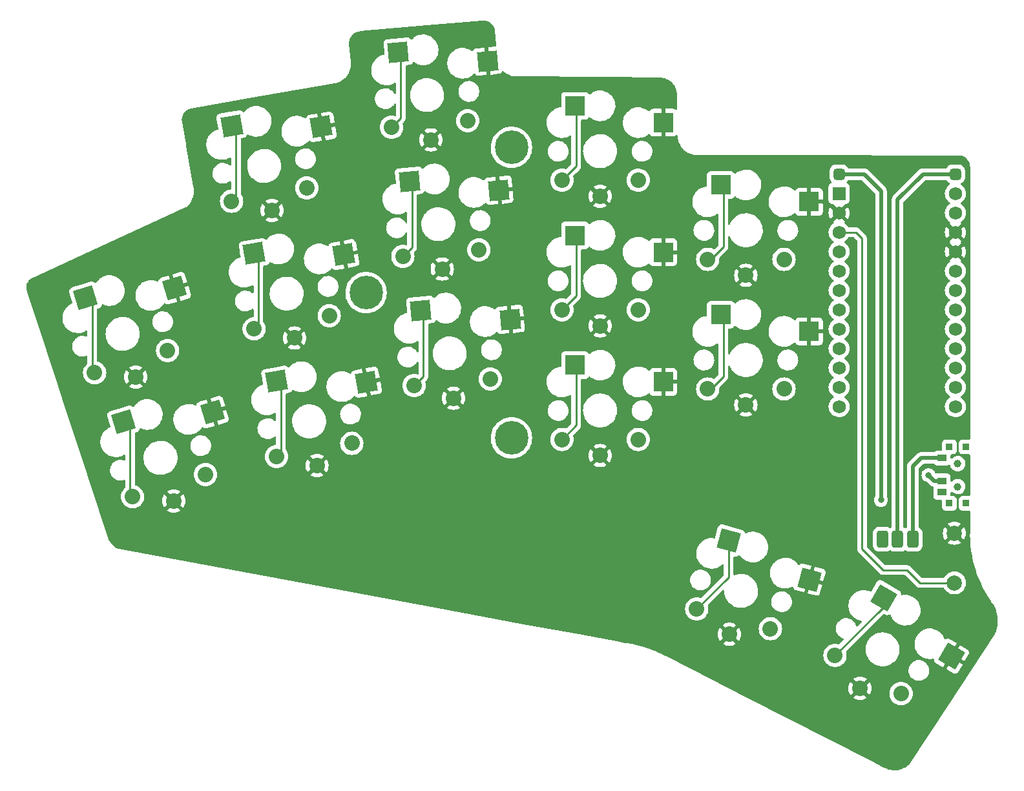
<source format=gbl>
%TF.GenerationSoftware,KiCad,Pcbnew,(6.0.4-0)*%
%TF.CreationDate,2022-04-28T13:46:59+02:00*%
%TF.ProjectId,duckmini,6475636b-6d69-46e6-992e-6b696361645f,v1.0.0*%
%TF.SameCoordinates,Original*%
%TF.FileFunction,Copper,L2,Bot*%
%TF.FilePolarity,Positive*%
%FSLAX46Y46*%
G04 Gerber Fmt 4.6, Leading zero omitted, Abs format (unit mm)*
G04 Created by KiCad (PCBNEW (6.0.4-0)) date 2022-04-28 13:46:59*
%MOMM*%
%LPD*%
G01*
G04 APERTURE LIST*
G04 Aperture macros list*
%AMRoundRect*
0 Rectangle with rounded corners*
0 $1 Rounding radius*
0 $2 $3 $4 $5 $6 $7 $8 $9 X,Y pos of 4 corners*
0 Add a 4 corners polygon primitive as box body*
4,1,4,$2,$3,$4,$5,$6,$7,$8,$9,$2,$3,0*
0 Add four circle primitives for the rounded corners*
1,1,$1+$1,$2,$3*
1,1,$1+$1,$4,$5*
1,1,$1+$1,$6,$7*
1,1,$1+$1,$8,$9*
0 Add four rect primitives between the rounded corners*
20,1,$1+$1,$2,$3,$4,$5,0*
20,1,$1+$1,$4,$5,$6,$7,0*
20,1,$1+$1,$6,$7,$8,$9,0*
20,1,$1+$1,$8,$9,$2,$3,0*%
%AMRotRect*
0 Rectangle, with rotation*
0 The origin of the aperture is its center*
0 $1 length*
0 $2 width*
0 $3 Rotation angle, in degrees counterclockwise*
0 Add horizontal line*
21,1,$1,$2,0,0,$3*%
G04 Aperture macros list end*
%TA.AperFunction,ComponentPad*%
%ADD10RoundRect,0.375000X-0.375000X-0.750000X0.375000X-0.750000X0.375000X0.750000X-0.375000X0.750000X0*%
%TD*%
%TA.AperFunction,ComponentPad*%
%ADD11C,2.000000*%
%TD*%
%TA.AperFunction,SMDPad,CuDef*%
%ADD12RotRect,2.600000X2.600000X10.000000*%
%TD*%
%TA.AperFunction,ComponentPad*%
%ADD13C,2.032000*%
%TD*%
%TA.AperFunction,SMDPad,CuDef*%
%ADD14RotRect,2.600000X2.600000X5.000000*%
%TD*%
%TA.AperFunction,SMDPad,CuDef*%
%ADD15R,2.600000X2.600000*%
%TD*%
%TA.AperFunction,SMDPad,CuDef*%
%ADD16RotRect,2.600000X2.600000X330.000000*%
%TD*%
%TA.AperFunction,SMDPad,CuDef*%
%ADD17R,0.900000X0.900000*%
%TD*%
%TA.AperFunction,WasherPad*%
%ADD18C,1.000000*%
%TD*%
%TA.AperFunction,SMDPad,CuDef*%
%ADD19R,1.250000X0.900000*%
%TD*%
%TA.AperFunction,SMDPad,CuDef*%
%ADD20RotRect,2.600000X2.600000X17.000000*%
%TD*%
%TA.AperFunction,SMDPad,CuDef*%
%ADD21RotRect,2.600000X2.600000X345.000000*%
%TD*%
%TA.AperFunction,ComponentPad*%
%ADD22R,1.752600X1.752600*%
%TD*%
%TA.AperFunction,ComponentPad*%
%ADD23C,1.752600*%
%TD*%
%TA.AperFunction,ComponentPad*%
%ADD24RoundRect,0.375000X-0.375000X-0.375000X0.375000X-0.375000X0.375000X0.375000X-0.375000X0.375000X0*%
%TD*%
%TA.AperFunction,ComponentPad*%
%ADD25C,4.400000*%
%TD*%
%TA.AperFunction,ViaPad*%
%ADD26C,0.800000*%
%TD*%
%TA.AperFunction,Conductor*%
%ADD27C,0.250000*%
%TD*%
%TA.AperFunction,Conductor*%
%ADD28C,0.500000*%
%TD*%
G04 APERTURE END LIST*
D10*
%TO.P,PAD1,1*%
%TO.N,Braw*%
X152411087Y55816483D03*
X156411087Y55816483D03*
%TO.P,PAD1,2*%
%TO.N,Bminus*%
X154411087Y55816483D03*
%TD*%
D11*
%TO.P,B1,1*%
%TO.N,RST*%
X161850000Y50090000D03*
%TO.P,B1,2*%
%TO.N,GND*%
X161850000Y56590000D03*
%TD*%
D12*
%TO.P,S11,1*%
%TO.N,P0*%
X67128658Y110035975D03*
%TO.P,S11,2*%
%TO.N,GND*%
X78885213Y109875035D03*
%TD*%
D13*
%TO.P,S34,1*%
%TO.N,P8*%
X146198518Y40569316D03*
X154858772Y35569316D03*
%TO.P,S34,2*%
%TO.N,GND*%
X149478645Y36250663D03*
X149478645Y36250663D03*
%TD*%
D14*
%TO.P,S15,1*%
%TO.N,P18*%
X90440529Y102756090D03*
%TO.P,S15,2*%
%TO.N,GND*%
X102138320Y101571111D03*
%TD*%
D15*
%TO.P,S21,1*%
%TO.N,P16*%
X112136087Y95636017D03*
%TO.P,S21,2*%
%TO.N,GND*%
X123686087Y93436017D03*
%TD*%
D13*
%TO.P,S8,1*%
%TO.N,P3*%
X73026972Y66651093D03*
X82875050Y68387574D03*
%TO.P,S8,2*%
%TO.N,GND*%
X78315672Y65451237D03*
X78315672Y65451237D03*
%TD*%
%TO.P,S14,1*%
%TO.N,P1*%
X91053509Y75957538D03*
X101015456Y76829096D03*
%TO.P,S14,2*%
%TO.N,GND*%
X96217510Y74301308D03*
X96217510Y74301308D03*
%TD*%
%TO.P,S20,1*%
%TO.N,P14*%
X120411087Y68886017D03*
X110411087Y68886017D03*
%TO.P,S20,2*%
%TO.N,GND*%
X115411087Y66786017D03*
X115411087Y66786017D03*
%TD*%
%TO.P,S28,1*%
%TO.N,P20*%
X129517334Y75510985D03*
X139517334Y75510985D03*
%TO.P,S28,2*%
%TO.N,GND*%
X134517334Y73410985D03*
X134517334Y73410985D03*
%TD*%
D15*
%TO.P,S29,1*%
%TO.N,P21*%
X131242334Y102260985D03*
%TO.P,S29,2*%
%TO.N,GND*%
X142792334Y100060985D03*
%TD*%
D16*
%TO.P,S33,1*%
%TO.N,P8*%
X152567412Y48150564D03*
%TO.P,S33,2*%
%TO.N,GND*%
X161470005Y40470308D03*
%TD*%
D12*
%TO.P,S7,1*%
%TO.N,P3*%
X73032696Y76552511D03*
%TO.P,S7,2*%
%TO.N,GND*%
X84789251Y76391571D03*
%TD*%
D17*
%TO.P,T2,*%
%TO.N,*%
X163387367Y60512667D03*
X163387367Y67912667D03*
X161187367Y60512667D03*
X161187367Y67912667D03*
D18*
X162287367Y65712667D03*
X162287367Y62712667D03*
D19*
%TO.P,T2,1*%
%TO.N,Braw*%
X160212367Y66462667D03*
%TO.P,T2,2*%
%TO.N,Bplus*%
X160212367Y63462667D03*
%TO.P,T2,3*%
%TO.N,N/C*%
X160212367Y61962667D03*
%TD*%
D20*
%TO.P,S5,1*%
%TO.N,P4*%
X47970749Y87462459D03*
%TO.P,S5,2*%
%TO.N,GND*%
X59659287Y88735482D03*
%TD*%
D15*
%TO.P,S27,1*%
%TO.N,P20*%
X131242334Y85260985D03*
%TO.P,S27,2*%
%TO.N,GND*%
X142792334Y83060985D03*
%TD*%
D12*
%TO.P,S9,1*%
%TO.N,P2*%
X70080677Y93294243D03*
%TO.P,S9,2*%
%TO.N,GND*%
X81837232Y93133303D03*
%TD*%
D13*
%TO.P,S16,1*%
%TO.N,P18*%
X99533808Y93764406D03*
X89571861Y92892848D03*
%TO.P,S16,2*%
%TO.N,GND*%
X94735862Y91236618D03*
X94735862Y91236618D03*
%TD*%
%TO.P,S30,1*%
%TO.N,P21*%
X139517334Y92510985D03*
X129517334Y92510985D03*
%TO.P,S30,2*%
%TO.N,GND*%
X134517334Y90410985D03*
X134517334Y90410985D03*
%TD*%
D14*
%TO.P,S13,1*%
%TO.N,P1*%
X91922177Y85820780D03*
%TO.P,S13,2*%
%TO.N,GND*%
X103619968Y84635801D03*
%TD*%
D13*
%TO.P,S24,1*%
%TO.N,P10*%
X110411087Y102886017D03*
X120411087Y102886017D03*
%TO.P,S24,2*%
%TO.N,GND*%
X115411087Y100786017D03*
X115411087Y100786017D03*
%TD*%
D14*
%TO.P,S17,1*%
%TO.N,P15*%
X88958882Y119691400D03*
%TO.P,S17,2*%
%TO.N,GND*%
X100656673Y118506421D03*
%TD*%
D13*
%TO.P,S4,1*%
%TO.N,P5*%
X54142067Y61376965D03*
X63705114Y64300682D03*
%TO.P,S4,2*%
%TO.N,GND*%
X59537571Y60830584D03*
X59537571Y60830584D03*
%TD*%
%TO.P,S10,1*%
%TO.N,P2*%
X70074953Y83392825D03*
X79923031Y85129306D03*
%TO.P,S10,2*%
%TO.N,GND*%
X75363653Y82192969D03*
X75363653Y82192969D03*
%TD*%
%TO.P,S22,1*%
%TO.N,P16*%
X110411087Y85886017D03*
X120411087Y85886017D03*
%TO.P,S22,2*%
%TO.N,GND*%
X115411087Y83786017D03*
X115411087Y83786017D03*
%TD*%
D21*
%TO.P,S31,1*%
%TO.N,P7*%
X132267612Y55633629D03*
%TO.P,S31,2*%
%TO.N,GND*%
X142854654Y50519232D03*
%TD*%
D22*
%TO.P,MCU1,1*%
%TO.N,RAW*%
X146737213Y101142542D03*
D23*
%TO.P,MCU1,2*%
%TO.N,GND*%
X146737213Y98602542D03*
%TO.P,MCU1,3*%
%TO.N,RST*%
X146737213Y96062542D03*
%TO.P,MCU1,4*%
%TO.N,VCC*%
X146737213Y93522542D03*
%TO.P,MCU1,5*%
%TO.N,P21*%
X146737213Y90982542D03*
%TO.P,MCU1,6*%
%TO.N,P20*%
X146737213Y88442542D03*
%TO.P,MCU1,7*%
%TO.N,P19*%
X146737213Y85902542D03*
%TO.P,MCU1,8*%
%TO.N,P18*%
X146737213Y83362542D03*
%TO.P,MCU1,9*%
%TO.N,P15*%
X146737213Y80822542D03*
%TO.P,MCU1,10*%
%TO.N,P14*%
X146737213Y78282542D03*
%TO.P,MCU1,11*%
%TO.N,P16*%
X146737213Y75742542D03*
%TO.P,MCU1,12*%
%TO.N,P10*%
X146737213Y73202542D03*
%TO.P,MCU1,13*%
%TO.N,P1*%
X161977213Y101142542D03*
%TO.P,MCU1,14*%
%TO.N,P0*%
X161977213Y98602542D03*
%TO.P,MCU1,15*%
%TO.N,GND*%
X161977213Y96062542D03*
%TO.P,MCU1,16*%
X161977213Y93522542D03*
%TO.P,MCU1,17*%
%TO.N,P2*%
X161977213Y90982542D03*
%TO.P,MCU1,18*%
%TO.N,P3*%
X161977213Y88442542D03*
%TO.P,MCU1,19*%
%TO.N,P4*%
X161977213Y85902542D03*
%TO.P,MCU1,20*%
%TO.N,P5*%
X161977213Y83362542D03*
%TO.P,MCU1,21*%
%TO.N,P6*%
X161977213Y80822542D03*
%TO.P,MCU1,22*%
%TO.N,P7*%
X161977213Y78282542D03*
%TO.P,MCU1,23*%
%TO.N,P8*%
X161977213Y75742542D03*
%TO.P,MCU1,24*%
%TO.N,P9*%
X161977213Y73202542D03*
D24*
%TO.P,MCU1,25*%
%TO.N,Bplus*%
X146737213Y103682542D03*
%TO.N,Bminus*%
X161977213Y103682542D03*
%TD*%
D20*
%TO.P,S3,1*%
%TO.N,P5*%
X52941068Y71205278D03*
%TO.P,S3,2*%
%TO.N,GND*%
X64629606Y72478301D03*
%TD*%
D13*
%TO.P,S32,1*%
%TO.N,P7*%
X137737163Y44074125D03*
X128077904Y46662315D03*
%TO.P,S32,2*%
%TO.N,GND*%
X132364014Y43339776D03*
X132364014Y43339776D03*
%TD*%
D25*
%TO.P,REF\u002A\u002A,1*%
%TO.N,N/C*%
X84747220Y88141427D03*
X103797220Y69091427D03*
X103797220Y107191427D03*
%TD*%
D13*
%TO.P,S12,1*%
%TO.N,P0*%
X76971012Y101871038D03*
X67122934Y100134557D03*
%TO.P,S12,2*%
%TO.N,GND*%
X72411634Y98934701D03*
X72411634Y98934701D03*
%TD*%
D15*
%TO.P,S23,1*%
%TO.N,P10*%
X112136087Y112636017D03*
%TO.P,S23,2*%
%TO.N,GND*%
X123686087Y110436017D03*
%TD*%
D13*
%TO.P,S6,1*%
%TO.N,P4*%
X49171748Y77634146D03*
X58734795Y80557863D03*
%TO.P,S6,2*%
%TO.N,GND*%
X54567252Y77087765D03*
X54567252Y77087765D03*
%TD*%
D15*
%TO.P,S19,1*%
%TO.N,P14*%
X112136087Y78636017D03*
%TO.P,S19,2*%
%TO.N,GND*%
X123686087Y76436017D03*
%TD*%
D13*
%TO.P,S18,1*%
%TO.N,P15*%
X88090214Y109828158D03*
X98052161Y110699716D03*
%TO.P,S18,2*%
%TO.N,GND*%
X93254215Y108171928D03*
X93254215Y108171928D03*
%TD*%
D26*
%TO.N,Bplus*%
X158448480Y64212667D03*
X152222200Y60960000D03*
%TD*%
D27*
%TO.N,P21*%
X131102759Y101690000D02*
X131572000Y101220759D01*
X129948744Y92510985D02*
X129517334Y92510985D01*
X131572000Y101220759D02*
X131572000Y94134241D01*
X131572000Y94134241D02*
X129948744Y92510985D01*
%TO.N,P5*%
X52626273Y71927415D02*
X53827272Y70726416D01*
X53827272Y70726416D02*
X53827272Y62099102D01*
%TO.N,P4*%
X47655954Y88184596D02*
X48856953Y86983597D01*
X48856953Y86983597D02*
X48856953Y78356283D01*
%TO.N,P3*%
X73590450Y67214571D02*
X73026972Y66651093D01*
X73032696Y76552511D02*
X73590450Y75994757D01*
X73590450Y75994757D02*
X73590450Y67214571D01*
%TO.N,P2*%
X70638431Y83956303D02*
X70074953Y83392825D01*
X70638431Y92736489D02*
X70638431Y83956303D01*
X70080677Y93294243D02*
X70638431Y92736489D01*
%TO.N,P0*%
X67686412Y100698035D02*
X67122934Y100134557D01*
X67128658Y110035975D02*
X67686412Y109478221D01*
X67686412Y109478221D02*
X67686412Y100698035D01*
%TO.N,P1*%
X92270004Y77174033D02*
X91053509Y75957538D01*
X91922177Y85820780D02*
X92270004Y85472953D01*
X92270004Y85472953D02*
X92270004Y77174033D01*
%TO.N,P18*%
X90788356Y94109343D02*
X89571861Y92892848D01*
X90440529Y102756090D02*
X90788356Y102408263D01*
X90788356Y102408263D02*
X90788356Y94109343D01*
%TO.N,P15*%
X89306709Y111044653D02*
X88090214Y109828158D01*
X89306709Y119343573D02*
X89306709Y111044653D01*
X88958882Y119691400D02*
X89306709Y119343573D01*
%TO.N,P14*%
X112285608Y79029475D02*
X112285608Y70760538D01*
X112285608Y70760538D02*
X110411087Y68886017D01*
%TO.N,P16*%
X112285608Y96029475D02*
X112285608Y87760538D01*
X112285608Y87760538D02*
X110411087Y85886017D01*
%TO.N,P10*%
X112285608Y104760538D02*
X110411087Y102886017D01*
X112285608Y113029475D02*
X112285608Y104760538D01*
%TO.N,P20*%
X131572000Y77134241D02*
X129377759Y74940000D01*
X131572000Y84220759D02*
X131572000Y77134241D01*
X131102759Y84690000D02*
X131572000Y84220759D01*
%TO.N,P7*%
X132267612Y55633629D02*
X132267612Y50852023D01*
X132267612Y50852023D02*
X128077904Y46662315D01*
%TO.N,P8*%
X152567412Y46938210D02*
X146198518Y40569316D01*
X152567412Y48150564D02*
X152567412Y46938210D01*
%TO.N,RST*%
X161850000Y50090000D02*
X157314658Y50090000D01*
X149724507Y95263089D02*
X148925054Y96062542D01*
X155643295Y51761363D02*
X152535932Y51761363D01*
X152535932Y51761363D02*
X149724507Y54572788D01*
X149724507Y54572788D02*
X149724507Y95263089D01*
X148925054Y96062542D02*
X146737213Y96062542D01*
X157314658Y50090000D02*
X155643295Y51761363D01*
D28*
%TO.N,Bplus*%
X152222200Y101475273D02*
X150014931Y103682542D01*
X150014931Y103682542D02*
X146737213Y103682542D01*
X152222200Y60960000D02*
X152222200Y101475273D01*
X159198480Y63462667D02*
X160212367Y63462667D01*
X158448480Y64212667D02*
X159198480Y63462667D01*
%TO.N,Bminus*%
X157722438Y103682542D02*
X161977213Y103682542D01*
X154411087Y100371191D02*
X157722438Y103682542D01*
X154411087Y55816483D02*
X154411087Y100371191D01*
%TO.N,Braw*%
X156411087Y65364588D02*
X156411087Y55816483D01*
X157509166Y66462667D02*
X156411087Y65364588D01*
X160212367Y66462667D02*
X157509166Y66462667D01*
%TD*%
%TA.AperFunction,Conductor*%
%TO.N,GND*%
G36*
X100238520Y123814579D02*
G01*
X100431736Y123789922D01*
X100449359Y123786380D01*
X100637100Y123734476D01*
X100654041Y123728462D01*
X100718715Y123700159D01*
X100832489Y123650368D01*
X100848397Y123642006D01*
X101013917Y123539306D01*
X101028471Y123528767D01*
X101177687Y123403563D01*
X101190594Y123391060D01*
X101320478Y123245888D01*
X101331477Y123231670D01*
X101367354Y123177747D01*
X101439372Y123069501D01*
X101448236Y123053863D01*
X101459807Y123029556D01*
X101531955Y122877988D01*
X101538504Y122861246D01*
X101596340Y122675249D01*
X101600440Y122657745D01*
X101626064Y122497613D01*
X101626917Y122478990D01*
X101627498Y122471258D01*
X101626896Y122462305D01*
X101628830Y122453546D01*
X101628830Y122453545D01*
X101634823Y122426404D01*
X101637123Y122412152D01*
X101813953Y120695508D01*
X101828705Y120552294D01*
X101815788Y120482482D01*
X101767179Y120430736D01*
X101714350Y120413862D01*
X100770177Y120331257D01*
X100755384Y120325470D01*
X100754304Y120323979D01*
X100753310Y120316184D01*
X100887569Y118781592D01*
X101065705Y116745487D01*
X101071492Y116730694D01*
X101072983Y116729614D01*
X101080778Y116728620D01*
X102153814Y116822499D01*
X102160555Y116823459D01*
X102210751Y116833396D01*
X102225634Y116838340D01*
X102341690Y116893821D01*
X102356473Y116903680D01*
X102451498Y116988790D01*
X102462916Y117002398D01*
X102530230Y117110755D01*
X102537375Y117127031D01*
X102545097Y117154782D01*
X102582628Y117215047D01*
X102646784Y117245454D01*
X102717194Y117236349D01*
X102751611Y117213899D01*
X102833379Y117138970D01*
X102920524Y117059113D01*
X102923435Y117057001D01*
X103149561Y116892935D01*
X103149569Y116892930D01*
X103152477Y116890820D01*
X103402086Y116750035D01*
X103405385Y116748643D01*
X103405394Y116748638D01*
X103662787Y116639989D01*
X103662792Y116639987D01*
X103666102Y116638590D01*
X103941092Y116557933D01*
X103944641Y116557319D01*
X103944643Y116557319D01*
X104219929Y116509728D01*
X104219935Y116509727D01*
X104223477Y116509115D01*
X104321192Y116503533D01*
X104474877Y116494753D01*
X104488591Y116493213D01*
X104497033Y116491792D01*
X104503365Y116491715D01*
X104504720Y116491698D01*
X104504724Y116491698D01*
X104509585Y116491639D01*
X104514397Y116492328D01*
X104514411Y116492329D01*
X104534441Y116495198D01*
X104553401Y116496466D01*
X115753326Y116398649D01*
X123372386Y116332106D01*
X123387550Y116330372D01*
X123395813Y116329736D01*
X123404571Y116327786D01*
X123413522Y116328372D01*
X123413526Y116328372D01*
X123421215Y116328876D01*
X123445614Y116328105D01*
X123633756Y116303768D01*
X123683413Y116297345D01*
X123699240Y116294257D01*
X123797581Y116268443D01*
X123955965Y116226868D01*
X123956936Y116226613D01*
X123972238Y116221530D01*
X124219191Y116121527D01*
X124233719Y116114531D01*
X124256865Y116101498D01*
X124465888Y115983803D01*
X124479396Y115975012D01*
X124691191Y115817029D01*
X124692953Y115815715D01*
X124705235Y115805267D01*
X124896707Y115619992D01*
X124907554Y115608060D01*
X125073790Y115399857D01*
X125083024Y115386638D01*
X125221316Y115158897D01*
X125228786Y115144607D01*
X125336854Y114901083D01*
X125342438Y114885956D01*
X125418520Y114630625D01*
X125422127Y114614910D01*
X125436093Y114529211D01*
X125464100Y114357348D01*
X125464982Y114351935D01*
X125466550Y114335891D01*
X125468017Y114292098D01*
X125474333Y114103449D01*
X125472498Y114079268D01*
X125472392Y114076789D01*
X125470741Y114067967D01*
X125471633Y114059032D01*
X125475503Y114020248D01*
X125476102Y114010194D01*
X125510801Y112231981D01*
X125492132Y112163483D01*
X125439393Y112115952D01*
X125369330Y112104479D01*
X125309260Y112128697D01*
X125239735Y112180803D01*
X125224141Y112189341D01*
X125103693Y112234495D01*
X125088438Y112238122D01*
X125037573Y112243648D01*
X125030759Y112244017D01*
X123958202Y112244017D01*
X123942963Y112239542D01*
X123941758Y112238152D01*
X123940087Y112230469D01*
X123940087Y108646133D01*
X123944562Y108630894D01*
X123945952Y108629689D01*
X123953635Y108628018D01*
X125030756Y108628018D01*
X125037577Y108628388D01*
X125088439Y108633912D01*
X125103691Y108637538D01*
X125224141Y108682693D01*
X125239736Y108691231D01*
X125341811Y108767732D01*
X125359501Y108785422D01*
X125421813Y108819448D01*
X125492628Y108814383D01*
X125549464Y108771836D01*
X125574582Y108698214D01*
X125574713Y108689468D01*
X125575533Y108684669D01*
X125575586Y108684099D01*
X125576791Y108674682D01*
X125591786Y108499695D01*
X125601392Y108387599D01*
X125662248Y108090777D01*
X125757260Y107803062D01*
X125885137Y107528372D01*
X126044137Y107270445D01*
X126046416Y107267564D01*
X126046417Y107267562D01*
X126211850Y107058392D01*
X126232096Y107032793D01*
X126336814Y106928181D01*
X126370604Y106894425D01*
X126446455Y106818650D01*
X126449334Y106816377D01*
X126449336Y106816376D01*
X126681419Y106633203D01*
X126681424Y106633199D01*
X126684297Y106630932D01*
X126942384Y106472193D01*
X127025595Y106433558D01*
X127213865Y106346144D01*
X127213869Y106346142D01*
X127217204Y106344594D01*
X127220688Y106343447D01*
X127220694Y106343445D01*
X127501528Y106251019D01*
X127501533Y106251018D01*
X127505014Y106249872D01*
X127508610Y106249139D01*
X127508612Y106249138D01*
X127798303Y106190050D01*
X127798307Y106190049D01*
X127801898Y106189317D01*
X128071627Y106166478D01*
X128085128Y106164594D01*
X128091249Y106163399D01*
X128096114Y106163212D01*
X128096118Y106163212D01*
X128098004Y106163140D01*
X128103793Y106162918D01*
X128139402Y106167072D01*
X128154169Y106167921D01*
X139794304Y106151953D01*
X162372179Y106120981D01*
X162387163Y106120066D01*
X162413289Y106116900D01*
X162413292Y106116900D01*
X162422205Y106115820D01*
X162431063Y106117285D01*
X162431069Y106117285D01*
X162436942Y106118256D01*
X162462558Y106119842D01*
X162574277Y106115350D01*
X162629882Y106113114D01*
X162648399Y106110989D01*
X162837408Y106074972D01*
X162855403Y106070140D01*
X163037020Y106006627D01*
X163054112Y105999189D01*
X163106083Y105971833D01*
X163224362Y105909574D01*
X163240173Y105899693D01*
X163395338Y105785933D01*
X163409517Y105773827D01*
X163451142Y105732588D01*
X163546197Y105638414D01*
X163558429Y105624355D01*
X163673630Y105470255D01*
X163683649Y105454551D01*
X163774855Y105285126D01*
X163782449Y105268112D01*
X163847653Y105087087D01*
X163852652Y105069138D01*
X163890351Y104880862D01*
X163890427Y104880483D01*
X163892724Y104861986D01*
X163899736Y104720473D01*
X163900668Y104701658D01*
X163899567Y104684689D01*
X163899632Y104684687D01*
X163899302Y104675716D01*
X163897704Y104666884D01*
X163900563Y104639884D01*
X163901886Y104627383D01*
X163902586Y104614117D01*
X163902587Y86746027D01*
X163902587Y68997167D01*
X163882585Y68929046D01*
X163828929Y68882553D01*
X163776587Y68871167D01*
X162889233Y68871167D01*
X162827051Y68864412D01*
X162690662Y68813282D01*
X162574106Y68725928D01*
X162486752Y68609372D01*
X162435622Y68472983D01*
X162428867Y68410801D01*
X162428867Y67414533D01*
X162435622Y67352351D01*
X162486752Y67215962D01*
X162574106Y67099406D01*
X162690662Y67012052D01*
X162827051Y66960922D01*
X162889233Y66954167D01*
X163776587Y66954167D01*
X163844708Y66934165D01*
X163891201Y66880509D01*
X163902587Y66828167D01*
X163902587Y61597167D01*
X163882585Y61529046D01*
X163828929Y61482553D01*
X163776587Y61471167D01*
X162889233Y61471167D01*
X162827051Y61464412D01*
X162690662Y61413282D01*
X162574106Y61325928D01*
X162486752Y61209372D01*
X162435622Y61072983D01*
X162428867Y61010801D01*
X162428867Y60014533D01*
X162435622Y59952351D01*
X162486752Y59815962D01*
X162574106Y59699406D01*
X162690662Y59612052D01*
X162827051Y59560922D01*
X162889233Y59554167D01*
X163776587Y59554167D01*
X163844708Y59534165D01*
X163891201Y59480509D01*
X163902587Y59428167D01*
X163902587Y56538278D01*
X163900841Y56517373D01*
X163897511Y56497580D01*
X163897358Y56485028D01*
X163898047Y56480214D01*
X163898364Y56475353D01*
X163898211Y56475343D01*
X163898713Y56469300D01*
X163915393Y55757918D01*
X163915495Y55756471D01*
X163966399Y55033875D01*
X163966401Y55033853D01*
X163966503Y55032406D01*
X163966676Y55030938D01*
X163966677Y55030926D01*
X164051390Y54311560D01*
X164051393Y54311538D01*
X164051564Y54310087D01*
X164170387Y53592549D01*
X164322712Y52881369D01*
X164508204Y52178110D01*
X164508649Y52176696D01*
X164508652Y52176685D01*
X164705452Y51551085D01*
X164726455Y51484319D01*
X164726968Y51482920D01*
X164726969Y51482918D01*
X164742667Y51440135D01*
X164976986Y50801520D01*
X165036659Y50659810D01*
X165258686Y50132540D01*
X165258696Y50132517D01*
X165259245Y50131214D01*
X165572612Y49474875D01*
X165916399Y48833946D01*
X165917162Y48832671D01*
X166285625Y48216894D01*
X166289849Y48209834D01*
X166290658Y48208615D01*
X166290664Y48208606D01*
X166645496Y47674170D01*
X166692142Y47603913D01*
X166693013Y47602727D01*
X166693015Y47602723D01*
X167083547Y47070458D01*
X167097854Y47045362D01*
X167218584Y46762357D01*
X167222309Y46752502D01*
X167339921Y46397100D01*
X167342810Y46386968D01*
X167430319Y46022985D01*
X167432352Y46012647D01*
X167489148Y45642610D01*
X167490309Y45632138D01*
X167515990Y45258670D01*
X167516273Y45248137D01*
X167510662Y44873818D01*
X167510064Y44863300D01*
X167473201Y44490757D01*
X167471726Y44480325D01*
X167460529Y44419579D01*
X167415354Y44174481D01*
X167403867Y44112162D01*
X167401527Y44101899D01*
X167303149Y43740698D01*
X167299961Y43730666D01*
X167197088Y43448454D01*
X167188529Y43424975D01*
X167175486Y43398990D01*
X161044685Y34058541D01*
X155972678Y26331195D01*
X155951576Y26306630D01*
X155774578Y26147521D01*
X155764152Y26139106D01*
X155646953Y26054399D01*
X155529747Y25969688D01*
X155518496Y25962436D01*
X155267434Y25818872D01*
X155255475Y25812853D01*
X154990579Y25696756D01*
X154978051Y25692043D01*
X154883333Y25662050D01*
X154702339Y25604737D01*
X154689369Y25601377D01*
X154620020Y25587299D01*
X154405941Y25543841D01*
X154392699Y25541879D01*
X154190630Y25522850D01*
X154104759Y25514764D01*
X154091371Y25514219D01*
X153918124Y25516385D01*
X153802195Y25517834D01*
X153788827Y25518713D01*
X153501651Y25553016D01*
X153488453Y25555311D01*
X153334288Y25590640D01*
X153206564Y25619910D01*
X153193681Y25623593D01*
X152920240Y25717763D01*
X152907821Y25722793D01*
X152678761Y25830087D01*
X152656391Y25843553D01*
X152655029Y25844579D01*
X152655027Y25844580D01*
X152647856Y25849983D01*
X152639458Y25853156D01*
X152639456Y25853157D01*
X152612359Y25863394D01*
X152599578Y25869051D01*
X150868739Y26753072D01*
X134709500Y35006357D01*
X148599169Y35006357D01*
X148604896Y34998707D01*
X148780404Y34891156D01*
X148789198Y34886675D01*
X149001674Y34798665D01*
X149011059Y34795616D01*
X149234689Y34741926D01*
X149244436Y34740383D01*
X149473715Y34722338D01*
X149483575Y34722338D01*
X149712854Y34740383D01*
X149722601Y34741926D01*
X149946231Y34795616D01*
X149955616Y34798665D01*
X150168092Y34886675D01*
X150176886Y34891156D01*
X150348728Y34996460D01*
X150358188Y35006916D01*
X150354404Y35015694D01*
X149491457Y35878641D01*
X149477513Y35886255D01*
X149475680Y35886124D01*
X149469065Y35881873D01*
X148605929Y35018737D01*
X148599169Y35006357D01*
X134709500Y35006357D01*
X132282906Y36245733D01*
X147950320Y36245733D01*
X147968365Y36016454D01*
X147969908Y36006707D01*
X148023598Y35783077D01*
X148026647Y35773692D01*
X148114657Y35561216D01*
X148119138Y35552422D01*
X148224442Y35380580D01*
X148234898Y35371120D01*
X148243676Y35374904D01*
X149106623Y36237851D01*
X149113001Y36249531D01*
X149843053Y36249531D01*
X149843184Y36247698D01*
X149847435Y36241083D01*
X150710571Y35377947D01*
X150722951Y35371187D01*
X150730601Y35376914D01*
X150838152Y35552422D01*
X150842633Y35561216D01*
X150845988Y35569316D01*
X153329558Y35569316D01*
X153348385Y35330094D01*
X153349539Y35325287D01*
X153349540Y35325281D01*
X153384815Y35178353D01*
X153404403Y35096763D01*
X153406296Y35092192D01*
X153406297Y35092190D01*
X153445950Y34996460D01*
X153496232Y34875067D01*
X153621612Y34670467D01*
X153777454Y34487998D01*
X153959923Y34332156D01*
X154164523Y34206776D01*
X154169093Y34204883D01*
X154169095Y34204882D01*
X154381646Y34116841D01*
X154386219Y34114947D01*
X154467809Y34095359D01*
X154614737Y34060084D01*
X154614743Y34060083D01*
X154619550Y34058929D01*
X154858772Y34040102D01*
X155097994Y34058929D01*
X155102801Y34060083D01*
X155102807Y34060084D01*
X155249735Y34095359D01*
X155331325Y34114947D01*
X155335898Y34116841D01*
X155548449Y34204882D01*
X155548451Y34204883D01*
X155553021Y34206776D01*
X155757621Y34332156D01*
X155940090Y34487998D01*
X156095932Y34670467D01*
X156221312Y34875067D01*
X156271595Y34996460D01*
X156311247Y35092190D01*
X156311248Y35092192D01*
X156313141Y35096763D01*
X156332729Y35178353D01*
X156368004Y35325281D01*
X156368005Y35325287D01*
X156369159Y35330094D01*
X156387986Y35569316D01*
X156369159Y35808538D01*
X156368005Y35813345D01*
X156368004Y35813351D01*
X156321583Y36006707D01*
X156313141Y36041869D01*
X156231963Y36237851D01*
X156223206Y36258993D01*
X156223205Y36258995D01*
X156221312Y36263565D01*
X156095932Y36468165D01*
X155940090Y36650634D01*
X155757621Y36806476D01*
X155553021Y36931856D01*
X155548451Y36933749D01*
X155548449Y36933750D01*
X155335898Y37021791D01*
X155335896Y37021792D01*
X155331325Y37023685D01*
X155249735Y37043273D01*
X155102807Y37078548D01*
X155102801Y37078549D01*
X155097994Y37079703D01*
X154858772Y37098530D01*
X154619550Y37079703D01*
X154614743Y37078549D01*
X154614737Y37078548D01*
X154467809Y37043273D01*
X154386219Y37023685D01*
X154381648Y37021792D01*
X154381646Y37021791D01*
X154169095Y36933750D01*
X154169093Y36933749D01*
X154164523Y36931856D01*
X153959923Y36806476D01*
X153777454Y36650634D01*
X153621612Y36468165D01*
X153496232Y36263565D01*
X153494339Y36258995D01*
X153494338Y36258993D01*
X153485581Y36237851D01*
X153404403Y36041869D01*
X153395961Y36006707D01*
X153349540Y35813351D01*
X153349539Y35813345D01*
X153348385Y35808538D01*
X153329558Y35569316D01*
X150845988Y35569316D01*
X150930643Y35773692D01*
X150933692Y35783077D01*
X150987382Y36006707D01*
X150988925Y36016454D01*
X151006970Y36245733D01*
X151006970Y36255593D01*
X150988925Y36484872D01*
X150987382Y36494619D01*
X150933692Y36718249D01*
X150930643Y36727634D01*
X150842633Y36940110D01*
X150838152Y36948904D01*
X150732848Y37120746D01*
X150722392Y37130206D01*
X150713614Y37126422D01*
X149850667Y36263475D01*
X149843053Y36249531D01*
X149113001Y36249531D01*
X149114237Y36251795D01*
X149114106Y36253628D01*
X149109855Y36260243D01*
X148246719Y37123379D01*
X148234339Y37130139D01*
X148226689Y37124412D01*
X148119138Y36948904D01*
X148114657Y36940110D01*
X148026647Y36727634D01*
X148023598Y36718249D01*
X147969908Y36494619D01*
X147968365Y36484872D01*
X147950320Y36255593D01*
X147950320Y36245733D01*
X132282906Y36245733D01*
X129838101Y37494410D01*
X148599102Y37494410D01*
X148602886Y37485632D01*
X149465833Y36622685D01*
X149479777Y36615071D01*
X149481610Y36615202D01*
X149488225Y36619453D01*
X150351361Y37482589D01*
X150358121Y37494969D01*
X150352394Y37502619D01*
X150176886Y37610170D01*
X150168092Y37614651D01*
X149955616Y37702661D01*
X149946231Y37705710D01*
X149722601Y37759400D01*
X149712854Y37760943D01*
X149483575Y37778988D01*
X149473715Y37778988D01*
X149244436Y37760943D01*
X149234689Y37759400D01*
X149011059Y37705710D01*
X149001674Y37702661D01*
X148789198Y37614651D01*
X148780404Y37610170D01*
X148608562Y37504866D01*
X148599102Y37494410D01*
X129838101Y37494410D01*
X127527621Y38674481D01*
X155828985Y38674481D01*
X155837639Y38443945D01*
X155885013Y38218163D01*
X155886971Y38213204D01*
X155886972Y38213202D01*
X155898956Y38182858D01*
X155969752Y38003591D01*
X156089432Y37806364D01*
X156092929Y37802334D01*
X156179553Y37702509D01*
X156240632Y37632121D01*
X156244763Y37628734D01*
X156414900Y37489229D01*
X156414906Y37489225D01*
X156419028Y37485845D01*
X156619520Y37371719D01*
X156624536Y37369898D01*
X156624541Y37369896D01*
X156831360Y37294824D01*
X156831364Y37294823D01*
X156836375Y37293004D01*
X156841624Y37292055D01*
X156841627Y37292054D01*
X157059308Y37252691D01*
X157059315Y37252690D01*
X157063392Y37251953D01*
X157081129Y37251117D01*
X157086077Y37250883D01*
X157086084Y37250883D01*
X157087565Y37250813D01*
X157249710Y37250813D01*
X157316666Y37256494D01*
X157416347Y37264952D01*
X157416351Y37264953D01*
X157421658Y37265403D01*
X157426813Y37266741D01*
X157426819Y37266742D01*
X157639788Y37322018D01*
X157639792Y37322019D01*
X157644957Y37323360D01*
X157649823Y37325552D01*
X157649826Y37325553D01*
X157850434Y37415920D01*
X157855300Y37418112D01*
X157859720Y37421088D01*
X157859724Y37421090D01*
X157984159Y37504866D01*
X158046670Y37546951D01*
X158213597Y37706191D01*
X158351306Y37891279D01*
X158406090Y37999030D01*
X158453443Y38092167D01*
X158453443Y38092168D01*
X158455862Y38096925D01*
X158495128Y38223382D01*
X158522690Y38312143D01*
X158522691Y38312149D01*
X158524274Y38317246D01*
X158554585Y38545945D01*
X158545931Y38776481D01*
X158545657Y38777789D01*
X160791289Y38777789D01*
X160791892Y38776049D01*
X160797708Y38770762D01*
X161730527Y38232198D01*
X161736610Y38229112D01*
X161783422Y38208465D01*
X161798450Y38203977D01*
X161925336Y38182858D01*
X161943108Y38182455D01*
X162069761Y38197669D01*
X162086923Y38202268D01*
X162204209Y38252416D01*
X162219402Y38261654D01*
X162318726Y38343383D01*
X162329500Y38354787D01*
X162359713Y38396068D01*
X162363444Y38401792D01*
X162899720Y39330649D01*
X162903465Y39346084D01*
X162902862Y39347824D01*
X162897046Y39353111D01*
X161578664Y40114280D01*
X161563229Y40118025D01*
X161561489Y40117422D01*
X161556202Y40111606D01*
X160795034Y38793224D01*
X160791289Y38777789D01*
X158545657Y38777789D01*
X158498557Y39002263D01*
X158476179Y39058929D01*
X158450678Y39123501D01*
X158413818Y39216835D01*
X158306902Y39393028D01*
X158296907Y39409499D01*
X158296906Y39409500D01*
X158294138Y39414062D01*
X158207213Y39514235D01*
X158146438Y39584272D01*
X158146436Y39584274D01*
X158142938Y39588305D01*
X158047330Y39666699D01*
X157968670Y39731197D01*
X157968664Y39731201D01*
X157964542Y39734581D01*
X157764050Y39848707D01*
X157759034Y39850528D01*
X157759029Y39850530D01*
X157552210Y39925602D01*
X157552206Y39925603D01*
X157547195Y39927422D01*
X157541946Y39928371D01*
X157541943Y39928372D01*
X157324262Y39967735D01*
X157324255Y39967736D01*
X157320178Y39968473D01*
X157302441Y39969309D01*
X157297493Y39969543D01*
X157297486Y39969543D01*
X157296005Y39969613D01*
X157133860Y39969613D01*
X157066904Y39963932D01*
X156967223Y39955474D01*
X156967219Y39955473D01*
X156961912Y39955023D01*
X156956757Y39953685D01*
X156956751Y39953684D01*
X156743782Y39898408D01*
X156743778Y39898407D01*
X156738613Y39897066D01*
X156733747Y39894874D01*
X156733744Y39894873D01*
X156641655Y39853390D01*
X156528270Y39802314D01*
X156523850Y39799338D01*
X156523846Y39799336D01*
X156512344Y39791592D01*
X156336900Y39673475D01*
X156169973Y39514235D01*
X156166785Y39509950D01*
X156050094Y39353111D01*
X156032264Y39329147D01*
X156029849Y39324397D01*
X155934680Y39137213D01*
X155927708Y39123501D01*
X155901964Y39040593D01*
X155860880Y38908283D01*
X155860879Y38908277D01*
X155859296Y38903180D01*
X155828985Y38674481D01*
X127527621Y38674481D01*
X124031267Y40460234D01*
X124011375Y40472870D01*
X124000765Y40481097D01*
X123989779Y40487171D01*
X123985206Y40488844D01*
X123985203Y40488845D01*
X123984600Y40489066D01*
X123970632Y40495156D01*
X123825239Y40569316D01*
X144669304Y40569316D01*
X144688131Y40330094D01*
X144689285Y40325287D01*
X144689286Y40325281D01*
X144701772Y40273274D01*
X144744149Y40096763D01*
X144746042Y40092192D01*
X144746043Y40092190D01*
X144802673Y39955474D01*
X144835978Y39875067D01*
X144961358Y39670467D01*
X145117200Y39487998D01*
X145120962Y39484785D01*
X145275134Y39353111D01*
X145299669Y39332156D01*
X145504269Y39206776D01*
X145508839Y39204883D01*
X145508841Y39204882D01*
X145721392Y39116841D01*
X145725965Y39114947D01*
X145807555Y39095359D01*
X145954483Y39060084D01*
X145954489Y39060083D01*
X145959296Y39058929D01*
X146198518Y39040102D01*
X146437740Y39058929D01*
X146442547Y39060083D01*
X146442553Y39060084D01*
X146589481Y39095359D01*
X146671071Y39114947D01*
X146675644Y39116841D01*
X146888195Y39204882D01*
X146888197Y39204883D01*
X146892767Y39206776D01*
X147097367Y39332156D01*
X147121903Y39353111D01*
X147276074Y39484785D01*
X147279836Y39487998D01*
X147435678Y39670467D01*
X147561058Y39875067D01*
X147594364Y39955474D01*
X147650993Y40092190D01*
X147650994Y40092192D01*
X147652887Y40096763D01*
X147695264Y40273274D01*
X147707750Y40325281D01*
X147707751Y40325287D01*
X147708905Y40330094D01*
X147727732Y40569316D01*
X147708905Y40808538D01*
X147707751Y40813345D01*
X147707750Y40813351D01*
X147652887Y41041869D01*
X147655110Y41042403D01*
X147653331Y41103894D01*
X147686108Y41161002D01*
X147838660Y41313554D01*
X150201159Y41313554D01*
X150201522Y41309406D01*
X150201522Y41309402D01*
X150222461Y41070064D01*
X150226897Y41019364D01*
X150227807Y41015292D01*
X150227808Y41015287D01*
X150290032Y40736913D01*
X150291317Y40731163D01*
X150393289Y40454014D01*
X150531019Y40192786D01*
X150533439Y40189381D01*
X150699664Y39955478D01*
X150699667Y39955474D01*
X150702088Y39952068D01*
X150704932Y39949018D01*
X150704937Y39949012D01*
X150851171Y39792195D01*
X150903491Y39736089D01*
X151131690Y39548645D01*
X151382674Y39393028D01*
X151652035Y39271972D01*
X151935040Y39187605D01*
X151939160Y39186952D01*
X151939162Y39186952D01*
X152223237Y39141958D01*
X152223243Y39141957D01*
X152226718Y39141407D01*
X152251277Y39140292D01*
X152317662Y39137277D01*
X152317683Y39137277D01*
X152319082Y39137213D01*
X152503546Y39137213D01*
X152723309Y39151810D01*
X152727408Y39152636D01*
X152727412Y39152637D01*
X152900835Y39187605D01*
X153012796Y39210180D01*
X153292020Y39306325D01*
X153461734Y39391311D01*
X153552340Y39436683D01*
X153552342Y39436684D01*
X153556076Y39438554D01*
X153800323Y39604545D01*
X153807334Y39610813D01*
X153950860Y39739141D01*
X154020472Y39801381D01*
X154058770Y39846064D01*
X154209934Y40022429D01*
X154209937Y40022433D01*
X154212654Y40025603D01*
X154214928Y40029105D01*
X154214932Y40029110D01*
X154371215Y40269764D01*
X154371218Y40269769D01*
X154373494Y40273274D01*
X154500164Y40540041D01*
X154505451Y40556506D01*
X154589160Y40817230D01*
X154589160Y40817231D01*
X154590440Y40821217D01*
X154619356Y40981926D01*
X154641996Y41107754D01*
X154641997Y41107759D01*
X154642735Y41111863D01*
X154644967Y41161002D01*
X154655942Y41402702D01*
X154655942Y41402707D01*
X154656131Y41406872D01*
X154649241Y41485632D01*
X154630757Y41696901D01*
X154630393Y41701062D01*
X154607550Y41803258D01*
X154566885Y41985185D01*
X154566883Y41985192D01*
X154565973Y41989263D01*
X154496503Y42178075D01*
X156621594Y42178075D01*
X156621747Y42173687D01*
X156621747Y42173681D01*
X156631194Y41903165D01*
X156631397Y41897350D01*
X156632159Y41893027D01*
X156632160Y41893020D01*
X156633622Y41884729D01*
X156680174Y41620721D01*
X156766975Y41353573D01*
X156768903Y41349620D01*
X156768905Y41349615D01*
X156796621Y41292790D01*
X156890112Y41101106D01*
X156892567Y41097467D01*
X156892570Y41097461D01*
X156947997Y41015287D01*
X157047187Y40868232D01*
X157050132Y40864961D01*
X157050133Y40864960D01*
X157093109Y40817230D01*
X157235143Y40659486D01*
X157450322Y40478929D01*
X157688536Y40330077D01*
X157945147Y40215826D01*
X158215162Y40138401D01*
X158219512Y40137790D01*
X158219515Y40137789D01*
X158322462Y40123321D01*
X158493324Y40099308D01*
X158703918Y40099308D01*
X158706104Y40099461D01*
X158706108Y40099461D01*
X158909599Y40113690D01*
X158909604Y40113691D01*
X158913984Y40113997D01*
X159030338Y40138729D01*
X159101128Y40133327D01*
X159157760Y40090510D01*
X159182254Y40023873D01*
X159182502Y40012621D01*
X159182152Y39997205D01*
X159197366Y39870552D01*
X159201965Y39853390D01*
X159252113Y39736104D01*
X159261351Y39720911D01*
X159343080Y39621587D01*
X159354484Y39610813D01*
X159395765Y39580600D01*
X159401489Y39576869D01*
X160330346Y39040593D01*
X160345781Y39036848D01*
X160347521Y39037451D01*
X160352808Y39043267D01*
X161174002Y40465615D01*
X161230535Y40563533D01*
X161822288Y40563533D01*
X161822891Y40561793D01*
X161828707Y40556506D01*
X163147089Y39795337D01*
X163162524Y39791592D01*
X163164264Y39792195D01*
X163169551Y39798011D01*
X163708115Y40730830D01*
X163711201Y40736913D01*
X163731848Y40783725D01*
X163736336Y40798753D01*
X163757455Y40925639D01*
X163757858Y40943411D01*
X163742644Y41070064D01*
X163738045Y41087226D01*
X163687897Y41204512D01*
X163678659Y41219705D01*
X163596930Y41319029D01*
X163585526Y41329803D01*
X163544245Y41360016D01*
X163538521Y41363747D01*
X162609664Y41900023D01*
X162594229Y41903768D01*
X162592489Y41903165D01*
X162587202Y41897350D01*
X161826033Y40578968D01*
X161822288Y40563533D01*
X161230535Y40563533D01*
X162144976Y42147392D01*
X162148721Y42162827D01*
X162148118Y42164567D01*
X162142302Y42169854D01*
X161209483Y42708418D01*
X161203400Y42711504D01*
X161156588Y42732151D01*
X161141560Y42736639D01*
X161014674Y42757758D01*
X160996902Y42758161D01*
X160870249Y42742947D01*
X160853087Y42738348D01*
X160735797Y42688198D01*
X160722619Y42680186D01*
X160654021Y42661887D01*
X160586420Y42683580D01*
X160541278Y42738377D01*
X160537327Y42748912D01*
X160533759Y42759895D01*
X160500569Y42862043D01*
X160496739Y42869897D01*
X160416836Y43033720D01*
X160377432Y43114510D01*
X160374977Y43118149D01*
X160374974Y43118155D01*
X160263283Y43283743D01*
X160220357Y43347384D01*
X160194904Y43375653D01*
X160054462Y43531629D01*
X160032401Y43556130D01*
X160000291Y43583074D01*
X159820592Y43733859D01*
X159817222Y43736687D01*
X159579008Y43885539D01*
X159322397Y43999790D01*
X159052382Y44077215D01*
X159048032Y44077826D01*
X159048029Y44077827D01*
X158945082Y44092295D01*
X158774220Y44116308D01*
X158563626Y44116308D01*
X158561440Y44116155D01*
X158561436Y44116155D01*
X158357945Y44101926D01*
X158357940Y44101925D01*
X158353560Y44101619D01*
X158078802Y44043217D01*
X158074673Y44041714D01*
X158074669Y44041713D01*
X157818991Y43948654D01*
X157818987Y43948652D01*
X157814846Y43947145D01*
X157566830Y43815272D01*
X157563271Y43812686D01*
X157563269Y43812685D01*
X157413930Y43704184D01*
X157339580Y43650166D01*
X157336416Y43647110D01*
X157336413Y43647108D01*
X157260692Y43573985D01*
X157137520Y43455039D01*
X156964584Y43233690D01*
X156962388Y43229886D01*
X156962383Y43229879D01*
X156849131Y43033720D01*
X156824136Y42990427D01*
X156718910Y42729984D01*
X156717845Y42725711D01*
X156717844Y42725709D01*
X156652597Y42464017D01*
X156650955Y42457432D01*
X156650496Y42453064D01*
X156650495Y42453059D01*
X156630878Y42266412D01*
X156621594Y42178075D01*
X154496503Y42178075D01*
X154464001Y42266412D01*
X154439285Y42313291D01*
X154380745Y42424321D01*
X154326271Y42527640D01*
X154230867Y42661887D01*
X154157626Y42764948D01*
X154157621Y42764954D01*
X154155202Y42768358D01*
X154152358Y42771408D01*
X154152353Y42771414D01*
X153956645Y42981285D01*
X153953799Y42984337D01*
X153725600Y43171781D01*
X153474616Y43327398D01*
X153468391Y43330196D01*
X153367244Y43375653D01*
X153205255Y43448454D01*
X152922250Y43532821D01*
X152918130Y43533474D01*
X152918128Y43533474D01*
X152634053Y43578468D01*
X152634047Y43578469D01*
X152630572Y43579019D01*
X152606013Y43580134D01*
X152539628Y43583149D01*
X152539607Y43583149D01*
X152538208Y43583213D01*
X152353744Y43583213D01*
X152133981Y43568616D01*
X152129882Y43567790D01*
X152129878Y43567789D01*
X151987284Y43539037D01*
X151844494Y43510246D01*
X151565270Y43414101D01*
X151561542Y43412234D01*
X151350124Y43306364D01*
X151301214Y43281872D01*
X151056967Y43115881D01*
X151053853Y43113097D01*
X151053852Y43113096D01*
X151045431Y43105567D01*
X150836818Y42919045D01*
X150834101Y42915875D01*
X150834100Y42915874D01*
X150659003Y42711585D01*
X150644636Y42694823D01*
X150642362Y42691321D01*
X150642358Y42691316D01*
X150490472Y42457432D01*
X150483796Y42447152D01*
X150357126Y42180385D01*
X150355847Y42176402D01*
X150355846Y42176399D01*
X150291437Y41975788D01*
X150266850Y41899209D01*
X150264793Y41887778D01*
X150216743Y41620721D01*
X150214555Y41608563D01*
X150214366Y41604396D01*
X150214365Y41604389D01*
X150201348Y41317724D01*
X150201159Y41313554D01*
X147838660Y41313554D01*
X152511715Y45986609D01*
X152574027Y46020635D01*
X152644842Y46015570D01*
X152663805Y46006635D01*
X152830680Y45910290D01*
X152887909Y45885049D01*
X152895698Y45883753D01*
X152895700Y45883752D01*
X153022732Y45862608D01*
X153022735Y45862608D01*
X153031590Y45861134D01*
X153176208Y45878507D01*
X153310137Y45935771D01*
X153315773Y45940409D01*
X153383558Y45958490D01*
X153451159Y45936796D01*
X153496300Y45881998D01*
X153500250Y45871465D01*
X153502364Y45864960D01*
X153536848Y45758829D01*
X153659985Y45506362D01*
X153662440Y45502723D01*
X153662443Y45502717D01*
X153716506Y45422566D01*
X153817060Y45273488D01*
X154005016Y45064742D01*
X154220195Y44884185D01*
X154458409Y44735333D01*
X154715020Y44621082D01*
X154985035Y44543657D01*
X154989385Y44543046D01*
X154989388Y44543045D01*
X155092335Y44528577D01*
X155263197Y44504564D01*
X155473791Y44504564D01*
X155475977Y44504717D01*
X155475981Y44504717D01*
X155679472Y44518946D01*
X155679477Y44518947D01*
X155683857Y44519253D01*
X155958615Y44577655D01*
X155962744Y44579158D01*
X155962748Y44579159D01*
X156218426Y44672218D01*
X156218430Y44672220D01*
X156222571Y44673727D01*
X156470587Y44805600D01*
X156557224Y44868545D01*
X156694274Y44968117D01*
X156694277Y44968120D01*
X156697837Y44970706D01*
X156704088Y44976742D01*
X156866002Y45133101D01*
X156899897Y45165833D01*
X157072833Y45387182D01*
X157075029Y45390986D01*
X157075034Y45390993D01*
X157211080Y45626633D01*
X157213281Y45630445D01*
X157318507Y45890888D01*
X157319573Y45895163D01*
X157385398Y46159171D01*
X157385399Y46159176D01*
X157386462Y46163440D01*
X157389229Y46189762D01*
X157415364Y46438428D01*
X157415364Y46438431D01*
X157415823Y46442797D01*
X157414237Y46488225D01*
X157406174Y46719125D01*
X157406173Y46719131D01*
X157406020Y46723522D01*
X157399173Y46762357D01*
X157365696Y46952213D01*
X157357243Y47000151D01*
X157270442Y47267299D01*
X157263896Y47280722D01*
X157166746Y47479906D01*
X157147305Y47519766D01*
X157144850Y47523405D01*
X157144847Y47523411D01*
X157044037Y47672868D01*
X156990230Y47752640D01*
X156969044Y47776170D01*
X156845568Y47913303D01*
X156802274Y47961386D01*
X156587095Y48141943D01*
X156348881Y48290795D01*
X156092270Y48405046D01*
X155930013Y48451572D01*
X155826482Y48481259D01*
X155826481Y48481259D01*
X155822255Y48482471D01*
X155817905Y48483082D01*
X155817902Y48483083D01*
X155699365Y48499742D01*
X155544093Y48521564D01*
X155333499Y48521564D01*
X155331313Y48521411D01*
X155331309Y48521411D01*
X155127818Y48507182D01*
X155127813Y48507181D01*
X155123433Y48506875D01*
X155119137Y48505962D01*
X155119124Y48505960D01*
X155007589Y48482252D01*
X154936799Y48487653D01*
X154880166Y48530469D01*
X154855672Y48597107D01*
X154855466Y48606472D01*
X154856842Y48614742D01*
X154839469Y48759360D01*
X154814679Y48817338D01*
X154785735Y48885034D01*
X154785734Y48885036D01*
X154782205Y48893289D01*
X154689654Y49005763D01*
X154674543Y49016823D01*
X154641941Y49040683D01*
X154639180Y49042704D01*
X152304144Y50390838D01*
X152246915Y50416079D01*
X152239126Y50417375D01*
X152239124Y50417376D01*
X152112092Y50438520D01*
X152112089Y50438520D01*
X152103234Y50439994D01*
X151958616Y50422621D01*
X151943316Y50416079D01*
X151832942Y50368887D01*
X151832940Y50368886D01*
X151824687Y50365357D01*
X151712213Y50272806D01*
X151675272Y50222332D01*
X150967394Y48996251D01*
X150963325Y48989203D01*
X150911943Y48940210D01*
X150842229Y48926774D01*
X150802957Y48937096D01*
X150666158Y48998003D01*
X150666151Y48998006D01*
X150662143Y48999790D01*
X150392128Y49077215D01*
X150387778Y49077826D01*
X150387775Y49077827D01*
X150284828Y49092295D01*
X150113966Y49116308D01*
X149903372Y49116308D01*
X149901186Y49116155D01*
X149901182Y49116155D01*
X149697691Y49101926D01*
X149697686Y49101925D01*
X149693306Y49101619D01*
X149418548Y49043217D01*
X149414419Y49041714D01*
X149414415Y49041713D01*
X149158737Y48948654D01*
X149158733Y48948652D01*
X149154592Y48947145D01*
X148906576Y48815272D01*
X148903017Y48812686D01*
X148903015Y48812685D01*
X148718318Y48678495D01*
X148679326Y48650166D01*
X148676162Y48647110D01*
X148676159Y48647108D01*
X148624382Y48597107D01*
X148477266Y48455039D01*
X148304330Y48233690D01*
X148302134Y48229886D01*
X148302129Y48229879D01*
X148188312Y48032741D01*
X148163882Y47990427D01*
X148058656Y47729984D01*
X148057591Y47725711D01*
X148057590Y47725709D01*
X148002844Y47506133D01*
X147990701Y47457432D01*
X147990242Y47453064D01*
X147990241Y47453059D01*
X147961799Y47182444D01*
X147961340Y47178075D01*
X147961493Y47173687D01*
X147961493Y47173681D01*
X147970829Y46906350D01*
X147971143Y46897350D01*
X147971905Y46893027D01*
X147971906Y46893020D01*
X148001030Y46727852D01*
X148019920Y46620721D01*
X148106721Y46353573D01*
X148108649Y46349620D01*
X148108651Y46349615D01*
X148146623Y46271762D01*
X148229858Y46101106D01*
X148232313Y46097467D01*
X148232316Y46097461D01*
X148289524Y46012647D01*
X148386933Y45868232D01*
X148574889Y45659486D01*
X148790068Y45478929D01*
X149028282Y45330077D01*
X149284893Y45215826D01*
X149289121Y45214614D01*
X149289120Y45214614D01*
X149509087Y45151540D01*
X149554908Y45138401D01*
X149559263Y45137789D01*
X149559272Y45137787D01*
X149582407Y45134535D01*
X149647081Y45105246D01*
X149685653Y45045641D01*
X149685876Y44974645D01*
X149653964Y44920667D01*
X149181837Y44448540D01*
X149119525Y44414514D01*
X149048710Y44419579D01*
X148991874Y44462126D01*
X148972734Y44500084D01*
X148972277Y44502263D01*
X148965568Y44519253D01*
X148903745Y44675797D01*
X148887538Y44716835D01*
X148767858Y44914062D01*
X148764361Y44918092D01*
X148620158Y45084272D01*
X148620156Y45084274D01*
X148616658Y45088305D01*
X148574523Y45122853D01*
X148442390Y45231197D01*
X148442384Y45231201D01*
X148438262Y45234581D01*
X148237770Y45348707D01*
X148232754Y45350528D01*
X148232749Y45350530D01*
X148025930Y45425602D01*
X148025926Y45425603D01*
X148020915Y45427422D01*
X148015666Y45428371D01*
X148015663Y45428372D01*
X147797982Y45467735D01*
X147797975Y45467736D01*
X147793898Y45468473D01*
X147776161Y45469309D01*
X147771213Y45469543D01*
X147771206Y45469543D01*
X147769725Y45469613D01*
X147607580Y45469613D01*
X147540624Y45463932D01*
X147440943Y45455474D01*
X147440939Y45455473D01*
X147435632Y45455023D01*
X147430477Y45453685D01*
X147430471Y45453684D01*
X147217502Y45398408D01*
X147217498Y45398407D01*
X147212333Y45397066D01*
X147207467Y45394874D01*
X147207464Y45394873D01*
X147063622Y45330077D01*
X147001990Y45302314D01*
X146997570Y45299338D01*
X146997566Y45299336D01*
X146905305Y45237221D01*
X146810620Y45173475D01*
X146643693Y45014235D01*
X146614237Y44974645D01*
X146520393Y44848513D01*
X146505984Y44829147D01*
X146503569Y44824397D01*
X146448882Y44716835D01*
X146401428Y44623501D01*
X146369341Y44520166D01*
X146334600Y44408283D01*
X146334599Y44408277D01*
X146333016Y44403180D01*
X146332315Y44397888D01*
X146307880Y44213525D01*
X146302705Y44174481D01*
X146311359Y43943945D01*
X146358733Y43718163D01*
X146360691Y43713204D01*
X146360692Y43713202D01*
X146384564Y43652755D01*
X146443472Y43503591D01*
X146476930Y43448454D01*
X146551728Y43325191D01*
X146563152Y43306364D01*
X146566649Y43302334D01*
X146682236Y43169132D01*
X146714352Y43132121D01*
X146731385Y43118155D01*
X146888620Y42989229D01*
X146888626Y42989225D01*
X146892748Y42985845D01*
X147093240Y42871719D01*
X147282633Y42802972D01*
X147339840Y42760928D01*
X147365236Y42694629D01*
X147350756Y42625125D01*
X147328736Y42595439D01*
X146790203Y42056906D01*
X146727891Y42022880D01*
X146671560Y42025721D01*
X146671071Y42023685D01*
X146442553Y42078548D01*
X146442547Y42078549D01*
X146437740Y42079703D01*
X146198518Y42098530D01*
X145959296Y42079703D01*
X145954489Y42078549D01*
X145954483Y42078548D01*
X145807555Y42043273D01*
X145725965Y42023685D01*
X145721394Y42021792D01*
X145721392Y42021791D01*
X145508841Y41933750D01*
X145508839Y41933749D01*
X145504269Y41931856D01*
X145299669Y41806476D01*
X145295902Y41803259D01*
X145295901Y41803258D01*
X145243126Y41758184D01*
X145117200Y41650634D01*
X144961358Y41468165D01*
X144835978Y41263565D01*
X144834085Y41258995D01*
X144834084Y41258993D01*
X144755327Y41068855D01*
X144744149Y41041869D01*
X144742994Y41037057D01*
X144689286Y40813351D01*
X144689285Y40813345D01*
X144688131Y40808538D01*
X144669304Y40569316D01*
X123825239Y40569316D01*
X123378584Y40797140D01*
X123378569Y40797147D01*
X123377401Y40797743D01*
X123059114Y40943411D01*
X122754308Y41082910D01*
X122754283Y41082921D01*
X122753083Y41083470D01*
X122405099Y41225189D01*
X122118456Y41341927D01*
X122118435Y41341935D01*
X122117200Y41342438D01*
X121470896Y41574181D01*
X120815338Y41778280D01*
X120814068Y41778617D01*
X120814061Y41778619D01*
X120622318Y41829496D01*
X120151707Y41954368D01*
X120150445Y41954646D01*
X120150429Y41954650D01*
X119588198Y42078548D01*
X119511408Y42095470D01*
X131484538Y42095470D01*
X131490265Y42087820D01*
X131665773Y41980269D01*
X131674567Y41975788D01*
X131887043Y41887778D01*
X131896428Y41884729D01*
X132120058Y41831039D01*
X132129805Y41829496D01*
X132359084Y41811451D01*
X132368944Y41811451D01*
X132598223Y41829496D01*
X132607970Y41831039D01*
X132831600Y41884729D01*
X132840985Y41887778D01*
X133053461Y41975788D01*
X133062255Y41980269D01*
X133234097Y42085573D01*
X133243557Y42096029D01*
X133239773Y42104807D01*
X132376826Y42967754D01*
X132362882Y42975368D01*
X132361049Y42975237D01*
X132354434Y42970986D01*
X131491298Y42107850D01*
X131484538Y42095470D01*
X119511408Y42095470D01*
X119481200Y42102127D01*
X119479939Y42102349D01*
X119479915Y42102354D01*
X119015679Y42184167D01*
X118805025Y42221291D01*
X118157410Y42307263D01*
X118146518Y42309525D01*
X118146489Y42309380D01*
X118141718Y42310348D01*
X118137034Y42311682D01*
X118132198Y42312280D01*
X118132197Y42312280D01*
X118129408Y42312625D01*
X118129404Y42312625D01*
X118124576Y42313222D01*
X118119710Y42313069D01*
X118114846Y42313291D01*
X118114854Y42313468D01*
X118093048Y42315126D01*
X112594060Y43334846D01*
X130835689Y43334846D01*
X130853734Y43105567D01*
X130855277Y43095820D01*
X130908967Y42872190D01*
X130912016Y42862805D01*
X131000026Y42650329D01*
X131004507Y42641535D01*
X131109811Y42469693D01*
X131120267Y42460233D01*
X131129045Y42464017D01*
X131991992Y43326964D01*
X131998370Y43338644D01*
X132728422Y43338644D01*
X132728553Y43336811D01*
X132732804Y43330196D01*
X133595940Y42467060D01*
X133608320Y42460300D01*
X133615970Y42466027D01*
X133723521Y42641535D01*
X133728002Y42650329D01*
X133816012Y42862805D01*
X133819061Y42872190D01*
X133872751Y43095820D01*
X133874294Y43105567D01*
X133892339Y43334846D01*
X133892339Y43344706D01*
X133874294Y43573985D01*
X133872751Y43583732D01*
X133819061Y43807362D01*
X133816012Y43816747D01*
X133728002Y44029223D01*
X133723521Y44038017D01*
X133701394Y44074125D01*
X136207949Y44074125D01*
X136226776Y43834903D01*
X136227930Y43830096D01*
X136227931Y43830090D01*
X136258159Y43704184D01*
X136282794Y43601572D01*
X136284687Y43597001D01*
X136284688Y43596999D01*
X136366707Y43398988D01*
X136374623Y43379876D01*
X136500003Y43175276D01*
X136503220Y43171509D01*
X136503221Y43171508D01*
X136550731Y43115881D01*
X136655845Y42992807D01*
X136838314Y42836965D01*
X137042914Y42711585D01*
X137047484Y42709692D01*
X137047486Y42709691D01*
X137251648Y42625125D01*
X137264610Y42619756D01*
X137346200Y42600168D01*
X137493128Y42564893D01*
X137493134Y42564892D01*
X137497941Y42563738D01*
X137737163Y42544911D01*
X137976385Y42563738D01*
X137981192Y42564892D01*
X137981198Y42564893D01*
X138128126Y42600168D01*
X138209716Y42619756D01*
X138222678Y42625125D01*
X138426840Y42709691D01*
X138426842Y42709692D01*
X138431412Y42711585D01*
X138636012Y42836965D01*
X138818481Y42992807D01*
X138923595Y43115881D01*
X138971105Y43171508D01*
X138971106Y43171509D01*
X138974323Y43175276D01*
X139099703Y43379876D01*
X139107620Y43398988D01*
X139189638Y43596999D01*
X139189639Y43597001D01*
X139191532Y43601572D01*
X139216167Y43704184D01*
X139246395Y43830090D01*
X139246396Y43830096D01*
X139247550Y43834903D01*
X139266377Y44074125D01*
X139247550Y44313347D01*
X139246396Y44318154D01*
X139246395Y44318160D01*
X139192687Y44541866D01*
X139191532Y44546678D01*
X139181167Y44571702D01*
X139101597Y44763802D01*
X139101596Y44763804D01*
X139099703Y44768374D01*
X138974323Y44972974D01*
X138818481Y45155443D01*
X138725822Y45234581D01*
X138639780Y45308067D01*
X138639779Y45308068D01*
X138636012Y45311285D01*
X138431412Y45436665D01*
X138426842Y45438558D01*
X138426840Y45438559D01*
X138214289Y45526600D01*
X138214287Y45526601D01*
X138209716Y45528494D01*
X138128126Y45548082D01*
X137981198Y45583357D01*
X137981192Y45583358D01*
X137976385Y45584512D01*
X137737163Y45603339D01*
X137497941Y45584512D01*
X137493134Y45583358D01*
X137493128Y45583357D01*
X137346200Y45548082D01*
X137264610Y45528494D01*
X137260039Y45526601D01*
X137260037Y45526600D01*
X137047486Y45438559D01*
X137047484Y45438558D01*
X137042914Y45436665D01*
X136838314Y45311285D01*
X136834547Y45308068D01*
X136834546Y45308067D01*
X136748504Y45234581D01*
X136655845Y45155443D01*
X136500003Y44972974D01*
X136374623Y44768374D01*
X136372730Y44763804D01*
X136372729Y44763802D01*
X136293159Y44571702D01*
X136282794Y44546678D01*
X136281639Y44541866D01*
X136227931Y44318160D01*
X136227930Y44318154D01*
X136226776Y44313347D01*
X136207949Y44074125D01*
X133701394Y44074125D01*
X133618217Y44209859D01*
X133607761Y44219319D01*
X133598983Y44215535D01*
X132736036Y43352588D01*
X132728422Y43338644D01*
X131998370Y43338644D01*
X131999606Y43340908D01*
X131999475Y43342741D01*
X131995224Y43349356D01*
X131132088Y44212492D01*
X131119708Y44219252D01*
X131112058Y44213525D01*
X131004507Y44038017D01*
X131000026Y44029223D01*
X130912016Y43816747D01*
X130908967Y43807362D01*
X130855277Y43583732D01*
X130853734Y43573985D01*
X130835689Y43344706D01*
X130835689Y43334846D01*
X112594060Y43334846D01*
X105860388Y44583523D01*
X131484471Y44583523D01*
X131488255Y44574745D01*
X132351202Y43711798D01*
X132365146Y43704184D01*
X132366979Y43704315D01*
X132373594Y43708566D01*
X133236730Y44571702D01*
X133243490Y44584082D01*
X133237763Y44591732D01*
X133062255Y44699283D01*
X133053461Y44703764D01*
X132840985Y44791774D01*
X132831600Y44794823D01*
X132607970Y44848513D01*
X132598223Y44850056D01*
X132368944Y44868101D01*
X132359084Y44868101D01*
X132129805Y44850056D01*
X132120058Y44848513D01*
X131896428Y44794823D01*
X131887043Y44791774D01*
X131674567Y44703764D01*
X131665773Y44699283D01*
X131493931Y44593979D01*
X131484471Y44583523D01*
X105860388Y44583523D01*
X94650200Y46662315D01*
X126548690Y46662315D01*
X126567517Y46423093D01*
X126568671Y46418286D01*
X126568672Y46418280D01*
X126603848Y46271762D01*
X126623535Y46189762D01*
X126625428Y46185191D01*
X126625429Y46185189D01*
X126691377Y46025977D01*
X126715364Y45968066D01*
X126840744Y45763466D01*
X126996586Y45580997D01*
X127000348Y45577784D01*
X127168609Y45434077D01*
X127179055Y45425155D01*
X127383655Y45299775D01*
X127388225Y45297882D01*
X127388227Y45297881D01*
X127600778Y45209840D01*
X127605351Y45207946D01*
X127686941Y45188358D01*
X127833869Y45153083D01*
X127833875Y45153082D01*
X127838682Y45151928D01*
X128077904Y45133101D01*
X128317126Y45151928D01*
X128321933Y45153082D01*
X128321939Y45153083D01*
X128468867Y45188358D01*
X128550457Y45207946D01*
X128555030Y45209840D01*
X128767581Y45297881D01*
X128767583Y45297882D01*
X128772153Y45299775D01*
X128976753Y45425155D01*
X128987200Y45434077D01*
X129155460Y45577784D01*
X129159222Y45580997D01*
X129315064Y45763466D01*
X129440444Y45968066D01*
X129464432Y46025977D01*
X129530379Y46185189D01*
X129530380Y46185191D01*
X129532273Y46189762D01*
X129551960Y46271762D01*
X129587136Y46418280D01*
X129587137Y46418286D01*
X129588291Y46423093D01*
X129607118Y46662315D01*
X129588291Y46901537D01*
X129587137Y46906344D01*
X129587136Y46906350D01*
X129532273Y47134868D01*
X129534496Y47135402D01*
X129532717Y47196893D01*
X129565494Y47254001D01*
X130599961Y48288468D01*
X131450985Y49139491D01*
X131513295Y49173516D01*
X131584110Y49168451D01*
X131640946Y49125904D01*
X131665757Y49059384D01*
X131665948Y49044681D01*
X131664393Y49010432D01*
X131663560Y48992079D01*
X131663923Y48987931D01*
X131663923Y48987927D01*
X131675664Y48853727D01*
X131689298Y48697889D01*
X131690208Y48693817D01*
X131690209Y48693812D01*
X131752402Y48415576D01*
X131753718Y48409688D01*
X131855690Y48132539D01*
X131993420Y47871311D01*
X131995840Y47867906D01*
X132162065Y47634003D01*
X132162070Y47633997D01*
X132164489Y47630593D01*
X132167333Y47627543D01*
X132167338Y47627537D01*
X132333859Y47448965D01*
X132365892Y47414614D01*
X132594091Y47227170D01*
X132845075Y47071553D01*
X132848892Y47069837D01*
X132848895Y47069836D01*
X132903352Y47045362D01*
X133114436Y46950497D01*
X133262525Y46906350D01*
X133310598Y46892019D01*
X133397441Y46866130D01*
X133401561Y46865477D01*
X133401563Y46865477D01*
X133685638Y46820483D01*
X133685644Y46820482D01*
X133689119Y46819932D01*
X133713678Y46818817D01*
X133780063Y46815802D01*
X133780084Y46815802D01*
X133781483Y46815738D01*
X133965947Y46815738D01*
X134185710Y46830335D01*
X134189809Y46831161D01*
X134189813Y46831162D01*
X134363236Y46866130D01*
X134475197Y46888705D01*
X134754421Y46984850D01*
X134925377Y47070458D01*
X135014741Y47115208D01*
X135014743Y47115209D01*
X135018477Y47117079D01*
X135262724Y47283070D01*
X135482873Y47479906D01*
X135517688Y47520525D01*
X135653947Y47679501D01*
X137840838Y47679501D01*
X137841038Y47674171D01*
X137841038Y47674170D01*
X137843675Y47603913D01*
X137849492Y47448965D01*
X137896866Y47223183D01*
X137981605Y47008611D01*
X138101285Y46811384D01*
X138104782Y46807354D01*
X138191406Y46707529D01*
X138252485Y46637141D01*
X138272511Y46620721D01*
X138426753Y46494249D01*
X138426759Y46494245D01*
X138430881Y46490865D01*
X138631373Y46376739D01*
X138636389Y46374918D01*
X138636394Y46374916D01*
X138843213Y46299844D01*
X138843217Y46299843D01*
X138848228Y46298024D01*
X138853477Y46297075D01*
X138853480Y46297074D01*
X139071161Y46257711D01*
X139071168Y46257710D01*
X139075245Y46256973D01*
X139092982Y46256137D01*
X139097930Y46255903D01*
X139097937Y46255903D01*
X139099418Y46255833D01*
X139261563Y46255833D01*
X139328519Y46261514D01*
X139428200Y46269972D01*
X139428204Y46269973D01*
X139433511Y46270423D01*
X139438666Y46271761D01*
X139438672Y46271762D01*
X139651641Y46327038D01*
X139651645Y46327039D01*
X139656810Y46328380D01*
X139661676Y46330572D01*
X139661679Y46330573D01*
X139862287Y46420940D01*
X139867153Y46423132D01*
X139871573Y46426108D01*
X139871577Y46426110D01*
X139972786Y46494249D01*
X140058523Y46551971D01*
X140225450Y46711211D01*
X140303268Y46815802D01*
X140359975Y46892019D01*
X140359977Y46892022D01*
X140363159Y46896299D01*
X140418084Y47004329D01*
X140465296Y47097187D01*
X140465296Y47097188D01*
X140467715Y47101945D01*
X140514930Y47254001D01*
X140534543Y47317163D01*
X140534544Y47317169D01*
X140536127Y47322266D01*
X140553626Y47454296D01*
X140565738Y47545680D01*
X140565738Y47545685D01*
X140566438Y47550965D01*
X140564405Y47605137D01*
X140559347Y47739871D01*
X140557784Y47781501D01*
X140510410Y48007283D01*
X140503471Y48024855D01*
X140460944Y48132539D01*
X140425671Y48221855D01*
X140313773Y48406258D01*
X140308760Y48414519D01*
X140308759Y48414520D01*
X140305991Y48419082D01*
X140230602Y48505960D01*
X140158291Y48589292D01*
X140158289Y48589294D01*
X140154791Y48593325D01*
X140085469Y48650166D01*
X139994697Y48724595D01*
X142636743Y48724595D01*
X142637121Y48708719D01*
X142638154Y48707193D01*
X142645139Y48703592D01*
X143685569Y48424810D01*
X143692229Y48423407D01*
X143742809Y48415576D01*
X143758472Y48415132D01*
X143886507Y48427574D01*
X143903779Y48431784D01*
X144022173Y48479258D01*
X144037563Y48488143D01*
X144137877Y48566941D01*
X144150158Y48579793D01*
X144224946Y48684448D01*
X144232398Y48698244D01*
X144250906Y48745960D01*
X144253018Y48752420D01*
X144530620Y49788445D01*
X144530242Y49804321D01*
X144529209Y49805847D01*
X144522224Y49809448D01*
X143051756Y50203459D01*
X143035880Y50203081D01*
X143034354Y50202048D01*
X143030753Y50195063D01*
X142636743Y48724595D01*
X139994697Y48724595D01*
X139980523Y48736217D01*
X139980517Y48736221D01*
X139976395Y48739601D01*
X139775903Y48853727D01*
X139770887Y48855548D01*
X139770882Y48855550D01*
X139564063Y48930622D01*
X139564059Y48930623D01*
X139559048Y48932442D01*
X139553799Y48933391D01*
X139553796Y48933392D01*
X139336115Y48972755D01*
X139336108Y48972756D01*
X139332031Y48973493D01*
X139314294Y48974329D01*
X139309346Y48974563D01*
X139309339Y48974563D01*
X139307858Y48974633D01*
X139145713Y48974633D01*
X139078757Y48968952D01*
X138979076Y48960494D01*
X138979072Y48960493D01*
X138973765Y48960043D01*
X138968610Y48958705D01*
X138968604Y48958704D01*
X138755635Y48903428D01*
X138755631Y48903427D01*
X138750466Y48902086D01*
X138745600Y48899894D01*
X138745597Y48899893D01*
X138619834Y48843241D01*
X138540123Y48807334D01*
X138535703Y48804358D01*
X138535699Y48804356D01*
X138468865Y48759360D01*
X138348753Y48678495D01*
X138181826Y48519255D01*
X138172615Y48506875D01*
X138104357Y48415132D01*
X138044117Y48334167D01*
X138020882Y48288468D01*
X137987015Y48221855D01*
X137939561Y48128521D01*
X137928072Y48091521D01*
X137872733Y47913303D01*
X137872732Y47913297D01*
X137871149Y47908200D01*
X137866260Y47871311D01*
X137844567Y47707635D01*
X137840838Y47679501D01*
X135653947Y47679501D01*
X135672335Y47700954D01*
X135672338Y47700958D01*
X135675055Y47704128D01*
X135677329Y47707630D01*
X135677333Y47707635D01*
X135833616Y47948289D01*
X135833619Y47948294D01*
X135835895Y47951799D01*
X135870585Y48024855D01*
X135915149Y48118708D01*
X135962565Y48218566D01*
X135965086Y48226416D01*
X136051561Y48495755D01*
X136051561Y48495756D01*
X136052841Y48499742D01*
X136079906Y48650166D01*
X136104397Y48786279D01*
X136104398Y48786284D01*
X136105136Y48790388D01*
X136105771Y48804356D01*
X136118343Y49081227D01*
X136118343Y49081232D01*
X136118532Y49085397D01*
X136116842Y49104721D01*
X136093158Y49375426D01*
X136092794Y49379587D01*
X136089124Y49396007D01*
X136029286Y49663710D01*
X136029284Y49663717D01*
X136028374Y49667788D01*
X135926402Y49944937D01*
X135788672Y50206165D01*
X135728556Y50290757D01*
X135620027Y50443473D01*
X135620022Y50443479D01*
X135617603Y50446883D01*
X135614759Y50449933D01*
X135614754Y50449939D01*
X135419046Y50659810D01*
X135416200Y50662862D01*
X135188001Y50850306D01*
X134937017Y51005923D01*
X134911834Y51017241D01*
X134860338Y51040384D01*
X134667656Y51126979D01*
X134485851Y51181177D01*
X134388650Y51210154D01*
X134388648Y51210154D01*
X134384651Y51211346D01*
X134380531Y51211999D01*
X134380529Y51211999D01*
X134096454Y51256993D01*
X134096448Y51256994D01*
X134092973Y51257544D01*
X134068414Y51258659D01*
X134002029Y51261674D01*
X134002008Y51261674D01*
X134000609Y51261738D01*
X133816145Y51261738D01*
X133596382Y51247141D01*
X133592283Y51246315D01*
X133592279Y51246314D01*
X133512561Y51230240D01*
X133306895Y51188771D01*
X133239878Y51165695D01*
X133068134Y51106559D01*
X132997212Y51103293D01*
X132935784Y51138889D01*
X132903351Y51202045D01*
X132901112Y51225694D01*
X132901112Y51437132D01*
X137679069Y51437132D01*
X137679222Y51432744D01*
X137679222Y51432738D01*
X137688655Y51162631D01*
X137688872Y51156407D01*
X137689634Y51152084D01*
X137689635Y51152077D01*
X137715406Y51005923D01*
X137737649Y50879778D01*
X137824450Y50612630D01*
X137826378Y50608677D01*
X137826380Y50608672D01*
X137866453Y50526511D01*
X137947587Y50360163D01*
X137950042Y50356524D01*
X137950045Y50356518D01*
X138023137Y50248155D01*
X138104662Y50127289D01*
X138107607Y50124018D01*
X138107608Y50124017D01*
X138160538Y50065232D01*
X138292618Y49918543D01*
X138507797Y49737986D01*
X138746011Y49589134D01*
X138855498Y49540387D01*
X138998274Y49476819D01*
X139002622Y49474883D01*
X139066732Y49456500D01*
X139267898Y49398817D01*
X139272637Y49397458D01*
X139276987Y49396847D01*
X139276990Y49396846D01*
X139370787Y49383664D01*
X139550799Y49358365D01*
X139761393Y49358365D01*
X139763579Y49358518D01*
X139763583Y49358518D01*
X139967074Y49372747D01*
X139967079Y49372748D01*
X139971459Y49373054D01*
X140246217Y49431456D01*
X140250346Y49432959D01*
X140250350Y49432960D01*
X140506028Y49526019D01*
X140506032Y49526021D01*
X140510173Y49527528D01*
X140528437Y49537239D01*
X140582155Y49565801D01*
X140651692Y49580121D01*
X140717933Y49554573D01*
X140759845Y49497269D01*
X140763722Y49484395D01*
X140767204Y49470111D01*
X140814680Y49351713D01*
X140823565Y49336323D01*
X140902363Y49236009D01*
X140915215Y49223728D01*
X141019870Y49148940D01*
X141033666Y49141488D01*
X141081382Y49122980D01*
X141087842Y49120868D01*
X142123867Y48843266D01*
X142139743Y48843644D01*
X142141269Y48844677D01*
X142144870Y48851662D01*
X142601973Y50557594D01*
X142644507Y50716334D01*
X143170427Y50716334D01*
X143170805Y50700458D01*
X143171838Y50698932D01*
X143178823Y50695331D01*
X144649291Y50301321D01*
X144665167Y50301699D01*
X144666693Y50302732D01*
X144670294Y50309717D01*
X144949076Y51350147D01*
X144950479Y51356807D01*
X144958310Y51407387D01*
X144958754Y51423050D01*
X144946312Y51551085D01*
X144942102Y51568357D01*
X144894628Y51686751D01*
X144885743Y51702141D01*
X144806945Y51802455D01*
X144794093Y51814736D01*
X144689438Y51889524D01*
X144675642Y51896976D01*
X144627926Y51915484D01*
X144621466Y51917596D01*
X143585441Y52195198D01*
X143569565Y52194820D01*
X143568039Y52193787D01*
X143564438Y52186802D01*
X143170427Y50716334D01*
X142644507Y50716334D01*
X143072565Y52313869D01*
X143072187Y52329745D01*
X143071154Y52331271D01*
X143064169Y52334872D01*
X142023739Y52613654D01*
X142017079Y52615057D01*
X141966499Y52622888D01*
X141950836Y52623332D01*
X141822801Y52610890D01*
X141805529Y52606680D01*
X141687135Y52559206D01*
X141671745Y52550321D01*
X141571431Y52471523D01*
X141560742Y52460337D01*
X141499219Y52424906D01*
X141428306Y52428362D01*
X141370519Y52469607D01*
X141365197Y52476916D01*
X141277832Y52606441D01*
X141089876Y52815187D01*
X140874697Y52995744D01*
X140636483Y53144596D01*
X140379872Y53258847D01*
X140109857Y53336272D01*
X140105507Y53336883D01*
X140105504Y53336884D01*
X140002557Y53351352D01*
X139831695Y53375365D01*
X139621101Y53375365D01*
X139618915Y53375212D01*
X139618911Y53375212D01*
X139415420Y53360983D01*
X139415415Y53360982D01*
X139411035Y53360676D01*
X139136277Y53302274D01*
X139132148Y53300771D01*
X139132144Y53300770D01*
X138876466Y53207711D01*
X138876462Y53207709D01*
X138872321Y53206202D01*
X138624305Y53074329D01*
X138620746Y53071743D01*
X138620744Y53071742D01*
X138446506Y52945151D01*
X138397055Y52909223D01*
X138393891Y52906167D01*
X138393888Y52906165D01*
X138369696Y52882803D01*
X138194995Y52714096D01*
X138073982Y52559206D01*
X138035535Y52509995D01*
X138022059Y52492747D01*
X138019863Y52488943D01*
X138019858Y52488936D01*
X137918784Y52313869D01*
X137881611Y52249484D01*
X137776385Y51989041D01*
X137775320Y51984768D01*
X137775319Y51984766D01*
X137723675Y51777632D01*
X137708430Y51716489D01*
X137707971Y51712121D01*
X137707970Y51712116D01*
X137679528Y51441501D01*
X137679069Y51437132D01*
X132901112Y51437132D01*
X132901112Y53427379D01*
X132921114Y53495500D01*
X132974770Y53541993D01*
X133045044Y53552097D01*
X133059723Y53549086D01*
X133084870Y53542348D01*
X133101735Y53537829D01*
X133163547Y53528260D01*
X133308522Y53542348D01*
X133318679Y53546421D01*
X133435386Y53593219D01*
X133435387Y53593220D01*
X133443715Y53596559D01*
X133558260Y53686534D01*
X133562530Y53692509D01*
X133623343Y53727527D01*
X133694255Y53724068D01*
X133752040Y53682820D01*
X133757359Y53675515D01*
X133822888Y53578365D01*
X133840606Y53552097D01*
X133844434Y53546421D01*
X133847379Y53543150D01*
X133847380Y53543149D01*
X133911181Y53472291D01*
X134032390Y53337675D01*
X134247569Y53157118D01*
X134485783Y53008266D01*
X134742394Y52894015D01*
X135012409Y52816590D01*
X135016759Y52815979D01*
X135016762Y52815978D01*
X135119709Y52801510D01*
X135290571Y52777497D01*
X135501165Y52777497D01*
X135503351Y52777650D01*
X135503355Y52777650D01*
X135706846Y52791879D01*
X135706851Y52791880D01*
X135711231Y52792186D01*
X135985989Y52850588D01*
X135990118Y52852091D01*
X135990122Y52852092D01*
X136245800Y52945151D01*
X136245804Y52945153D01*
X136249945Y52946660D01*
X136497961Y53078533D01*
X136501522Y53081120D01*
X136721648Y53241050D01*
X136721651Y53241053D01*
X136725211Y53243639D01*
X136740960Y53258847D01*
X136846724Y53360983D01*
X136927271Y53438766D01*
X137100207Y53660115D01*
X137102403Y53663919D01*
X137102408Y53663926D01*
X137238454Y53899566D01*
X137240655Y53903378D01*
X137345881Y54163821D01*
X137346947Y54168096D01*
X137412772Y54432104D01*
X137412773Y54432109D01*
X137413836Y54436373D01*
X137414580Y54443444D01*
X137442738Y54711361D01*
X137442738Y54711364D01*
X137443197Y54715730D01*
X137443044Y54720124D01*
X137433548Y54992058D01*
X137433547Y54992064D01*
X137433394Y54996455D01*
X137432385Y55002181D01*
X137385379Y55268761D01*
X137384617Y55273084D01*
X137297816Y55540232D01*
X137174679Y55792699D01*
X137172224Y55796338D01*
X137172221Y55796344D01*
X137059848Y55962943D01*
X137017604Y56025573D01*
X137014454Y56029072D01*
X136922134Y56131603D01*
X136829648Y56234319D01*
X136614469Y56414876D01*
X136376255Y56563728D01*
X136140451Y56668715D01*
X136123658Y56676192D01*
X136123656Y56676193D01*
X136119644Y56677979D01*
X135849629Y56755404D01*
X135845279Y56756015D01*
X135845276Y56756016D01*
X135742329Y56770484D01*
X135571467Y56794497D01*
X135360873Y56794497D01*
X135358687Y56794344D01*
X135358683Y56794344D01*
X135155192Y56780115D01*
X135155187Y56780114D01*
X135150807Y56779808D01*
X134876049Y56721406D01*
X134871920Y56719903D01*
X134871916Y56719902D01*
X134616238Y56626843D01*
X134616234Y56626841D01*
X134612093Y56625334D01*
X134540570Y56587305D01*
X134471034Y56572985D01*
X134404793Y56598533D01*
X134362881Y56655837D01*
X134359676Y56666479D01*
X134358893Y56674539D01*
X134355554Y56682866D01*
X134355553Y56682870D01*
X134308022Y56801403D01*
X134308021Y56801404D01*
X134304682Y56809732D01*
X134214707Y56924277D01*
X134096199Y57008964D01*
X134037884Y57031583D01*
X134034601Y57032463D01*
X134034597Y57032464D01*
X131436773Y57728549D01*
X131436774Y57728549D01*
X131433489Y57729429D01*
X131371677Y57738998D01*
X131226702Y57724910D01*
X131091509Y57670699D01*
X130976964Y57580724D01*
X130892277Y57462216D01*
X130869658Y57403901D01*
X130868778Y57400618D01*
X130868777Y57400614D01*
X130501273Y56029072D01*
X130464321Y55968449D01*
X130400461Y55937428D01*
X130362032Y55936909D01*
X130172436Y55963555D01*
X129961842Y55963555D01*
X129959656Y55963402D01*
X129959652Y55963402D01*
X129756161Y55949173D01*
X129756156Y55949172D01*
X129751776Y55948866D01*
X129477018Y55890464D01*
X129472889Y55888961D01*
X129472885Y55888960D01*
X129217207Y55795901D01*
X129217203Y55795899D01*
X129213062Y55794392D01*
X128965046Y55662519D01*
X128961487Y55659933D01*
X128961485Y55659932D01*
X128785601Y55532145D01*
X128737796Y55497413D01*
X128535736Y55302286D01*
X128487318Y55240313D01*
X128375440Y55097115D01*
X128362800Y55080937D01*
X128360604Y55077133D01*
X128360599Y55077126D01*
X128246782Y54879988D01*
X128222352Y54837674D01*
X128117126Y54577231D01*
X128116061Y54572958D01*
X128116060Y54572956D01*
X128050887Y54311560D01*
X128049171Y54304679D01*
X128048712Y54300311D01*
X128048711Y54300306D01*
X128032083Y54142094D01*
X128019810Y54025322D01*
X128019963Y54020934D01*
X128019963Y54020928D01*
X128026232Y53841421D01*
X128029613Y53744597D01*
X128030375Y53740274D01*
X128030376Y53740267D01*
X128039851Y53686534D01*
X128078390Y53467968D01*
X128165191Y53200820D01*
X128167119Y53196867D01*
X128167121Y53196862D01*
X128186506Y53157118D01*
X128288328Y52948353D01*
X128290783Y52944714D01*
X128290786Y52944708D01*
X128353257Y52852092D01*
X128445403Y52715479D01*
X128633359Y52506733D01*
X128848538Y52326176D01*
X129086752Y52177324D01*
X129343363Y52063073D01*
X129613378Y51985648D01*
X129617728Y51985037D01*
X129617731Y51985036D01*
X129720678Y51970568D01*
X129891540Y51946555D01*
X130102134Y51946555D01*
X130104320Y51946708D01*
X130104324Y51946708D01*
X130307815Y51960937D01*
X130307820Y51960938D01*
X130312200Y51961244D01*
X130586958Y52019646D01*
X130591087Y52021149D01*
X130591091Y52021150D01*
X130846769Y52114209D01*
X130846773Y52114211D01*
X130850914Y52115718D01*
X131098930Y52247591D01*
X131102491Y52250178D01*
X131322617Y52410108D01*
X131322620Y52410111D01*
X131326180Y52412697D01*
X131420585Y52503863D01*
X131483481Y52536795D01*
X131554198Y52530495D01*
X131610283Y52486963D01*
X131634112Y52413226D01*
X131634112Y51166617D01*
X131614110Y51098496D01*
X131597207Y51077522D01*
X128669590Y48149905D01*
X128607278Y48115879D01*
X128550943Y48118708D01*
X128550457Y48116684D01*
X128321939Y48171547D01*
X128321933Y48171548D01*
X128317126Y48172702D01*
X128077904Y48191529D01*
X127838682Y48172702D01*
X127833875Y48171548D01*
X127833869Y48171547D01*
X127687720Y48136459D01*
X127605351Y48116684D01*
X127600780Y48114791D01*
X127600778Y48114790D01*
X127388227Y48026749D01*
X127388225Y48026748D01*
X127383655Y48024855D01*
X127179055Y47899475D01*
X126996586Y47743633D01*
X126993373Y47739871D01*
X126868934Y47594170D01*
X126840744Y47561164D01*
X126715364Y47356564D01*
X126713471Y47351994D01*
X126713470Y47351992D01*
X126641432Y47178075D01*
X126623535Y47134868D01*
X126607922Y47069836D01*
X126568672Y46906350D01*
X126568671Y46906344D01*
X126567517Y46901537D01*
X126548690Y46662315D01*
X94650200Y46662315D01*
X76952174Y49944197D01*
X73811961Y50526511D01*
X127215654Y50526511D01*
X127215854Y50521181D01*
X127215854Y50521180D01*
X127218528Y50449939D01*
X127224308Y50295975D01*
X127271682Y50070193D01*
X127356421Y49855621D01*
X127427171Y49739029D01*
X127470401Y49667788D01*
X127476101Y49658394D01*
X127479598Y49654364D01*
X127615918Y49497269D01*
X127627301Y49484151D01*
X127662915Y49454949D01*
X127801569Y49341259D01*
X127801575Y49341255D01*
X127805697Y49337875D01*
X128006189Y49223749D01*
X128011205Y49221928D01*
X128011210Y49221926D01*
X128218029Y49146854D01*
X128218033Y49146853D01*
X128223044Y49145034D01*
X128228293Y49144085D01*
X128228296Y49144084D01*
X128445977Y49104721D01*
X128445984Y49104720D01*
X128450061Y49103983D01*
X128467798Y49103147D01*
X128472746Y49102913D01*
X128472753Y49102913D01*
X128474234Y49102843D01*
X128636379Y49102843D01*
X128703335Y49108524D01*
X128803016Y49116982D01*
X128803020Y49116983D01*
X128808327Y49117433D01*
X128813482Y49118771D01*
X128813488Y49118772D01*
X129026457Y49174048D01*
X129026461Y49174049D01*
X129031626Y49175390D01*
X129036492Y49177582D01*
X129036495Y49177583D01*
X129237103Y49267950D01*
X129241969Y49270142D01*
X129246389Y49273118D01*
X129246393Y49273120D01*
X129373010Y49358365D01*
X129433339Y49398981D01*
X129600266Y49558221D01*
X129643752Y49616668D01*
X129734791Y49739029D01*
X129734793Y49739032D01*
X129737975Y49743309D01*
X129793892Y49853289D01*
X129840112Y49944197D01*
X129840112Y49944198D01*
X129842531Y49948955D01*
X129887858Y50094930D01*
X129909359Y50164173D01*
X129909360Y50164179D01*
X129910943Y50169276D01*
X129932447Y50331524D01*
X129940554Y50392690D01*
X129940554Y50392695D01*
X129941254Y50397975D01*
X129940575Y50416079D01*
X129932800Y50623180D01*
X129932600Y50628511D01*
X129885226Y50854293D01*
X129876812Y50875600D01*
X129835812Y50979416D01*
X129800487Y51068865D01*
X129680807Y51266092D01*
X129666347Y51282756D01*
X129533107Y51436302D01*
X129533105Y51436304D01*
X129529607Y51440335D01*
X129474221Y51485749D01*
X129355339Y51583227D01*
X129355333Y51583231D01*
X129351211Y51586611D01*
X129150719Y51700737D01*
X129145703Y51702558D01*
X129145698Y51702560D01*
X128938879Y51777632D01*
X128938875Y51777633D01*
X128933864Y51779452D01*
X128928615Y51780401D01*
X128928612Y51780402D01*
X128710931Y51819765D01*
X128710924Y51819766D01*
X128706847Y51820503D01*
X128689110Y51821339D01*
X128684162Y51821573D01*
X128684155Y51821573D01*
X128682674Y51821643D01*
X128520529Y51821643D01*
X128453573Y51815962D01*
X128353892Y51807504D01*
X128353888Y51807503D01*
X128348581Y51807053D01*
X128343426Y51805715D01*
X128343420Y51805714D01*
X128130451Y51750438D01*
X128130447Y51750437D01*
X128125282Y51749096D01*
X128120416Y51746904D01*
X128120413Y51746903D01*
X128021975Y51702560D01*
X127914939Y51654344D01*
X127910519Y51651368D01*
X127910515Y51651366D01*
X127838921Y51603165D01*
X127723569Y51525505D01*
X127556642Y51366265D01*
X127549605Y51356807D01*
X127425198Y51189597D01*
X127418933Y51181177D01*
X127416518Y51176427D01*
X127361831Y51068865D01*
X127314377Y50975531D01*
X127285987Y50884101D01*
X127247549Y50760313D01*
X127247548Y50760307D01*
X127245965Y50755210D01*
X127238506Y50698932D01*
X127219136Y50552782D01*
X127215654Y50526511D01*
X73811961Y50526511D01*
X52309869Y54513811D01*
X52277872Y54524323D01*
X52099429Y54610842D01*
X52087627Y54617367D01*
X51873481Y54751233D01*
X51862451Y54758979D01*
X51663852Y54914997D01*
X51653701Y54923893D01*
X51472964Y55100243D01*
X51463818Y55110177D01*
X51352607Y55244795D01*
X51302979Y55304869D01*
X51294952Y55315721D01*
X51272546Y55349680D01*
X51220483Y55428584D01*
X51155871Y55526509D01*
X51149050Y55538162D01*
X51033333Y55762604D01*
X51027802Y55774909D01*
X50949675Y55977051D01*
X50942829Y56002301D01*
X50942627Y56003546D01*
X50942626Y56003550D01*
X50941189Y56012411D01*
X50936651Y56021922D01*
X50927083Y56041974D01*
X50921120Y56056832D01*
X49759071Y59586278D01*
X58658095Y59586278D01*
X58663822Y59578628D01*
X58839330Y59471077D01*
X58848124Y59466596D01*
X59060600Y59378586D01*
X59069985Y59375537D01*
X59293615Y59321847D01*
X59303362Y59320304D01*
X59532641Y59302259D01*
X59542501Y59302259D01*
X59771780Y59320304D01*
X59781527Y59321847D01*
X60005157Y59375537D01*
X60014542Y59378586D01*
X60227018Y59466596D01*
X60235812Y59471077D01*
X60407654Y59576381D01*
X60417114Y59586837D01*
X60413330Y59595615D01*
X59550383Y60458562D01*
X59536439Y60466176D01*
X59534606Y60466045D01*
X59527991Y60461794D01*
X58664855Y59598658D01*
X58658095Y59586278D01*
X49759071Y59586278D01*
X46769187Y68667333D01*
X49922482Y68667333D01*
X49922635Y68662945D01*
X49922635Y68662939D01*
X49932094Y68392090D01*
X49932285Y68386608D01*
X49933047Y68382285D01*
X49933048Y68382278D01*
X49961107Y68223149D01*
X49981062Y68109979D01*
X50067863Y67842831D01*
X50069791Y67838878D01*
X50069793Y67838873D01*
X50120152Y67735624D01*
X50191000Y67590364D01*
X50193455Y67586725D01*
X50193458Y67586719D01*
X50248527Y67505076D01*
X50348075Y67357490D01*
X50536031Y67148744D01*
X50539393Y67145923D01*
X50539394Y67145922D01*
X50571676Y67118834D01*
X50751210Y66968187D01*
X50989424Y66819335D01*
X51114568Y66763617D01*
X51239268Y66708097D01*
X51246035Y66705084D01*
X51516050Y66627659D01*
X51520400Y66627048D01*
X51520403Y66627047D01*
X51623350Y66612579D01*
X51794212Y66588566D01*
X52004806Y66588566D01*
X52006992Y66588719D01*
X52006996Y66588719D01*
X52210487Y66602948D01*
X52210492Y66602949D01*
X52214872Y66603255D01*
X52489630Y66661657D01*
X52493759Y66663160D01*
X52493763Y66663161D01*
X52749441Y66756220D01*
X52749445Y66756222D01*
X52753586Y66757729D01*
X52861720Y66815225D01*
X52997713Y66887534D01*
X52997715Y66887535D01*
X53001602Y66889602D01*
X53001950Y66889855D01*
X53069372Y66908725D01*
X53137234Y66887859D01*
X53183041Y66833617D01*
X53193772Y66782735D01*
X53193772Y66258110D01*
X53173770Y66189989D01*
X53120114Y66143496D01*
X53049840Y66133392D01*
X53024781Y66139671D01*
X52930296Y66173967D01*
X52908312Y66181947D01*
X52903063Y66182896D01*
X52903060Y66182897D01*
X52685379Y66222260D01*
X52685372Y66222261D01*
X52681295Y66222998D01*
X52663558Y66223834D01*
X52658610Y66224068D01*
X52658603Y66224068D01*
X52657122Y66224138D01*
X52494977Y66224138D01*
X52428021Y66218457D01*
X52328340Y66209999D01*
X52328336Y66209998D01*
X52323029Y66209548D01*
X52317874Y66208210D01*
X52317868Y66208209D01*
X52104899Y66152933D01*
X52104895Y66152932D01*
X52099730Y66151591D01*
X52094864Y66149399D01*
X52094861Y66149398D01*
X51894253Y66059031D01*
X51889387Y66056839D01*
X51884967Y66053863D01*
X51884963Y66053861D01*
X51789396Y65989520D01*
X51698017Y65928000D01*
X51531090Y65768760D01*
X51527902Y65764475D01*
X51404395Y65598475D01*
X51393381Y65583672D01*
X51384682Y65566562D01*
X51321739Y65442762D01*
X51288825Y65378026D01*
X51261846Y65291141D01*
X51221997Y65162808D01*
X51221996Y65162802D01*
X51220413Y65157705D01*
X51215389Y65119795D01*
X51196101Y64974266D01*
X51190102Y64929006D01*
X51198756Y64698470D01*
X51246130Y64472688D01*
X51248088Y64467729D01*
X51248089Y64467727D01*
X51271332Y64408873D01*
X51330869Y64258116D01*
X51450549Y64060889D01*
X51454046Y64056859D01*
X51489102Y64016461D01*
X51601749Y63886646D01*
X51605880Y63883259D01*
X51776017Y63743754D01*
X51776023Y63743750D01*
X51780145Y63740370D01*
X51980637Y63626244D01*
X51985653Y63624423D01*
X51985658Y63624421D01*
X52192477Y63549349D01*
X52192481Y63549348D01*
X52197492Y63547529D01*
X52202741Y63546580D01*
X52202744Y63546579D01*
X52420425Y63507216D01*
X52420432Y63507215D01*
X52424509Y63506478D01*
X52442246Y63505642D01*
X52447194Y63505408D01*
X52447201Y63505408D01*
X52448682Y63505338D01*
X52610827Y63505338D01*
X52677783Y63511019D01*
X52777464Y63519477D01*
X52777468Y63519478D01*
X52782775Y63519928D01*
X52787930Y63521266D01*
X52787936Y63521267D01*
X53000905Y63576543D01*
X53000909Y63576544D01*
X53006074Y63577885D01*
X53010940Y63580077D01*
X53010943Y63580078D01*
X53016024Y63582367D01*
X53086349Y63592107D01*
X53150776Y63562280D01*
X53188850Y63502356D01*
X53193772Y63467484D01*
X53193772Y62629982D01*
X53173770Y62561861D01*
X53149602Y62534171D01*
X53064520Y62461504D01*
X53060749Y62458283D01*
X53057536Y62454521D01*
X53057531Y62454516D01*
X52958208Y62338222D01*
X52904907Y62275814D01*
X52779527Y62071214D01*
X52777634Y62066644D01*
X52777633Y62066642D01*
X52689663Y61854263D01*
X52687698Y61849518D01*
X52671979Y61784043D01*
X52632835Y61621000D01*
X52632834Y61620994D01*
X52631680Y61616187D01*
X52612853Y61376965D01*
X52631680Y61137743D01*
X52632834Y61132936D01*
X52632835Y61132930D01*
X52663660Y61004536D01*
X52687698Y60904412D01*
X52689591Y60899841D01*
X52689592Y60899839D01*
X52745944Y60763794D01*
X52779527Y60682716D01*
X52904907Y60478116D01*
X52908124Y60474349D01*
X52908125Y60474348D01*
X52947049Y60428774D01*
X53060749Y60295647D01*
X53243218Y60139805D01*
X53447818Y60014425D01*
X53452388Y60012532D01*
X53452390Y60012531D01*
X53664941Y59924490D01*
X53669514Y59922596D01*
X53751104Y59903008D01*
X53898032Y59867733D01*
X53898038Y59867732D01*
X53902845Y59866578D01*
X54142067Y59847751D01*
X54381289Y59866578D01*
X54386096Y59867732D01*
X54386102Y59867733D01*
X54533030Y59903008D01*
X54614620Y59922596D01*
X54619193Y59924490D01*
X54831744Y60012531D01*
X54831746Y60012532D01*
X54836316Y60014425D01*
X55040916Y60139805D01*
X55223385Y60295647D01*
X55337085Y60428774D01*
X55376009Y60474348D01*
X55376010Y60474349D01*
X55379227Y60478116D01*
X55504607Y60682716D01*
X55538191Y60763794D01*
X55563814Y60825654D01*
X58009246Y60825654D01*
X58027291Y60596375D01*
X58028834Y60586628D01*
X58082524Y60362998D01*
X58085573Y60353613D01*
X58173583Y60141137D01*
X58178064Y60132343D01*
X58283368Y59960501D01*
X58293824Y59951041D01*
X58302602Y59954825D01*
X59165549Y60817772D01*
X59171927Y60829452D01*
X59901979Y60829452D01*
X59902110Y60827619D01*
X59906361Y60821004D01*
X60769497Y59957868D01*
X60781877Y59951108D01*
X60789527Y59956835D01*
X60897078Y60132343D01*
X60901559Y60141137D01*
X60989569Y60353613D01*
X60992618Y60362998D01*
X61046308Y60586628D01*
X61047851Y60596375D01*
X61065896Y60825654D01*
X61065896Y60835514D01*
X61047851Y61064793D01*
X61046308Y61074540D01*
X60992618Y61298170D01*
X60989569Y61307555D01*
X60901559Y61520031D01*
X60897078Y61528825D01*
X60791774Y61700667D01*
X60781318Y61710127D01*
X60772540Y61706343D01*
X59909593Y60843396D01*
X59901979Y60829452D01*
X59171927Y60829452D01*
X59173163Y60831716D01*
X59173032Y60833549D01*
X59168781Y60840164D01*
X58305645Y61703300D01*
X58293265Y61710060D01*
X58285615Y61704333D01*
X58178064Y61528825D01*
X58173583Y61520031D01*
X58085573Y61307555D01*
X58082524Y61298170D01*
X58028834Y61074540D01*
X58027291Y61064793D01*
X58009246Y60835514D01*
X58009246Y60825654D01*
X55563814Y60825654D01*
X55594542Y60899839D01*
X55594543Y60899841D01*
X55596436Y60904412D01*
X55620474Y61004536D01*
X55651299Y61132930D01*
X55651300Y61132936D01*
X55652454Y61137743D01*
X55671281Y61376965D01*
X55652454Y61616187D01*
X55651300Y61620994D01*
X55651299Y61621000D01*
X55612155Y61784043D01*
X55596436Y61849518D01*
X55594471Y61854263D01*
X55506501Y62066642D01*
X55506500Y62066644D01*
X55504607Y62071214D01*
X55502697Y62074331D01*
X58658028Y62074331D01*
X58661812Y62065553D01*
X59524759Y61202606D01*
X59538703Y61194992D01*
X59540536Y61195123D01*
X59547151Y61199374D01*
X60410287Y62062510D01*
X60417047Y62074890D01*
X60411320Y62082540D01*
X60235812Y62190091D01*
X60227018Y62194572D01*
X60014542Y62282582D01*
X60005157Y62285631D01*
X59781527Y62339321D01*
X59771780Y62340864D01*
X59542501Y62358909D01*
X59532641Y62358909D01*
X59303362Y62340864D01*
X59293615Y62339321D01*
X59069985Y62285631D01*
X59060600Y62282582D01*
X58848124Y62194572D01*
X58839330Y62190091D01*
X58667488Y62084787D01*
X58658028Y62074331D01*
X55502697Y62074331D01*
X55379227Y62275814D01*
X55323670Y62340864D01*
X55226598Y62454521D01*
X55223385Y62458283D01*
X55040916Y62614125D01*
X54836316Y62739505D01*
X54831746Y62741398D01*
X54831744Y62741399D01*
X54619193Y62829440D01*
X54619191Y62829441D01*
X54614620Y62831334D01*
X54609802Y62832491D01*
X54609798Y62832492D01*
X54557357Y62845083D01*
X54495788Y62880435D01*
X54463106Y62943462D01*
X54460772Y62967601D01*
X54460772Y66426123D01*
X55585092Y66426123D01*
X55585455Y66421975D01*
X55585455Y66421971D01*
X55603097Y66220323D01*
X55610830Y66131933D01*
X55611740Y66127861D01*
X55611741Y66127856D01*
X55669466Y65869609D01*
X55675250Y65843732D01*
X55777222Y65566583D01*
X55779169Y65562890D01*
X55779170Y65562888D01*
X55839837Y65447824D01*
X55914952Y65305355D01*
X55926893Y65288553D01*
X56083597Y65068047D01*
X56083602Y65068041D01*
X56086021Y65064637D01*
X56088865Y65061587D01*
X56088870Y65061581D01*
X56257702Y64880531D01*
X56287424Y64848658D01*
X56515623Y64661214D01*
X56766607Y64505597D01*
X56770424Y64503881D01*
X56770427Y64503880D01*
X56828220Y64477907D01*
X57035968Y64384541D01*
X57318973Y64300174D01*
X57323093Y64299521D01*
X57323095Y64299521D01*
X57607170Y64254527D01*
X57607176Y64254526D01*
X57610651Y64253976D01*
X57635210Y64252861D01*
X57701595Y64249846D01*
X57701616Y64249846D01*
X57703015Y64249782D01*
X57887479Y64249782D01*
X58107242Y64264379D01*
X58111341Y64265205D01*
X58111345Y64265206D01*
X58287287Y64300682D01*
X62175900Y64300682D01*
X62194727Y64061460D01*
X62195881Y64056653D01*
X62195882Y64056647D01*
X62231157Y63909719D01*
X62250745Y63828129D01*
X62252638Y63823558D01*
X62252639Y63823556D01*
X62325827Y63646865D01*
X62342574Y63606433D01*
X62467954Y63401833D01*
X62623796Y63219364D01*
X62627558Y63216151D01*
X62749645Y63111880D01*
X62806265Y63063522D01*
X63010865Y62938142D01*
X63015435Y62936249D01*
X63015437Y62936248D01*
X63227988Y62848207D01*
X63232561Y62846313D01*
X63291862Y62832076D01*
X63461079Y62791450D01*
X63461085Y62791449D01*
X63465892Y62790295D01*
X63705114Y62771468D01*
X63944336Y62790295D01*
X63949143Y62791449D01*
X63949149Y62791450D01*
X64118366Y62832076D01*
X64177667Y62846313D01*
X64182240Y62848207D01*
X64394791Y62936248D01*
X64394793Y62936249D01*
X64399363Y62938142D01*
X64603963Y63063522D01*
X64660584Y63111880D01*
X64782670Y63216151D01*
X64786432Y63219364D01*
X64942274Y63401833D01*
X65067654Y63606433D01*
X65084402Y63646865D01*
X65157589Y63823556D01*
X65157590Y63823558D01*
X65159483Y63828129D01*
X65179071Y63909719D01*
X65214346Y64056647D01*
X65214347Y64056653D01*
X65215501Y64061460D01*
X65226950Y64206931D01*
X77436196Y64206931D01*
X77441923Y64199281D01*
X77617431Y64091730D01*
X77626225Y64087249D01*
X77838701Y63999239D01*
X77848086Y63996190D01*
X78071716Y63942500D01*
X78081463Y63940957D01*
X78310742Y63922912D01*
X78320602Y63922912D01*
X78549881Y63940957D01*
X78559628Y63942500D01*
X78783258Y63996190D01*
X78792643Y63999239D01*
X79005119Y64087249D01*
X79013913Y64091730D01*
X79185755Y64197034D01*
X79195215Y64207490D01*
X79191431Y64216268D01*
X78328484Y65079215D01*
X78314540Y65086829D01*
X78312707Y65086698D01*
X78306092Y65082447D01*
X77442956Y64219311D01*
X77436196Y64206931D01*
X65226950Y64206931D01*
X65234328Y64300682D01*
X65215501Y64539904D01*
X65214347Y64544711D01*
X65214346Y64544717D01*
X65173142Y64716341D01*
X65159483Y64773235D01*
X65123197Y64860838D01*
X65069548Y64990359D01*
X65069547Y64990361D01*
X65067654Y64994931D01*
X64942274Y65199531D01*
X64877189Y65275737D01*
X64789645Y65378238D01*
X64786432Y65382000D01*
X64632235Y65513696D01*
X64607731Y65534624D01*
X64607730Y65534625D01*
X64603963Y65537842D01*
X64399363Y65663222D01*
X64394793Y65665115D01*
X64394791Y65665116D01*
X64182240Y65753157D01*
X64182238Y65753158D01*
X64177667Y65755051D01*
X64088838Y65776377D01*
X63949149Y65809914D01*
X63949143Y65809915D01*
X63944336Y65811069D01*
X63705114Y65829896D01*
X63465892Y65811069D01*
X63461085Y65809915D01*
X63461079Y65809914D01*
X63321390Y65776377D01*
X63232561Y65755051D01*
X63227990Y65753158D01*
X63227988Y65753157D01*
X63015437Y65665116D01*
X63015435Y65665115D01*
X63010865Y65663222D01*
X62806265Y65537842D01*
X62802498Y65534625D01*
X62802497Y65534624D01*
X62777993Y65513696D01*
X62623796Y65382000D01*
X62620583Y65378238D01*
X62533040Y65275737D01*
X62467954Y65199531D01*
X62342574Y64994931D01*
X62340681Y64990361D01*
X62340680Y64990359D01*
X62287031Y64860838D01*
X62250745Y64773235D01*
X62237086Y64716341D01*
X62195882Y64544717D01*
X62195881Y64544711D01*
X62194727Y64539904D01*
X62175900Y64300682D01*
X58287287Y64300682D01*
X58396729Y64322749D01*
X58675953Y64418894D01*
X58845667Y64503880D01*
X58936273Y64549252D01*
X58936275Y64549253D01*
X58940009Y64551123D01*
X59184256Y64717114D01*
X59190758Y64722927D01*
X59401290Y64911165D01*
X59404405Y64913950D01*
X59417310Y64929006D01*
X59593867Y65134998D01*
X59593870Y65135002D01*
X59596587Y65138172D01*
X59598861Y65141674D01*
X59598865Y65141679D01*
X59755148Y65382333D01*
X59755151Y65382338D01*
X59757427Y65385843D01*
X59884097Y65652610D01*
X59887196Y65662260D01*
X59973093Y65929799D01*
X59973093Y65929800D01*
X59974373Y65933786D01*
X60006417Y66111880D01*
X60025929Y66220323D01*
X60025930Y66220328D01*
X60026668Y66224432D01*
X60028198Y66258110D01*
X60039875Y66515271D01*
X60039875Y66515276D01*
X60040064Y66519441D01*
X60038276Y66539884D01*
X60014690Y66809470D01*
X60014326Y66813631D01*
X60010795Y66829430D01*
X59950818Y67097754D01*
X59950816Y67097761D01*
X59949906Y67101832D01*
X59943651Y67118834D01*
X59894609Y67252124D01*
X59847934Y67378981D01*
X59710204Y67640209D01*
X59610150Y67780999D01*
X59541559Y67877517D01*
X59541554Y67877523D01*
X59539135Y67880927D01*
X59536291Y67883977D01*
X59536286Y67883983D01*
X59340578Y68093854D01*
X59337732Y68096906D01*
X59279067Y68145094D01*
X61709454Y68145094D01*
X61718108Y67914558D01*
X61765482Y67688776D01*
X61767440Y67683817D01*
X61767441Y67683815D01*
X61790103Y67626431D01*
X61850221Y67474204D01*
X61969901Y67276977D01*
X61973398Y67272947D01*
X62102955Y67123646D01*
X62121101Y67102734D01*
X62140052Y67087195D01*
X62295369Y66959842D01*
X62295375Y66959838D01*
X62299497Y66956458D01*
X62499989Y66842332D01*
X62505005Y66840511D01*
X62505010Y66840509D01*
X62711829Y66765437D01*
X62711833Y66765436D01*
X62716844Y66763617D01*
X62722093Y66762668D01*
X62722096Y66762667D01*
X62939777Y66723304D01*
X62939784Y66723303D01*
X62943861Y66722566D01*
X62961598Y66721730D01*
X62966546Y66721496D01*
X62966553Y66721496D01*
X62968034Y66721426D01*
X63130179Y66721426D01*
X63197135Y66727107D01*
X63296816Y66735565D01*
X63296820Y66735566D01*
X63302127Y66736016D01*
X63307282Y66737354D01*
X63307288Y66737355D01*
X63520257Y66792631D01*
X63520261Y66792632D01*
X63525426Y66793973D01*
X63530292Y66796165D01*
X63530295Y66796166D01*
X63730903Y66886533D01*
X63735769Y66888725D01*
X63740189Y66891701D01*
X63740193Y66891703D01*
X63887785Y66991069D01*
X63927139Y67017564D01*
X64094066Y67176804D01*
X64193180Y67310018D01*
X64228591Y67357612D01*
X64228593Y67357615D01*
X64231775Y67361892D01*
X64286559Y67469643D01*
X64333912Y67562780D01*
X64333912Y67562781D01*
X64336331Y67567538D01*
X64387526Y67732411D01*
X64403159Y67782756D01*
X64403160Y67782762D01*
X64404743Y67787859D01*
X64422242Y67919889D01*
X64434354Y68011273D01*
X64434354Y68011278D01*
X64435054Y68016558D01*
X64426400Y68247094D01*
X64379026Y68472876D01*
X64294287Y68687448D01*
X64174607Y68884675D01*
X64171110Y68888705D01*
X64026907Y69054885D01*
X64026905Y69054887D01*
X64023407Y69058918D01*
X63960201Y69110744D01*
X63849139Y69201810D01*
X63849133Y69201814D01*
X63845011Y69205194D01*
X63644519Y69319320D01*
X63639503Y69321141D01*
X63639498Y69321143D01*
X63432679Y69396215D01*
X63432675Y69396216D01*
X63427664Y69398035D01*
X63422415Y69398984D01*
X63422412Y69398985D01*
X63204731Y69438348D01*
X63204724Y69438349D01*
X63200647Y69439086D01*
X63182910Y69439922D01*
X63177962Y69440156D01*
X63177955Y69440156D01*
X63176474Y69440226D01*
X63014329Y69440226D01*
X62947373Y69434545D01*
X62847692Y69426087D01*
X62847688Y69426086D01*
X62842381Y69425636D01*
X62837226Y69424298D01*
X62837220Y69424297D01*
X62624251Y69369021D01*
X62624247Y69369020D01*
X62619082Y69367679D01*
X62614216Y69365487D01*
X62614213Y69365486D01*
X62452636Y69292701D01*
X62408739Y69272927D01*
X62404319Y69269951D01*
X62404315Y69269949D01*
X62314650Y69209582D01*
X62217369Y69144088D01*
X62050442Y68984848D01*
X62047254Y68980563D01*
X61922794Y68813282D01*
X61912733Y68799760D01*
X61910318Y68795010D01*
X61815935Y68609372D01*
X61808177Y68594114D01*
X61798273Y68562217D01*
X61741349Y68378896D01*
X61741348Y68378890D01*
X61739765Y68373793D01*
X61728828Y68291270D01*
X61710540Y68153286D01*
X61709454Y68145094D01*
X59279067Y68145094D01*
X59109533Y68284350D01*
X58858549Y68439967D01*
X58589188Y68561023D01*
X58306183Y68645390D01*
X58302063Y68646043D01*
X58302061Y68646043D01*
X58017986Y68691037D01*
X58017980Y68691038D01*
X58014505Y68691588D01*
X57989946Y68692703D01*
X57923561Y68695718D01*
X57923540Y68695718D01*
X57922141Y68695782D01*
X57737677Y68695782D01*
X57517914Y68681185D01*
X57513815Y68680359D01*
X57513811Y68680358D01*
X57371826Y68651729D01*
X57228427Y68622815D01*
X56949203Y68526670D01*
X56847124Y68475553D01*
X56710994Y68407384D01*
X56685147Y68394441D01*
X56440900Y68228450D01*
X56437786Y68225666D01*
X56437785Y68225665D01*
X56356834Y68153286D01*
X56220751Y68031614D01*
X56218034Y68028444D01*
X56218033Y68028443D01*
X56055552Y67838873D01*
X56028569Y67807392D01*
X56026295Y67803890D01*
X56026291Y67803885D01*
X55879608Y67578013D01*
X55867729Y67559721D01*
X55865935Y67555943D01*
X55865934Y67555941D01*
X55831897Y67484258D01*
X55741059Y67292954D01*
X55739780Y67288971D01*
X55739779Y67288968D01*
X55660876Y67043213D01*
X55650783Y67011778D01*
X55643449Y66971015D01*
X55606460Y66765437D01*
X55598488Y66721132D01*
X55598299Y66716965D01*
X55598298Y66716958D01*
X55585572Y66436699D01*
X55585092Y66426123D01*
X54460772Y66426123D01*
X54460772Y69685530D01*
X54480774Y69753651D01*
X54534430Y69800144D01*
X54549933Y69806024D01*
X54755782Y69868958D01*
X54755785Y69868959D01*
X54759049Y69869957D01*
X54816539Y69894597D01*
X54876682Y69940830D01*
X54924902Y69977897D01*
X54924903Y69977898D01*
X54932020Y69983369D01*
X55017943Y70100984D01*
X55026890Y70125766D01*
X55045907Y70178444D01*
X55067402Y70237987D01*
X55067857Y70245313D01*
X55100867Y70307234D01*
X55162836Y70341882D01*
X55233698Y70337527D01*
X55242100Y70334143D01*
X55368345Y70277935D01*
X55384341Y70270813D01*
X55654356Y70193388D01*
X55658706Y70192777D01*
X55658709Y70192776D01*
X55760688Y70178444D01*
X55932518Y70154295D01*
X56143112Y70154295D01*
X56145298Y70154448D01*
X56145302Y70154448D01*
X56348793Y70168677D01*
X56348798Y70168678D01*
X56353178Y70168984D01*
X56627936Y70227386D01*
X56632065Y70228889D01*
X56632069Y70228890D01*
X56887747Y70321949D01*
X56887751Y70321951D01*
X56891892Y70323458D01*
X57139908Y70455331D01*
X57150575Y70463081D01*
X57363595Y70617848D01*
X57363598Y70617851D01*
X57367158Y70620437D01*
X57371977Y70625090D01*
X57467271Y70717115D01*
X57569218Y70815564D01*
X57734835Y71027545D01*
X57739447Y71033448D01*
X57739448Y71033449D01*
X57742154Y71036913D01*
X57744350Y71040717D01*
X57744355Y71040724D01*
X57880401Y71276364D01*
X57882602Y71280176D01*
X57987828Y71540619D01*
X57992413Y71559009D01*
X58000402Y71591050D01*
X59485530Y71591050D01*
X59485683Y71586662D01*
X59485683Y71586656D01*
X59495092Y71317234D01*
X59495333Y71310325D01*
X59496095Y71306002D01*
X59496096Y71305995D01*
X59525629Y71138505D01*
X59544110Y71033696D01*
X59630911Y70766548D01*
X59632839Y70762595D01*
X59632841Y70762590D01*
X59686938Y70651676D01*
X59754048Y70514081D01*
X59756503Y70510442D01*
X59756506Y70510436D01*
X59828992Y70402972D01*
X59911123Y70281207D01*
X59914068Y70277936D01*
X59914069Y70277935D01*
X59959584Y70227386D01*
X60099079Y70072461D01*
X60314258Y69891904D01*
X60552472Y69743052D01*
X60649357Y69699916D01*
X60795542Y69634830D01*
X60809083Y69628801D01*
X61079098Y69551376D01*
X61083448Y69550765D01*
X61083451Y69550764D01*
X61186398Y69536296D01*
X61357260Y69512283D01*
X61567854Y69512283D01*
X61570040Y69512436D01*
X61570044Y69512436D01*
X61773535Y69526665D01*
X61773540Y69526666D01*
X61777920Y69526972D01*
X62052678Y69585374D01*
X62056807Y69586877D01*
X62056811Y69586878D01*
X62312489Y69679937D01*
X62312493Y69679939D01*
X62316634Y69681446D01*
X62564650Y69813319D01*
X62604048Y69841943D01*
X62788337Y69975836D01*
X62788340Y69975839D01*
X62791900Y69978425D01*
X62804529Y69990620D01*
X62915588Y70097869D01*
X62993960Y70173552D01*
X63166896Y70394901D01*
X63191577Y70437649D01*
X63207659Y70465504D01*
X63259042Y70514497D01*
X63328756Y70527933D01*
X63394666Y70501546D01*
X63404778Y70492681D01*
X63415294Y70482419D01*
X63518303Y70407165D01*
X63533989Y70398825D01*
X63653974Y70355510D01*
X63671381Y70351905D01*
X63799765Y70343940D01*
X63815416Y70344932D01*
X63865682Y70354520D01*
X63872289Y70356155D01*
X64897989Y70669744D01*
X64911254Y70678478D01*
X64912000Y70680161D01*
X64911352Y70687994D01*
X64417124Y72304541D01*
X64950083Y72304541D01*
X64950731Y72296708D01*
X65395819Y70840889D01*
X65404553Y70827624D01*
X65406236Y70826878D01*
X65414069Y70827526D01*
X66444126Y71142446D01*
X66450539Y71144793D01*
X66497564Y71164946D01*
X66511095Y71172877D01*
X66613079Y71251274D01*
X66625491Y71263993D01*
X66700742Y71366998D01*
X66709082Y71382684D01*
X66752397Y71502669D01*
X66756002Y71520076D01*
X66763967Y71648460D01*
X66762975Y71664111D01*
X66753387Y71714377D01*
X66751752Y71720984D01*
X66438163Y72746684D01*
X66429429Y72759949D01*
X66427746Y72760695D01*
X66419913Y72760047D01*
X64964094Y72314958D01*
X64950829Y72306224D01*
X64950083Y72304541D01*
X64417124Y72304541D01*
X64403672Y72348542D01*
X64312442Y72646940D01*
X63863393Y74115713D01*
X63854659Y74128978D01*
X63852976Y74129724D01*
X63845143Y74129076D01*
X62815086Y73814156D01*
X62808673Y73811809D01*
X62761648Y73791656D01*
X62748117Y73783725D01*
X62646133Y73705328D01*
X62633721Y73692609D01*
X62558470Y73589604D01*
X62550130Y73573918D01*
X62506812Y73453928D01*
X62503676Y73438782D01*
X62470276Y73376132D01*
X62408307Y73341486D01*
X62337444Y73345842D01*
X62329052Y73349222D01*
X62219107Y73398173D01*
X62190347Y73410978D01*
X62190345Y73410979D01*
X62186333Y73412765D01*
X61989593Y73469179D01*
X61920545Y73488978D01*
X61920544Y73488978D01*
X61916318Y73490190D01*
X61911968Y73490801D01*
X61911965Y73490802D01*
X61753432Y73513082D01*
X61638156Y73529283D01*
X61427562Y73529283D01*
X61425376Y73529130D01*
X61425372Y73529130D01*
X61221881Y73514901D01*
X61221876Y73514900D01*
X61217496Y73514594D01*
X60942738Y73456192D01*
X60938609Y73454689D01*
X60938605Y73454688D01*
X60682927Y73361629D01*
X60682923Y73361627D01*
X60678782Y73360120D01*
X60430766Y73228247D01*
X60427207Y73225661D01*
X60427205Y73225660D01*
X60207918Y73066339D01*
X60203516Y73063141D01*
X60200352Y73060085D01*
X60200349Y73060083D01*
X60156016Y73017271D01*
X60001456Y72868014D01*
X59906663Y72746684D01*
X59834298Y72654060D01*
X59828520Y72646665D01*
X59826324Y72642861D01*
X59826319Y72642854D01*
X59746962Y72505402D01*
X59688072Y72403402D01*
X59582846Y72142959D01*
X59581781Y72138686D01*
X59581780Y72138684D01*
X59516819Y71878138D01*
X59514891Y71870407D01*
X59514432Y71866039D01*
X59514431Y71866034D01*
X59487157Y71606529D01*
X59485530Y71591050D01*
X58000402Y71591050D01*
X58054719Y71808902D01*
X58054720Y71808907D01*
X58055783Y71813171D01*
X58056773Y71822582D01*
X58084685Y72088159D01*
X58084685Y72088162D01*
X58085144Y72092528D01*
X58084991Y72096922D01*
X58075495Y72368856D01*
X58075494Y72368862D01*
X58075341Y72373253D01*
X58074511Y72377965D01*
X58039587Y72576027D01*
X58026564Y72649882D01*
X57939763Y72917030D01*
X57931480Y72934014D01*
X57869991Y73060083D01*
X57816626Y73169497D01*
X57814171Y73173136D01*
X57814168Y73173142D01*
X57733566Y73292639D01*
X57659551Y73402371D01*
X57638682Y73425549D01*
X57490574Y73590039D01*
X57471595Y73611117D01*
X57256416Y73791674D01*
X57018202Y73940526D01*
X56815383Y74030827D01*
X56765605Y74052990D01*
X56765603Y74052991D01*
X56761591Y74054777D01*
X56602372Y74100432D01*
X56495803Y74130990D01*
X56495802Y74130990D01*
X56491576Y74132202D01*
X56487226Y74132813D01*
X56487223Y74132814D01*
X56357586Y74151033D01*
X56213414Y74171295D01*
X56002820Y74171295D01*
X56000634Y74171142D01*
X56000630Y74171142D01*
X55797139Y74156913D01*
X55797134Y74156912D01*
X55792754Y74156606D01*
X55517996Y74098204D01*
X55513867Y74096701D01*
X55513863Y74096700D01*
X55258185Y74003641D01*
X55258181Y74003639D01*
X55254040Y74002132D01*
X55006024Y73870259D01*
X55002465Y73867673D01*
X55002463Y73867672D01*
X54834449Y73745603D01*
X54778774Y73705153D01*
X54775610Y73702097D01*
X54775607Y73702095D01*
X54686830Y73616364D01*
X54576714Y73510026D01*
X54403778Y73288677D01*
X54401578Y73284866D01*
X54401577Y73284865D01*
X54363276Y73218526D01*
X54311893Y73169533D01*
X54242180Y73156097D01*
X54176269Y73182484D01*
X54167913Y73189808D01*
X54162977Y73196230D01*
X54045362Y73282153D01*
X54036922Y73285200D01*
X54036920Y73285201D01*
X53916799Y73328565D01*
X53916800Y73328565D01*
X53908359Y73331612D01*
X53899404Y73332168D01*
X53899402Y73332168D01*
X53770868Y73340143D01*
X53770865Y73340143D01*
X53762981Y73340632D01*
X53730610Y73334457D01*
X53704883Y73329549D01*
X53704875Y73329547D01*
X53701541Y73328911D01*
X52327733Y72908896D01*
X51126354Y72541598D01*
X51126351Y72541597D01*
X51123087Y72540599D01*
X51065597Y72515959D01*
X51059336Y72511146D01*
X50958404Y72433558D01*
X50950116Y72427187D01*
X50864193Y72309572D01*
X50861146Y72301132D01*
X50861145Y72301130D01*
X50841079Y72245545D01*
X50814734Y72172569D01*
X50814178Y72163614D01*
X50814178Y72163612D01*
X50807485Y72055731D01*
X50805714Y72027191D01*
X50811889Y71994820D01*
X50816275Y71971833D01*
X50817435Y71965751D01*
X50985088Y71417382D01*
X51233095Y70606188D01*
X51233884Y70535196D01*
X51196166Y70475047D01*
X51155696Y70450948D01*
X51115734Y70436403D01*
X50867718Y70304530D01*
X50864159Y70301944D01*
X50864157Y70301943D01*
X50648970Y70145601D01*
X50640468Y70139424D01*
X50637304Y70136368D01*
X50637301Y70136366D01*
X50590086Y70090771D01*
X50438408Y69944297D01*
X50265472Y69722948D01*
X50263276Y69719144D01*
X50263271Y69719137D01*
X50166415Y69551376D01*
X50125024Y69479685D01*
X50019798Y69219242D01*
X50018733Y69214969D01*
X50018732Y69214967D01*
X49960289Y68980563D01*
X49951843Y68946690D01*
X49951384Y68942322D01*
X49951383Y68942317D01*
X49926479Y68705367D01*
X49922482Y68667333D01*
X46769187Y68667333D01*
X44922421Y74276441D01*
X64347212Y74276441D01*
X64347860Y74268608D01*
X64792949Y72812789D01*
X64801683Y72799524D01*
X64803366Y72798778D01*
X64811199Y72799426D01*
X66267018Y73244514D01*
X66280283Y73253248D01*
X66281029Y73254931D01*
X66280381Y73262764D01*
X66007090Y74156658D01*
X69703751Y74156658D01*
X69703904Y74152270D01*
X69703904Y74152264D01*
X69713099Y73888968D01*
X69713554Y73875933D01*
X69714316Y73871610D01*
X69714317Y73871603D01*
X69743636Y73705328D01*
X69762331Y73599304D01*
X69849132Y73332156D01*
X69851060Y73328203D01*
X69851062Y73328198D01*
X69872197Y73284865D01*
X69972269Y73079689D01*
X69974724Y73076050D01*
X69974727Y73076044D01*
X70023246Y73004112D01*
X70129344Y72846815D01*
X70317300Y72638069D01*
X70532479Y72457512D01*
X70770693Y72308660D01*
X71027304Y72194409D01*
X71102912Y72172729D01*
X71221642Y72138684D01*
X71297319Y72116984D01*
X71301669Y72116373D01*
X71301672Y72116372D01*
X71404619Y72101904D01*
X71575481Y72077891D01*
X71786075Y72077891D01*
X71788261Y72078044D01*
X71788265Y72078044D01*
X71991756Y72092273D01*
X71991761Y72092274D01*
X71996141Y72092580D01*
X72270899Y72150982D01*
X72275028Y72152485D01*
X72275032Y72152486D01*
X72530710Y72245545D01*
X72530714Y72245547D01*
X72534855Y72247054D01*
X72642972Y72304541D01*
X72771796Y72373038D01*
X72841334Y72387358D01*
X72907575Y72361810D01*
X72949487Y72304506D01*
X72956950Y72261787D01*
X72956950Y71443396D01*
X72936948Y71375275D01*
X72883292Y71328782D01*
X72813018Y71318678D01*
X72751059Y71345962D01*
X72683500Y71401357D01*
X72647462Y71430906D01*
X72446970Y71545032D01*
X72441954Y71546853D01*
X72441949Y71546855D01*
X72235130Y71621927D01*
X72235126Y71621928D01*
X72230115Y71623747D01*
X72224866Y71624696D01*
X72224863Y71624697D01*
X72007182Y71664060D01*
X72007175Y71664061D01*
X72003098Y71664798D01*
X71985361Y71665634D01*
X71980413Y71665868D01*
X71980406Y71665868D01*
X71978925Y71665938D01*
X71816780Y71665938D01*
X71749824Y71660257D01*
X71650143Y71651799D01*
X71650139Y71651798D01*
X71644832Y71651348D01*
X71639677Y71650010D01*
X71639671Y71650009D01*
X71426702Y71594733D01*
X71426698Y71594732D01*
X71421533Y71593391D01*
X71416667Y71591199D01*
X71416664Y71591198D01*
X71255480Y71518590D01*
X71211190Y71498639D01*
X71206770Y71495663D01*
X71206766Y71495661D01*
X71194664Y71487513D01*
X71019820Y71369800D01*
X70852893Y71210560D01*
X70849705Y71206275D01*
X70721303Y71033696D01*
X70715184Y71025472D01*
X70712769Y71020722D01*
X70629665Y70857268D01*
X70610628Y70819826D01*
X70578735Y70717115D01*
X70543800Y70604608D01*
X70543799Y70604602D01*
X70542216Y70599505D01*
X70533978Y70537345D01*
X70512713Y70376899D01*
X70511905Y70370806D01*
X70512105Y70365476D01*
X70512105Y70365475D01*
X70515659Y70270813D01*
X70520559Y70140270D01*
X70567933Y69914488D01*
X70569891Y69909529D01*
X70569892Y69909527D01*
X70606865Y69815906D01*
X70652672Y69699916D01*
X70772352Y69502689D01*
X70775849Y69498659D01*
X70913575Y69339944D01*
X70923552Y69328446D01*
X70927683Y69325059D01*
X71097820Y69185554D01*
X71097826Y69185550D01*
X71101948Y69182170D01*
X71302440Y69068044D01*
X71307456Y69066223D01*
X71307461Y69066221D01*
X71514280Y68991149D01*
X71514284Y68991148D01*
X71519295Y68989329D01*
X71524544Y68988380D01*
X71524547Y68988379D01*
X71742228Y68949016D01*
X71742235Y68949015D01*
X71746312Y68948278D01*
X71764049Y68947442D01*
X71768997Y68947208D01*
X71769004Y68947208D01*
X71770485Y68947138D01*
X71932630Y68947138D01*
X71999586Y68952819D01*
X72099267Y68961277D01*
X72099271Y68961278D01*
X72104578Y68961728D01*
X72109733Y68963066D01*
X72109739Y68963067D01*
X72322708Y69018343D01*
X72322712Y69018344D01*
X72327877Y69019685D01*
X72332743Y69021877D01*
X72332746Y69021878D01*
X72533354Y69112245D01*
X72538220Y69114437D01*
X72542640Y69117413D01*
X72542644Y69117415D01*
X72674751Y69206356D01*
X72729590Y69243276D01*
X72733442Y69246950D01*
X72733450Y69246957D01*
X72743980Y69257002D01*
X72807077Y69289549D01*
X72877754Y69282816D01*
X72933570Y69238941D01*
X72956950Y69165831D01*
X72956950Y68291270D01*
X72936948Y68223149D01*
X72883292Y68176656D01*
X72840836Y68165658D01*
X72825355Y68164440D01*
X72787750Y68161480D01*
X72782943Y68160326D01*
X72782937Y68160325D01*
X72697292Y68139763D01*
X72554419Y68105462D01*
X72549848Y68103569D01*
X72549846Y68103568D01*
X72337295Y68015527D01*
X72337293Y68015526D01*
X72332723Y68013633D01*
X72128123Y67888253D01*
X72124356Y67885036D01*
X72124355Y67885035D01*
X72079845Y67847020D01*
X71945654Y67732411D01*
X71942441Y67728649D01*
X71794936Y67555941D01*
X71789812Y67549942D01*
X71664432Y67345342D01*
X71662539Y67340772D01*
X71662538Y67340770D01*
X71583547Y67150068D01*
X71572603Y67123646D01*
X71566387Y67097754D01*
X71517740Y66895128D01*
X71517739Y66895122D01*
X71516585Y66890315D01*
X71497758Y66651093D01*
X71516585Y66411871D01*
X71517739Y66407064D01*
X71517740Y66407058D01*
X71524573Y66378598D01*
X71572603Y66178540D01*
X71574496Y66173969D01*
X71574497Y66173967D01*
X71590185Y66136094D01*
X71664432Y65956844D01*
X71789812Y65752244D01*
X71793029Y65748477D01*
X71793030Y65748476D01*
X71830873Y65704167D01*
X71945654Y65569775D01*
X71949416Y65566562D01*
X72090218Y65446307D01*
X72128123Y65413933D01*
X72332723Y65288553D01*
X72337293Y65286660D01*
X72337295Y65286659D01*
X72528932Y65207281D01*
X72554419Y65196724D01*
X72636009Y65177136D01*
X72782937Y65141861D01*
X72782943Y65141860D01*
X72787750Y65140706D01*
X73026972Y65121879D01*
X73266194Y65140706D01*
X73271001Y65141860D01*
X73271007Y65141861D01*
X73417935Y65177136D01*
X73499525Y65196724D01*
X73525012Y65207281D01*
X73716649Y65286659D01*
X73716651Y65286660D01*
X73721221Y65288553D01*
X73925821Y65413933D01*
X73963727Y65446307D01*
X76787347Y65446307D01*
X76805392Y65217028D01*
X76806935Y65207281D01*
X76860625Y64983651D01*
X76863674Y64974266D01*
X76951684Y64761790D01*
X76956165Y64752996D01*
X77061469Y64581154D01*
X77071925Y64571694D01*
X77080703Y64575478D01*
X77943650Y65438425D01*
X77950028Y65450105D01*
X78680080Y65450105D01*
X78680211Y65448272D01*
X78684462Y65441657D01*
X79547598Y64578521D01*
X79559978Y64571761D01*
X79567628Y64577488D01*
X79675179Y64752996D01*
X79679660Y64761790D01*
X79767670Y64974266D01*
X79770719Y64983651D01*
X79824409Y65207281D01*
X79825952Y65217028D01*
X79843997Y65446307D01*
X79843997Y65456167D01*
X79837264Y65541711D01*
X114531611Y65541711D01*
X114537338Y65534061D01*
X114712846Y65426510D01*
X114721640Y65422029D01*
X114934116Y65334019D01*
X114943501Y65330970D01*
X115167131Y65277280D01*
X115176878Y65275737D01*
X115406157Y65257692D01*
X115416017Y65257692D01*
X115645296Y65275737D01*
X115655043Y65277280D01*
X115878673Y65330970D01*
X115888058Y65334019D01*
X116100534Y65422029D01*
X116109328Y65426510D01*
X116281170Y65531814D01*
X116290630Y65542270D01*
X116286846Y65551048D01*
X115423899Y66413995D01*
X115409955Y66421609D01*
X115408122Y66421478D01*
X115401507Y66417227D01*
X114538371Y65554091D01*
X114531611Y65541711D01*
X79837264Y65541711D01*
X79825952Y65685446D01*
X79824409Y65695193D01*
X79770719Y65918823D01*
X79767670Y65928208D01*
X79679660Y66140684D01*
X79675179Y66149478D01*
X79569875Y66321320D01*
X79559419Y66330780D01*
X79550641Y66326996D01*
X78687694Y65464049D01*
X78680080Y65450105D01*
X77950028Y65450105D01*
X77951264Y65452369D01*
X77951133Y65454202D01*
X77946882Y65460817D01*
X77083746Y66323953D01*
X77071366Y66330713D01*
X77063716Y66324986D01*
X76956165Y66149478D01*
X76951684Y66140684D01*
X76863674Y65928208D01*
X76860625Y65918823D01*
X76806935Y65695193D01*
X76805392Y65685446D01*
X76787347Y65456167D01*
X76787347Y65446307D01*
X73963727Y65446307D01*
X74104528Y65566562D01*
X74108290Y65569775D01*
X74223071Y65704167D01*
X74260914Y65748476D01*
X74260915Y65748477D01*
X74264132Y65752244D01*
X74389512Y65956844D01*
X74463760Y66136094D01*
X74479447Y66173967D01*
X74479448Y66173969D01*
X74481341Y66178540D01*
X74529371Y66378598D01*
X74536204Y66407058D01*
X74536205Y66407064D01*
X74537359Y66411871D01*
X74556186Y66651093D01*
X74552732Y66694984D01*
X77436129Y66694984D01*
X77439913Y66686206D01*
X78302860Y65823259D01*
X78316804Y65815645D01*
X78318637Y65815776D01*
X78325252Y65820027D01*
X79188388Y66683163D01*
X79195148Y66695543D01*
X79189421Y66703193D01*
X79013913Y66810744D01*
X79005119Y66815225D01*
X78792643Y66903235D01*
X78783258Y66906284D01*
X78559628Y66959974D01*
X78549881Y66961517D01*
X78320602Y66979562D01*
X78310742Y66979562D01*
X78081463Y66961517D01*
X78071716Y66959974D01*
X77848086Y66906284D01*
X77838701Y66903235D01*
X77626225Y66815225D01*
X77617431Y66810744D01*
X77445589Y66705440D01*
X77436129Y66694984D01*
X74552732Y66694984D01*
X74537359Y66890315D01*
X74536205Y66895122D01*
X74536204Y66895128D01*
X74487557Y67097754D01*
X74481341Y67123646D01*
X74470397Y67150068D01*
X74391406Y67340770D01*
X74391405Y67340772D01*
X74389512Y67345342D01*
X74264132Y67549942D01*
X74254140Y67561641D01*
X74225108Y67626431D01*
X74223950Y67643473D01*
X74223950Y68387574D01*
X81345836Y68387574D01*
X81364663Y68148352D01*
X81365817Y68143545D01*
X81365818Y68143539D01*
X81396304Y68016558D01*
X81420681Y67915021D01*
X81422574Y67910450D01*
X81422575Y67910448D01*
X81475467Y67782756D01*
X81512510Y67693325D01*
X81637890Y67488725D01*
X81641107Y67484958D01*
X81641108Y67484957D01*
X81695905Y67420798D01*
X81793732Y67306256D01*
X81797494Y67303043D01*
X81968469Y67157018D01*
X81976201Y67150414D01*
X82180801Y67025034D01*
X82185371Y67023141D01*
X82185373Y67023140D01*
X82379378Y66942781D01*
X82402497Y66933205D01*
X82484087Y66913617D01*
X82631015Y66878342D01*
X82631021Y66878341D01*
X82635828Y66877187D01*
X82875050Y66858360D01*
X83114272Y66877187D01*
X83119079Y66878341D01*
X83119085Y66878342D01*
X83266013Y66913617D01*
X83347603Y66933205D01*
X83370722Y66942781D01*
X83564727Y67023140D01*
X83564729Y67023141D01*
X83569299Y67025034D01*
X83773899Y67150414D01*
X83781632Y67157018D01*
X83952606Y67303043D01*
X83956368Y67306256D01*
X84054195Y67420798D01*
X84108992Y67484957D01*
X84108993Y67484958D01*
X84112210Y67488725D01*
X84237590Y67693325D01*
X84274634Y67782756D01*
X84327525Y67910448D01*
X84327526Y67910450D01*
X84329419Y67915021D01*
X84353796Y68016558D01*
X84384282Y68143539D01*
X84384283Y68143545D01*
X84385437Y68148352D01*
X84404264Y68387574D01*
X84385437Y68626796D01*
X84384283Y68631603D01*
X84384282Y68631609D01*
X84345052Y68795010D01*
X84329419Y68860127D01*
X84292600Y68949016D01*
X84239484Y69077251D01*
X84239483Y69077253D01*
X84237590Y69081823D01*
X84214292Y69119842D01*
X101083918Y69119842D01*
X101087959Y69038667D01*
X101099853Y68799760D01*
X101100156Y68793668D01*
X101100797Y68789937D01*
X101100798Y68789929D01*
X101153988Y68480382D01*
X101155461Y68471808D01*
X101156549Y68468169D01*
X101156550Y68468166D01*
X101247020Y68165658D01*
X101249034Y68158923D01*
X101250547Y68155452D01*
X101250549Y68155446D01*
X101311533Y68015527D01*
X101379517Y67859546D01*
X101381440Y67856275D01*
X101381442Y67856271D01*
X101425692Y67780999D01*
X101545022Y67578013D01*
X101547323Y67574998D01*
X101740851Y67321415D01*
X101740856Y67321410D01*
X101743151Y67318402D01*
X101805151Y67254757D01*
X101954125Y67101832D01*
X101971034Y67084474D01*
X102066402Y67007659D01*
X102222416Y66881996D01*
X102222421Y66881992D01*
X102225369Y66879618D01*
X102502473Y66706800D01*
X102798332Y66568524D01*
X102801941Y66567341D01*
X103050323Y66485917D01*
X103108660Y66466793D01*
X103428962Y66403081D01*
X103432734Y66402794D01*
X103432742Y66402793D01*
X103750822Y66378598D01*
X103750827Y66378598D01*
X103754599Y66378311D01*
X104080853Y66392841D01*
X104140645Y66402793D01*
X104399257Y66445837D01*
X104399262Y66445838D01*
X104402998Y66446460D01*
X104716369Y66538393D01*
X104719836Y66539883D01*
X104719840Y66539884D01*
X105012941Y66665811D01*
X105012943Y66665812D01*
X105016425Y66667308D01*
X105212311Y66781087D01*
X113882762Y66781087D01*
X113900807Y66551808D01*
X113902350Y66542061D01*
X113956040Y66318431D01*
X113959089Y66309046D01*
X114047099Y66096570D01*
X114051580Y66087776D01*
X114156884Y65915934D01*
X114167340Y65906474D01*
X114176118Y65910258D01*
X115039065Y66773205D01*
X115045443Y66784885D01*
X115775495Y66784885D01*
X115775626Y66783052D01*
X115779877Y66776437D01*
X116643013Y65913301D01*
X116655393Y65906541D01*
X116663043Y65912268D01*
X116770594Y66087776D01*
X116775075Y66096570D01*
X116863085Y66309046D01*
X116866134Y66318431D01*
X116919824Y66542061D01*
X116921367Y66551808D01*
X116939412Y66781087D01*
X116939412Y66790947D01*
X116921367Y67020226D01*
X116919824Y67029973D01*
X116866134Y67253603D01*
X116863085Y67262988D01*
X116775075Y67475464D01*
X116770594Y67484258D01*
X116665290Y67656100D01*
X116654834Y67665560D01*
X116646056Y67661776D01*
X115783109Y66798829D01*
X115775495Y66784885D01*
X115045443Y66784885D01*
X115046679Y66787149D01*
X115046548Y66788982D01*
X115042297Y66795597D01*
X114179161Y67658733D01*
X114166781Y67665493D01*
X114159131Y67659766D01*
X114051580Y67484258D01*
X114047099Y67475464D01*
X113959089Y67262988D01*
X113956040Y67253603D01*
X113902350Y67029973D01*
X113900807Y67020226D01*
X113882762Y66790947D01*
X113882762Y66781087D01*
X105212311Y66781087D01*
X105298821Y66831336D01*
X105559465Y67028103D01*
X105685985Y67150068D01*
X105791852Y67252124D01*
X105791855Y67252127D01*
X105794583Y67254757D01*
X105898725Y67382676D01*
X105998375Y67505076D01*
X105998378Y67505080D01*
X106000769Y67508017D01*
X106010524Y67523477D01*
X106173008Y67780999D01*
X106173010Y67781002D01*
X106175035Y67784212D01*
X106184356Y67803885D01*
X106284624Y68015527D01*
X106314858Y68079343D01*
X106316060Y68082945D01*
X106417010Y68385530D01*
X106417012Y68385536D01*
X106418212Y68389134D01*
X106483601Y68709098D01*
X106490176Y68789929D01*
X106506029Y68984848D01*
X106510076Y69034601D01*
X106510523Y69077251D01*
X106510648Y69089206D01*
X106510648Y69089213D01*
X106510671Y69091427D01*
X106509507Y69110744D01*
X106491246Y69413634D01*
X106491246Y69413638D01*
X106491018Y69417412D01*
X106489517Y69425636D01*
X106433025Y69734954D01*
X106433024Y69734958D01*
X106432345Y69738676D01*
X106428794Y69750114D01*
X106369575Y69940830D01*
X106335502Y70050564D01*
X106201890Y70348558D01*
X106033446Y70628343D01*
X106031119Y70631327D01*
X106031114Y70631334D01*
X105834946Y70882869D01*
X105834944Y70882871D01*
X105832610Y70885864D01*
X105602290Y71117393D01*
X105345823Y71319575D01*
X105066925Y71489482D01*
X105063481Y71491048D01*
X105063477Y71491050D01*
X104900759Y71565033D01*
X104769634Y71624652D01*
X104458257Y71723127D01*
X104176439Y71776123D01*
X104141029Y71782782D01*
X104141027Y71782782D01*
X104137306Y71783482D01*
X103811428Y71804841D01*
X103807648Y71804633D01*
X103807647Y71804633D01*
X103710117Y71799265D01*
X103485344Y71786895D01*
X103481617Y71786234D01*
X103481613Y71786234D01*
X103324560Y71758400D01*
X103163777Y71729905D01*
X103160161Y71728803D01*
X103160153Y71728801D01*
X102901630Y71650009D01*
X102851387Y71634696D01*
X102552697Y71502646D01*
X102527261Y71487513D01*
X102275294Y71337610D01*
X102275288Y71337606D01*
X102272034Y71335670D01*
X102269032Y71333354D01*
X102021581Y71142446D01*
X102013464Y71136184D01*
X101909102Y71033448D01*
X101806056Y70932008D01*
X101780733Y70907080D01*
X101778369Y70904113D01*
X101778366Y70904110D01*
X101594065Y70672827D01*
X101577211Y70651676D01*
X101405846Y70373670D01*
X101397772Y70356155D01*
X101275429Y70090771D01*
X101269122Y70077091D01*
X101267961Y70073487D01*
X101267961Y70073486D01*
X101259416Y70046950D01*
X101169017Y69766235D01*
X101168299Y69762524D01*
X101168298Y69762520D01*
X101107702Y69449322D01*
X101107701Y69449313D01*
X101106983Y69445603D01*
X101106716Y69441827D01*
X101106715Y69441822D01*
X101085374Y69140412D01*
X101083918Y69119842D01*
X84214292Y69119842D01*
X84112210Y69286423D01*
X84050133Y69359107D01*
X83959581Y69465130D01*
X83956368Y69468892D01*
X83887296Y69527885D01*
X83777667Y69621516D01*
X83777666Y69621517D01*
X83773899Y69624734D01*
X83569299Y69750114D01*
X83564729Y69752007D01*
X83564727Y69752008D01*
X83352176Y69840049D01*
X83352174Y69840050D01*
X83347603Y69841943D01*
X83230917Y69869957D01*
X83119085Y69896806D01*
X83119079Y69896807D01*
X83114272Y69897961D01*
X82875050Y69916788D01*
X82635828Y69897961D01*
X82631021Y69896807D01*
X82631015Y69896806D01*
X82519183Y69869957D01*
X82402497Y69841943D01*
X82397926Y69840050D01*
X82397924Y69840049D01*
X82185373Y69752008D01*
X82185371Y69752007D01*
X82180801Y69750114D01*
X81976201Y69624734D01*
X81972434Y69621517D01*
X81972433Y69621516D01*
X81862804Y69527885D01*
X81793732Y69468892D01*
X81790519Y69465130D01*
X81699968Y69359107D01*
X81637890Y69286423D01*
X81512510Y69081823D01*
X81510617Y69077253D01*
X81510616Y69077251D01*
X81457500Y68949016D01*
X81420681Y68860127D01*
X81405048Y68795010D01*
X81365818Y68631609D01*
X81365817Y68631603D01*
X81364663Y68626796D01*
X81345836Y68387574D01*
X74223950Y68387574D01*
X74223950Y71214944D01*
X75063662Y71214944D01*
X75064025Y71210796D01*
X75064025Y71210792D01*
X75079519Y71033696D01*
X75089400Y70920754D01*
X75090310Y70916682D01*
X75090311Y70916677D01*
X75152674Y70637682D01*
X75153820Y70632553D01*
X75155263Y70628630D01*
X75155264Y70628628D01*
X75169393Y70590226D01*
X75255792Y70355404D01*
X75257739Y70351711D01*
X75257740Y70351709D01*
X75282615Y70304530D01*
X75393522Y70094176D01*
X75422059Y70054021D01*
X75562167Y69856868D01*
X75562172Y69856862D01*
X75564591Y69853458D01*
X75567435Y69850408D01*
X75567440Y69850402D01*
X75705108Y69702771D01*
X75765994Y69637479D01*
X75994193Y69450035D01*
X76245177Y69294418D01*
X76248994Y69292702D01*
X76248997Y69292701D01*
X76288119Y69275119D01*
X76514538Y69173362D01*
X76625067Y69140412D01*
X76789385Y69091427D01*
X76797543Y69088995D01*
X76801663Y69088342D01*
X76801665Y69088342D01*
X77085740Y69043348D01*
X77085746Y69043347D01*
X77089221Y69042797D01*
X77113780Y69041682D01*
X77180165Y69038667D01*
X77180186Y69038667D01*
X77181585Y69038603D01*
X77366049Y69038603D01*
X77585812Y69053200D01*
X77589911Y69054026D01*
X77589915Y69054027D01*
X77764384Y69089206D01*
X77875299Y69111570D01*
X78154523Y69207715D01*
X78324237Y69292701D01*
X78414843Y69338073D01*
X78414845Y69338074D01*
X78418579Y69339944D01*
X78662826Y69505935D01*
X78712965Y69550764D01*
X78813363Y69640531D01*
X78882975Y69702771D01*
X78885693Y69705942D01*
X79072437Y69923819D01*
X79072440Y69923823D01*
X79075157Y69926993D01*
X79077431Y69930495D01*
X79077435Y69930500D01*
X79233718Y70171154D01*
X79233721Y70171159D01*
X79235997Y70174664D01*
X79362667Y70441431D01*
X79366467Y70453265D01*
X79451663Y70718620D01*
X79451663Y70718621D01*
X79452943Y70722607D01*
X79479797Y70871858D01*
X79504499Y71009144D01*
X79504500Y71009149D01*
X79505238Y71013253D01*
X79505578Y71020722D01*
X79518445Y71304092D01*
X79518445Y71304097D01*
X79518634Y71308262D01*
X79518251Y71312646D01*
X79493260Y71598291D01*
X79492896Y71602452D01*
X79478721Y71665868D01*
X79429388Y71886575D01*
X79429386Y71886582D01*
X79428476Y71890653D01*
X79414370Y71928993D01*
X79368728Y72053042D01*
X79326504Y72167802D01*
X79266855Y72280936D01*
X81344791Y72280936D01*
X81344991Y72275606D01*
X81344991Y72275605D01*
X81347317Y72213656D01*
X81353445Y72050400D01*
X81400819Y71824618D01*
X81402777Y71819659D01*
X81402778Y71819657D01*
X81417064Y71783482D01*
X81485558Y71610046D01*
X81554220Y71496894D01*
X81594263Y71430906D01*
X81605238Y71412819D01*
X81608735Y71408789D01*
X81724991Y71274816D01*
X81756438Y71238576D01*
X81760569Y71235189D01*
X81930706Y71095684D01*
X81930712Y71095680D01*
X81934834Y71092300D01*
X82135326Y70978174D01*
X82140342Y70976353D01*
X82140347Y70976351D01*
X82347166Y70901279D01*
X82347170Y70901278D01*
X82352181Y70899459D01*
X82357430Y70898510D01*
X82357433Y70898509D01*
X82575114Y70859146D01*
X82575121Y70859145D01*
X82579198Y70858408D01*
X82596935Y70857572D01*
X82601883Y70857338D01*
X82601890Y70857338D01*
X82603371Y70857268D01*
X82765516Y70857268D01*
X82832472Y70862949D01*
X82932153Y70871407D01*
X82932157Y70871408D01*
X82937464Y70871858D01*
X82942619Y70873196D01*
X82942625Y70873197D01*
X83155594Y70928473D01*
X83155598Y70928474D01*
X83160763Y70929815D01*
X83165629Y70932007D01*
X83165632Y70932008D01*
X83366240Y71022375D01*
X83371106Y71024567D01*
X83375526Y71027543D01*
X83375530Y71027545D01*
X83508984Y71117393D01*
X83562476Y71153406D01*
X83729403Y71312646D01*
X83819355Y71433546D01*
X83863928Y71493454D01*
X83863930Y71493457D01*
X83867112Y71497734D01*
X83918638Y71599078D01*
X83969249Y71698622D01*
X83969249Y71698623D01*
X83971668Y71703380D01*
X84007773Y71819657D01*
X84038496Y71918598D01*
X84038497Y71918604D01*
X84040080Y71923701D01*
X84057015Y72051478D01*
X84069691Y72147115D01*
X84069691Y72147120D01*
X84070391Y72152400D01*
X84069807Y72167971D01*
X84063028Y72348542D01*
X84061737Y72382936D01*
X84014363Y72608718D01*
X84007112Y72627080D01*
X83965409Y72732676D01*
X83958455Y72750285D01*
X108548287Y72750285D01*
X108548487Y72744956D01*
X108548487Y72744955D01*
X108549242Y72724853D01*
X108556941Y72519749D01*
X108604315Y72293967D01*
X108606273Y72289008D01*
X108606274Y72289006D01*
X108637574Y72209749D01*
X108689054Y72079395D01*
X108808734Y71882168D01*
X108812231Y71878138D01*
X108941819Y71728801D01*
X108959934Y71707925D01*
X108964065Y71704538D01*
X109134202Y71565033D01*
X109134208Y71565029D01*
X109138330Y71561649D01*
X109338822Y71447523D01*
X109343838Y71445702D01*
X109343843Y71445700D01*
X109550662Y71370628D01*
X109550666Y71370627D01*
X109555677Y71368808D01*
X109560926Y71367859D01*
X109560929Y71367858D01*
X109778610Y71328495D01*
X109778617Y71328494D01*
X109782694Y71327757D01*
X109800431Y71326921D01*
X109805379Y71326687D01*
X109805386Y71326687D01*
X109806867Y71326617D01*
X109969012Y71326617D01*
X110048410Y71333354D01*
X110135649Y71340756D01*
X110135653Y71340757D01*
X110140960Y71341207D01*
X110146115Y71342545D01*
X110146121Y71342546D01*
X110359090Y71397822D01*
X110359094Y71397823D01*
X110364259Y71399164D01*
X110369125Y71401356D01*
X110369128Y71401357D01*
X110569736Y71491724D01*
X110574602Y71493916D01*
X110579022Y71496892D01*
X110579026Y71496894D01*
X110680235Y71565033D01*
X110765972Y71622755D01*
X110932899Y71781995D01*
X110978068Y71842704D01*
X111067424Y71962803D01*
X111067426Y71962806D01*
X111070608Y71967083D01*
X111127257Y72078503D01*
X111172745Y72167971D01*
X111172745Y72167972D01*
X111175164Y72172729D01*
X111215034Y72301130D01*
X111241992Y72387947D01*
X111241993Y72387953D01*
X111243576Y72393050D01*
X111263264Y72541598D01*
X111273187Y72616464D01*
X111273187Y72616469D01*
X111273887Y72621749D01*
X111273070Y72643528D01*
X111267683Y72787011D01*
X111265233Y72852285D01*
X111217859Y73078067D01*
X111133120Y73292639D01*
X111035248Y73453928D01*
X111016209Y73485303D01*
X111016208Y73485304D01*
X111013440Y73489866D01*
X110993294Y73513082D01*
X110865740Y73660076D01*
X110865738Y73660078D01*
X110862240Y73664109D01*
X110809026Y73707742D01*
X110687972Y73807001D01*
X110687966Y73807005D01*
X110683844Y73810385D01*
X110483352Y73924511D01*
X110478336Y73926332D01*
X110478331Y73926334D01*
X110271512Y74001406D01*
X110271508Y74001407D01*
X110266497Y74003226D01*
X110261248Y74004175D01*
X110261245Y74004176D01*
X110043564Y74043539D01*
X110043557Y74043540D01*
X110039480Y74044277D01*
X110021743Y74045113D01*
X110016795Y74045347D01*
X110016788Y74045347D01*
X110015307Y74045417D01*
X109853162Y74045417D01*
X109786206Y74039736D01*
X109686525Y74031278D01*
X109686521Y74031277D01*
X109681214Y74030827D01*
X109676059Y74029489D01*
X109676053Y74029488D01*
X109463084Y73974212D01*
X109463080Y73974211D01*
X109457915Y73972870D01*
X109453049Y73970678D01*
X109453046Y73970677D01*
X109252482Y73880330D01*
X109247572Y73878118D01*
X109243152Y73875142D01*
X109243148Y73875140D01*
X109210046Y73852854D01*
X109056202Y73749279D01*
X108889275Y73590039D01*
X108886087Y73585754D01*
X108756038Y73410961D01*
X108751566Y73404951D01*
X108749151Y73400201D01*
X108650361Y73205895D01*
X108647010Y73199305D01*
X108623743Y73124372D01*
X108580182Y72984087D01*
X108580181Y72984081D01*
X108578598Y72978984D01*
X108570387Y72917030D01*
X108549568Y72759949D01*
X108548287Y72750285D01*
X83958455Y72750285D01*
X83929624Y72823290D01*
X83809944Y73020517D01*
X83778284Y73057002D01*
X95338034Y73057002D01*
X95343761Y73049352D01*
X95519269Y72941801D01*
X95528063Y72937320D01*
X95740539Y72849310D01*
X95749924Y72846261D01*
X95973554Y72792571D01*
X95983301Y72791028D01*
X96212580Y72772983D01*
X96222440Y72772983D01*
X96451719Y72791028D01*
X96461466Y72792571D01*
X96685096Y72846261D01*
X96694481Y72849310D01*
X96906957Y72937320D01*
X96915751Y72941801D01*
X97087593Y73047105D01*
X97097053Y73057561D01*
X97093269Y73066339D01*
X96230322Y73929286D01*
X96216378Y73936900D01*
X96214545Y73936769D01*
X96207930Y73932518D01*
X95344794Y73069382D01*
X95338034Y73057002D01*
X83778284Y73057002D01*
X83777799Y73057561D01*
X83662244Y73190727D01*
X83662242Y73190729D01*
X83658744Y73194760D01*
X83587413Y73253248D01*
X83484476Y73337652D01*
X83484470Y73337656D01*
X83480348Y73341036D01*
X83279856Y73455162D01*
X83274840Y73456983D01*
X83274835Y73456985D01*
X83068016Y73532057D01*
X83068012Y73532058D01*
X83063001Y73533877D01*
X83057752Y73534826D01*
X83057749Y73534827D01*
X82840068Y73574190D01*
X82840061Y73574191D01*
X82835984Y73574928D01*
X82818247Y73575764D01*
X82813299Y73575998D01*
X82813292Y73575998D01*
X82811811Y73576068D01*
X82649666Y73576068D01*
X82582710Y73570387D01*
X82483029Y73561929D01*
X82483025Y73561928D01*
X82477718Y73561478D01*
X82472563Y73560140D01*
X82472557Y73560139D01*
X82259588Y73504863D01*
X82259584Y73504862D01*
X82254419Y73503521D01*
X82249553Y73501329D01*
X82249550Y73501328D01*
X82048980Y73410978D01*
X82044076Y73408769D01*
X82039656Y73405793D01*
X82039652Y73405791D01*
X81968741Y73358050D01*
X81852706Y73279930D01*
X81685779Y73120690D01*
X81682591Y73116405D01*
X81576410Y72973692D01*
X81548070Y72935602D01*
X81537098Y72914022D01*
X81459143Y72760695D01*
X81443514Y72729956D01*
X81418727Y72650130D01*
X81376686Y72514738D01*
X81376685Y72514732D01*
X81375102Y72509635D01*
X81363214Y72419936D01*
X81345861Y72289006D01*
X81344791Y72280936D01*
X79266855Y72280936D01*
X79188774Y72429030D01*
X79072456Y72592706D01*
X79020129Y72666338D01*
X79020124Y72666344D01*
X79017705Y72669748D01*
X79014861Y72672798D01*
X79014856Y72672804D01*
X78819148Y72882675D01*
X78816302Y72885727D01*
X78588103Y73073171D01*
X78337119Y73228788D01*
X78331450Y73231336D01*
X78260440Y73263249D01*
X78067758Y73349844D01*
X77879201Y73406055D01*
X77788752Y73433019D01*
X77788750Y73433019D01*
X77784753Y73434211D01*
X77780633Y73434864D01*
X77780631Y73434864D01*
X77496556Y73479858D01*
X77496550Y73479859D01*
X77493075Y73480409D01*
X77468516Y73481524D01*
X77402131Y73484539D01*
X77402110Y73484539D01*
X77400711Y73484603D01*
X77216247Y73484603D01*
X76996484Y73470006D01*
X76992385Y73469180D01*
X76992381Y73469179D01*
X76849787Y73440427D01*
X76706997Y73411636D01*
X76427773Y73315491D01*
X76349418Y73276254D01*
X76185564Y73194202D01*
X76163717Y73183262D01*
X75919470Y73017271D01*
X75916356Y73014487D01*
X75916355Y73014486D01*
X75865599Y72969105D01*
X75699321Y72820435D01*
X75696604Y72817265D01*
X75696603Y72817264D01*
X75513384Y72603499D01*
X75507139Y72596213D01*
X75504865Y72592711D01*
X75504861Y72592706D01*
X75362207Y72373038D01*
X75346299Y72348542D01*
X75344505Y72344764D01*
X75344504Y72344762D01*
X75323786Y72301130D01*
X75219629Y72081775D01*
X75218350Y72077792D01*
X75218349Y72077789D01*
X75143082Y71843361D01*
X75129353Y71800599D01*
X75128612Y71796480D01*
X75082576Y71540619D01*
X75077058Y71509953D01*
X75076869Y71505786D01*
X75076868Y71505779D01*
X75064918Y71242609D01*
X75063662Y71214944D01*
X74223950Y71214944D01*
X74223950Y74820435D01*
X74243952Y74888556D01*
X74297608Y74935049D01*
X74328070Y74944521D01*
X74591421Y74990957D01*
X74674392Y75005587D01*
X74698518Y75012596D01*
X74726868Y75020832D01*
X74726872Y75020834D01*
X74734456Y75023037D01*
X74741258Y75027052D01*
X74741261Y75027053D01*
X74845852Y75088786D01*
X74859894Y75097074D01*
X74866028Y75103618D01*
X74866031Y75103620D01*
X74953371Y75196791D01*
X74959511Y75203341D01*
X74963564Y75211347D01*
X74963566Y75211350D01*
X75021244Y75325286D01*
X75021245Y75325289D01*
X75025298Y75333295D01*
X75026634Y75340471D01*
X75066935Y75397892D01*
X75132664Y75424729D01*
X75202467Y75411769D01*
X75212264Y75406240D01*
X75312705Y75343478D01*
X75410623Y75299882D01*
X75554178Y75235967D01*
X75569316Y75229227D01*
X75573544Y75228015D01*
X75573543Y75228015D01*
X75795034Y75164504D01*
X75839331Y75151802D01*
X75843681Y75151191D01*
X75843684Y75151190D01*
X75946631Y75136722D01*
X76117493Y75112709D01*
X76328087Y75112709D01*
X76330273Y75112862D01*
X76330277Y75112862D01*
X76533768Y75127091D01*
X76533773Y75127092D01*
X76538153Y75127398D01*
X76812911Y75185800D01*
X76817040Y75187303D01*
X76817044Y75187304D01*
X77072722Y75280363D01*
X77072726Y75280365D01*
X77076867Y75281872D01*
X77324883Y75413745D01*
X77328444Y75416332D01*
X77548570Y75576262D01*
X77548573Y75576265D01*
X77552133Y75578851D01*
X77569016Y75595154D01*
X77696553Y75718316D01*
X77754193Y75773978D01*
X77847292Y75893140D01*
X79551828Y75893140D01*
X79551981Y75888752D01*
X79551981Y75888746D01*
X79561061Y75628749D01*
X79561631Y75612415D01*
X79562393Y75608092D01*
X79562394Y75608085D01*
X79585598Y75476491D01*
X79610408Y75335786D01*
X79697209Y75068638D01*
X79699137Y75064685D01*
X79699139Y75064680D01*
X79721706Y75018411D01*
X79820346Y74816171D01*
X79822801Y74812532D01*
X79822804Y74812526D01*
X79853018Y74767732D01*
X79977421Y74583297D01*
X79980366Y74580026D01*
X79980367Y74580025D01*
X80047863Y74505063D01*
X80165377Y74374551D01*
X80168739Y74371730D01*
X80168740Y74371729D01*
X80182809Y74359924D01*
X80380556Y74193994D01*
X80618770Y74045142D01*
X80718817Y74000598D01*
X80861885Y73936900D01*
X80875381Y73930891D01*
X80891273Y73926334D01*
X81110365Y73863511D01*
X81145396Y73853466D01*
X81149746Y73852855D01*
X81149749Y73852854D01*
X81252696Y73838386D01*
X81423558Y73814373D01*
X81634152Y73814373D01*
X81636338Y73814526D01*
X81636342Y73814526D01*
X81839833Y73828755D01*
X81839838Y73828756D01*
X81844218Y73829062D01*
X82118976Y73887464D01*
X82123105Y73888967D01*
X82123109Y73888968D01*
X82378787Y73982027D01*
X82378791Y73982029D01*
X82382932Y73983536D01*
X82630948Y74115409D01*
X82634509Y74117996D01*
X82854635Y74277926D01*
X82854638Y74277929D01*
X82858198Y74280515D01*
X82861498Y74283701D01*
X82874625Y74296378D01*
X94689185Y74296378D01*
X94707230Y74067099D01*
X94708773Y74057352D01*
X94762463Y73833722D01*
X94765512Y73824337D01*
X94853522Y73611861D01*
X94858003Y73603067D01*
X94963307Y73431225D01*
X94973763Y73421765D01*
X94982541Y73425549D01*
X95845488Y74288496D01*
X95851866Y74300176D01*
X96581918Y74300176D01*
X96582049Y74298343D01*
X96586300Y74291728D01*
X97449436Y73428592D01*
X97461816Y73421832D01*
X97469466Y73427559D01*
X97577017Y73603067D01*
X97581498Y73611861D01*
X97669508Y73824337D01*
X97672557Y73833722D01*
X97726247Y74057352D01*
X97727790Y74067099D01*
X97745835Y74296378D01*
X97745835Y74306238D01*
X97727790Y74535517D01*
X97726247Y74545264D01*
X97672557Y74768894D01*
X97669508Y74778279D01*
X97581498Y74990755D01*
X97577017Y74999549D01*
X97471713Y75171391D01*
X97461257Y75180851D01*
X97452479Y75177067D01*
X96589532Y74314120D01*
X96581918Y74300176D01*
X95851866Y74300176D01*
X95853102Y74302440D01*
X95852971Y74304273D01*
X95848720Y74310888D01*
X94985584Y75174024D01*
X94973204Y75180784D01*
X94965554Y75175057D01*
X94858003Y74999549D01*
X94853522Y74990755D01*
X94765512Y74778279D01*
X94762463Y74768894D01*
X94708773Y74545264D01*
X94707230Y74535517D01*
X94689185Y74306238D01*
X94689185Y74296378D01*
X82874625Y74296378D01*
X83010423Y74427517D01*
X83060258Y74475642D01*
X83133492Y74569378D01*
X83191192Y74610743D01*
X83262097Y74614346D01*
X83323695Y74579043D01*
X83331115Y74570585D01*
X83340757Y74558550D01*
X83433821Y74471309D01*
X83448380Y74461115D01*
X83562184Y74403504D01*
X83579024Y74397804D01*
X83705490Y74374250D01*
X83721130Y74373327D01*
X83772193Y74376719D01*
X83778956Y74377537D01*
X84835228Y74563787D01*
X84849457Y74570839D01*
X84850402Y74572417D01*
X84850714Y74580272D01*
X84583216Y76097323D01*
X84570014Y76172197D01*
X85085851Y76172197D01*
X85350203Y74672984D01*
X85357255Y74658755D01*
X85358833Y74657810D01*
X85366688Y74657498D01*
X86427462Y74844542D01*
X86434084Y74846083D01*
X86483232Y74860360D01*
X86497623Y74866580D01*
X86608405Y74931967D01*
X86622270Y74943074D01*
X86709513Y75036141D01*
X86719707Y75050700D01*
X86777318Y75164504D01*
X86783018Y75181344D01*
X86806572Y75307810D01*
X86807495Y75323450D01*
X86804103Y75374513D01*
X86803285Y75381276D01*
X86617035Y76437548D01*
X86609983Y76451777D01*
X86608405Y76452722D01*
X86600550Y76453034D01*
X85101337Y76188682D01*
X85087108Y76181630D01*
X85086163Y76180052D01*
X85085851Y76172197D01*
X84570014Y76172197D01*
X84228299Y78110158D01*
X84221247Y78124387D01*
X84219669Y78125332D01*
X84211814Y78125644D01*
X83151040Y77938600D01*
X83144418Y77937059D01*
X83095270Y77922782D01*
X83080879Y77916562D01*
X82970097Y77851175D01*
X82956232Y77840068D01*
X82868989Y77747001D01*
X82858795Y77732442D01*
X82801181Y77618632D01*
X82796236Y77604023D01*
X82755448Y77545912D01*
X82689718Y77519078D01*
X82619915Y77532040D01*
X82610124Y77537566D01*
X82509242Y77600604D01*
X82315506Y77686861D01*
X82256645Y77713068D01*
X82256643Y77713069D01*
X82252631Y77714855D01*
X82026206Y77779781D01*
X81986843Y77791068D01*
X81986842Y77791068D01*
X81982616Y77792280D01*
X81978266Y77792891D01*
X81978263Y77792892D01*
X81875316Y77807360D01*
X81704454Y77831373D01*
X81493860Y77831373D01*
X81491674Y77831220D01*
X81491670Y77831220D01*
X81288179Y77816991D01*
X81288174Y77816990D01*
X81283794Y77816684D01*
X81009036Y77758282D01*
X81004907Y77756779D01*
X81004903Y77756778D01*
X80749225Y77663719D01*
X80749221Y77663717D01*
X80745080Y77662210D01*
X80497064Y77530337D01*
X80493505Y77527751D01*
X80493503Y77527750D01*
X80287805Y77378302D01*
X80269814Y77365231D01*
X80266650Y77362175D01*
X80266647Y77362173D01*
X80239541Y77335997D01*
X80067754Y77170104D01*
X79951552Y77021372D01*
X79907787Y76965354D01*
X79894818Y76948755D01*
X79892622Y76944951D01*
X79892617Y76944944D01*
X79792529Y76771585D01*
X79754370Y76705492D01*
X79649144Y76445049D01*
X79648079Y76440776D01*
X79648078Y76440774D01*
X79582447Y76177542D01*
X79581189Y76172497D01*
X79580730Y76168129D01*
X79580729Y76168124D01*
X79552287Y75897509D01*
X79551828Y75893140D01*
X77847292Y75893140D01*
X77914159Y75978726D01*
X77924422Y75991862D01*
X77924423Y75991863D01*
X77927129Y75995327D01*
X77929325Y75999131D01*
X77929330Y75999138D01*
X78058201Y76222350D01*
X78067577Y76238590D01*
X78172803Y76499033D01*
X78187154Y76556590D01*
X78239694Y76767316D01*
X78239695Y76767321D01*
X78240758Y76771585D01*
X78241423Y76777904D01*
X78269660Y77046573D01*
X78269660Y77046576D01*
X78270119Y77050942D01*
X78269728Y77062140D01*
X78260470Y77327270D01*
X78260469Y77327276D01*
X78260316Y77331667D01*
X78258480Y77342083D01*
X78222539Y77545912D01*
X78211539Y77608296D01*
X78124738Y77875444D01*
X78111942Y77901681D01*
X78033242Y78063038D01*
X78001601Y78127911D01*
X77999146Y78131550D01*
X77999143Y78131556D01*
X77951041Y78202870D01*
X84727788Y78202870D01*
X84992140Y76703657D01*
X84999192Y76689428D01*
X85000770Y76688483D01*
X85008625Y76688171D01*
X86507838Y76952523D01*
X86522067Y76959575D01*
X86523012Y76961153D01*
X86523324Y76969008D01*
X86336280Y78029782D01*
X86334739Y78036404D01*
X86320462Y78085552D01*
X86314242Y78099943D01*
X86248855Y78210725D01*
X86237748Y78224590D01*
X86144681Y78311833D01*
X86130122Y78322027D01*
X86016318Y78379638D01*
X85999478Y78385338D01*
X85873012Y78408892D01*
X85857372Y78409815D01*
X85806309Y78406423D01*
X85799546Y78405605D01*
X84743274Y78219355D01*
X84729045Y78212303D01*
X84728100Y78210725D01*
X84727788Y78202870D01*
X77951041Y78202870D01*
X77920787Y78247723D01*
X77844526Y78360785D01*
X77840328Y78365448D01*
X77659507Y78566269D01*
X77656570Y78569531D01*
X77634833Y78587771D01*
X77495884Y78704363D01*
X77441391Y78750088D01*
X77203177Y78898940D01*
X77009174Y78985316D01*
X76950580Y79011404D01*
X76950578Y79011405D01*
X76946566Y79013191D01*
X76774133Y79062635D01*
X76680778Y79089404D01*
X76680777Y79089404D01*
X76676551Y79090616D01*
X76672201Y79091227D01*
X76672198Y79091228D01*
X76569251Y79105696D01*
X76398389Y79129709D01*
X76187795Y79129709D01*
X76185609Y79129556D01*
X76185605Y79129556D01*
X75982114Y79115327D01*
X75982109Y79115326D01*
X75977729Y79115020D01*
X75702971Y79056618D01*
X75698842Y79055115D01*
X75698838Y79055114D01*
X75443160Y78962055D01*
X75443156Y78962053D01*
X75439015Y78960546D01*
X75190999Y78828673D01*
X75187440Y78826087D01*
X75187438Y78826086D01*
X74989031Y78681935D01*
X74963749Y78663567D01*
X74960585Y78660511D01*
X74960582Y78660509D01*
X74918660Y78620025D01*
X74761689Y78468440D01*
X74758981Y78464974D01*
X74758973Y78464965D01*
X74688774Y78375114D01*
X74631073Y78333748D01*
X74560168Y78330145D01*
X74498571Y78365448D01*
X74492394Y78372490D01*
X74488133Y78379709D01*
X74481588Y78385844D01*
X74481586Y78385847D01*
X74388416Y78473186D01*
X74381866Y78479326D01*
X74373860Y78483379D01*
X74373857Y78483381D01*
X74259920Y78541059D01*
X74259921Y78541059D01*
X74251912Y78545113D01*
X74108716Y78571782D01*
X74100839Y78571259D01*
X74100837Y78571259D01*
X74060673Y78568591D01*
X74046306Y78567637D01*
X74042950Y78567045D01*
X74042948Y78567045D01*
X72947614Y78373908D01*
X71391000Y78099435D01*
X71366874Y78092426D01*
X71338524Y78084190D01*
X71338520Y78084188D01*
X71330936Y78081985D01*
X71324134Y78077970D01*
X71324131Y78077969D01*
X71297191Y78062068D01*
X71205498Y78007948D01*
X71199364Y78001404D01*
X71199361Y78001402D01*
X71112021Y77908231D01*
X71105881Y77901681D01*
X71101828Y77893675D01*
X71101826Y77893672D01*
X71051620Y77794496D01*
X71040094Y77771727D01*
X71013425Y77628531D01*
X71017570Y77566121D01*
X71018162Y77562765D01*
X71018162Y77562763D01*
X71134394Y76903580D01*
X71264014Y76168469D01*
X71264089Y76168041D01*
X71256220Y76097481D01*
X71211453Y76042378D01*
X71169395Y76024288D01*
X71169498Y76023930D01*
X71166689Y76023125D01*
X71166200Y76022914D01*
X71160959Y76021800D01*
X71156830Y76020297D01*
X71156826Y76020296D01*
X70901148Y75927237D01*
X70901144Y75927235D01*
X70897003Y75925728D01*
X70648987Y75793855D01*
X70645428Y75791269D01*
X70645426Y75791268D01*
X70427200Y75632718D01*
X70421737Y75628749D01*
X70418573Y75625693D01*
X70418570Y75625691D01*
X70367385Y75576262D01*
X70219677Y75433622D01*
X70090171Y75267861D01*
X70061385Y75231016D01*
X70046741Y75212273D01*
X70044545Y75208469D01*
X70044540Y75208462D01*
X69937275Y75022673D01*
X69906293Y74969010D01*
X69801067Y74708567D01*
X69800002Y74704294D01*
X69800001Y74704292D01*
X69734526Y74441685D01*
X69733112Y74436015D01*
X69732653Y74431647D01*
X69732652Y74431642D01*
X69712687Y74241678D01*
X69703751Y74156658D01*
X66007090Y74156658D01*
X65965461Y74292821D01*
X65963114Y74299234D01*
X65942961Y74346259D01*
X65935030Y74359790D01*
X65856633Y74461774D01*
X65843914Y74474186D01*
X65740909Y74549437D01*
X65725223Y74557777D01*
X65605238Y74601092D01*
X65587831Y74604697D01*
X65459447Y74612662D01*
X65443796Y74611670D01*
X65393530Y74602082D01*
X65386923Y74600447D01*
X64361223Y74286858D01*
X64347958Y74278124D01*
X64347212Y74276441D01*
X44922421Y74276441D01*
X44406489Y75843459D01*
X53687776Y75843459D01*
X53693503Y75835809D01*
X53869011Y75728258D01*
X53877805Y75723777D01*
X54090281Y75635767D01*
X54099666Y75632718D01*
X54323296Y75579028D01*
X54333043Y75577485D01*
X54562322Y75559440D01*
X54572182Y75559440D01*
X54801461Y75577485D01*
X54811208Y75579028D01*
X55034838Y75632718D01*
X55044223Y75635767D01*
X55256699Y75723777D01*
X55265493Y75728258D01*
X55437335Y75833562D01*
X55446795Y75844018D01*
X55443011Y75852796D01*
X54580064Y76715743D01*
X54566120Y76723357D01*
X54564287Y76723226D01*
X54557672Y76718975D01*
X53694536Y75855839D01*
X53687776Y75843459D01*
X44406489Y75843459D01*
X41416605Y84924514D01*
X44952163Y84924514D01*
X44952316Y84920126D01*
X44952316Y84920120D01*
X44961775Y84649271D01*
X44961966Y84643789D01*
X44962728Y84639466D01*
X44962729Y84639459D01*
X44991316Y84477336D01*
X45010743Y84367160D01*
X45097544Y84100012D01*
X45099472Y84096059D01*
X45099474Y84096054D01*
X45131704Y84029973D01*
X45220681Y83847545D01*
X45223136Y83843906D01*
X45223139Y83843900D01*
X45264182Y83783052D01*
X45377756Y83614671D01*
X45380701Y83611400D01*
X45380702Y83611399D01*
X45395916Y83594502D01*
X45565712Y83405925D01*
X45569074Y83403104D01*
X45569075Y83403103D01*
X45576954Y83396492D01*
X45780891Y83225368D01*
X46019105Y83076516D01*
X46198965Y82996437D01*
X46262759Y82968034D01*
X46275716Y82962265D01*
X46345622Y82942220D01*
X46450078Y82912268D01*
X46545731Y82884840D01*
X46550081Y82884229D01*
X46550084Y82884228D01*
X46653031Y82869760D01*
X46823893Y82845747D01*
X47034487Y82845747D01*
X47036673Y82845900D01*
X47036677Y82845900D01*
X47240168Y82860129D01*
X47240173Y82860130D01*
X47244553Y82860436D01*
X47519311Y82918838D01*
X47523440Y82920341D01*
X47523444Y82920342D01*
X47779122Y83013401D01*
X47779126Y83013403D01*
X47783267Y83014910D01*
X47875501Y83063952D01*
X48027394Y83144715D01*
X48027396Y83144716D01*
X48031283Y83146783D01*
X48031631Y83147036D01*
X48099053Y83165906D01*
X48166915Y83145040D01*
X48212722Y83090798D01*
X48223453Y83039916D01*
X48223453Y82515291D01*
X48203451Y82447170D01*
X48149795Y82400677D01*
X48079521Y82390573D01*
X48054462Y82396852D01*
X47972755Y82426510D01*
X47937993Y82439128D01*
X47932744Y82440077D01*
X47932741Y82440078D01*
X47715060Y82479441D01*
X47715053Y82479442D01*
X47710976Y82480179D01*
X47693239Y82481015D01*
X47688291Y82481249D01*
X47688284Y82481249D01*
X47686803Y82481319D01*
X47524658Y82481319D01*
X47457702Y82475638D01*
X47358021Y82467180D01*
X47358017Y82467179D01*
X47352710Y82466729D01*
X47347555Y82465391D01*
X47347549Y82465390D01*
X47134580Y82410114D01*
X47134576Y82410113D01*
X47129411Y82408772D01*
X47124545Y82406580D01*
X47124542Y82406579D01*
X46923934Y82316212D01*
X46919068Y82314020D01*
X46914648Y82311044D01*
X46914644Y82311042D01*
X46851146Y82268292D01*
X46727698Y82185181D01*
X46560771Y82025941D01*
X46553727Y82016474D01*
X46428080Y81847597D01*
X46423062Y81840853D01*
X46413176Y81821409D01*
X46351089Y81699292D01*
X46318506Y81635207D01*
X46287056Y81533921D01*
X46251678Y81419989D01*
X46251677Y81419983D01*
X46250094Y81414886D01*
X46243218Y81363006D01*
X46225629Y81230293D01*
X46219783Y81186187D01*
X46219983Y81180857D01*
X46219983Y81180856D01*
X46222172Y81122553D01*
X46228437Y80955651D01*
X46275811Y80729869D01*
X46277769Y80724910D01*
X46277770Y80724908D01*
X46281399Y80715720D01*
X46360550Y80515297D01*
X46480230Y80318070D01*
X46483727Y80314040D01*
X46612942Y80165133D01*
X46631430Y80143827D01*
X46666217Y80115303D01*
X46805698Y80000935D01*
X46805704Y80000931D01*
X46809826Y79997551D01*
X47010318Y79883425D01*
X47015334Y79881604D01*
X47015339Y79881602D01*
X47222158Y79806530D01*
X47222162Y79806529D01*
X47227173Y79804710D01*
X47232422Y79803761D01*
X47232425Y79803760D01*
X47450106Y79764397D01*
X47450113Y79764396D01*
X47454190Y79763659D01*
X47471927Y79762823D01*
X47476875Y79762589D01*
X47476882Y79762589D01*
X47478363Y79762519D01*
X47640508Y79762519D01*
X47707464Y79768200D01*
X47807145Y79776658D01*
X47807149Y79776659D01*
X47812456Y79777109D01*
X47817611Y79778447D01*
X47817617Y79778448D01*
X48030586Y79833724D01*
X48030590Y79833725D01*
X48035755Y79835066D01*
X48040621Y79837258D01*
X48040624Y79837259D01*
X48045705Y79839548D01*
X48116030Y79849288D01*
X48180457Y79819461D01*
X48218531Y79759537D01*
X48223453Y79724665D01*
X48223453Y78887163D01*
X48203451Y78819042D01*
X48179283Y78791352D01*
X48094201Y78718685D01*
X48090430Y78715464D01*
X48087217Y78711702D01*
X48087212Y78711697D01*
X47944067Y78544094D01*
X47934588Y78532995D01*
X47809208Y78328395D01*
X47807315Y78323825D01*
X47807314Y78323823D01*
X47722426Y78118884D01*
X47717379Y78106699D01*
X47698083Y78026325D01*
X47662516Y77878181D01*
X47662515Y77878175D01*
X47661361Y77873368D01*
X47642534Y77634146D01*
X47661361Y77394924D01*
X47662515Y77390117D01*
X47662516Y77390111D01*
X47687404Y77286447D01*
X47717379Y77161593D01*
X47719272Y77157022D01*
X47719273Y77157020D01*
X47804104Y76952220D01*
X47809208Y76939897D01*
X47934588Y76735297D01*
X47937805Y76731530D01*
X47937806Y76731529D01*
X48013315Y76643119D01*
X48090430Y76552828D01*
X48094192Y76549615D01*
X48225407Y76437548D01*
X48272899Y76396986D01*
X48477499Y76271606D01*
X48482069Y76269713D01*
X48482071Y76269712D01*
X48670106Y76191826D01*
X48699195Y76179777D01*
X48748079Y76168041D01*
X48927713Y76124914D01*
X48927719Y76124913D01*
X48932526Y76123759D01*
X49171748Y76104932D01*
X49410970Y76123759D01*
X49415777Y76124913D01*
X49415783Y76124914D01*
X49595417Y76168041D01*
X49644301Y76179777D01*
X49673390Y76191826D01*
X49861425Y76269712D01*
X49861427Y76269713D01*
X49865997Y76271606D01*
X50070597Y76396986D01*
X50118090Y76437548D01*
X50249304Y76549615D01*
X50253066Y76552828D01*
X50330181Y76643119D01*
X50405690Y76731529D01*
X50405691Y76731530D01*
X50408908Y76735297D01*
X50534288Y76939897D01*
X50539393Y76952220D01*
X50593495Y77082835D01*
X53038927Y77082835D01*
X53056972Y76853556D01*
X53058515Y76843809D01*
X53112205Y76620179D01*
X53115254Y76610794D01*
X53203264Y76398318D01*
X53207745Y76389524D01*
X53313049Y76217682D01*
X53323505Y76208222D01*
X53332283Y76212006D01*
X54195230Y77074953D01*
X54201608Y77086633D01*
X54931660Y77086633D01*
X54931791Y77084800D01*
X54936042Y77078185D01*
X55799178Y76215049D01*
X55811558Y76208289D01*
X55819208Y76214016D01*
X55926759Y76389524D01*
X55931240Y76398318D01*
X56019250Y76610794D01*
X56022299Y76620179D01*
X56075989Y76843809D01*
X56077532Y76853556D01*
X56095577Y77082835D01*
X56095577Y77092695D01*
X56077532Y77321974D01*
X56075989Y77331721D01*
X56022299Y77555351D01*
X56019250Y77564736D01*
X55931240Y77777212D01*
X55926759Y77786006D01*
X55821455Y77957848D01*
X55810999Y77967308D01*
X55802221Y77963524D01*
X54939274Y77100577D01*
X54931660Y77086633D01*
X54201608Y77086633D01*
X54202844Y77088897D01*
X54202713Y77090730D01*
X54198462Y77097345D01*
X53335326Y77960481D01*
X53322946Y77967241D01*
X53315296Y77961514D01*
X53207745Y77786006D01*
X53203264Y77777212D01*
X53115254Y77564736D01*
X53112205Y77555351D01*
X53058515Y77331721D01*
X53056972Y77321974D01*
X53038927Y77092695D01*
X53038927Y77082835D01*
X50593495Y77082835D01*
X50624223Y77157020D01*
X50624224Y77157022D01*
X50626117Y77161593D01*
X50656092Y77286447D01*
X50680980Y77390111D01*
X50680981Y77390117D01*
X50682135Y77394924D01*
X50700962Y77634146D01*
X50682135Y77873368D01*
X50680981Y77878175D01*
X50680980Y77878181D01*
X50645413Y78026325D01*
X50626117Y78106699D01*
X50621070Y78118884D01*
X50536182Y78323823D01*
X50536181Y78323825D01*
X50534288Y78328395D01*
X50532378Y78331512D01*
X53687709Y78331512D01*
X53691493Y78322734D01*
X54554440Y77459787D01*
X54568384Y77452173D01*
X54570217Y77452304D01*
X54576832Y77456555D01*
X55439968Y78319691D01*
X55446728Y78332071D01*
X55441001Y78339721D01*
X55265493Y78447272D01*
X55256699Y78451753D01*
X55044223Y78539763D01*
X55034838Y78542812D01*
X54811208Y78596502D01*
X54801461Y78598045D01*
X54572182Y78616090D01*
X54562322Y78616090D01*
X54333043Y78598045D01*
X54323296Y78596502D01*
X54099666Y78542812D01*
X54090281Y78539763D01*
X53877805Y78451753D01*
X53869011Y78447272D01*
X53697169Y78341968D01*
X53687709Y78331512D01*
X50532378Y78331512D01*
X50408908Y78532995D01*
X50353351Y78598045D01*
X50278174Y78686066D01*
X50253066Y78715464D01*
X50209796Y78752420D01*
X50074365Y78868088D01*
X50074364Y78868089D01*
X50070597Y78871306D01*
X49865997Y78996686D01*
X49861427Y78998579D01*
X49861425Y78998580D01*
X49648874Y79086621D01*
X49648872Y79086622D01*
X49644301Y79088515D01*
X49639483Y79089672D01*
X49639479Y79089673D01*
X49587038Y79102264D01*
X49525469Y79137616D01*
X49492787Y79200643D01*
X49490453Y79224782D01*
X49490453Y82683304D01*
X50614773Y82683304D01*
X50615136Y82679156D01*
X50615136Y82679152D01*
X50632778Y82477504D01*
X50640511Y82389114D01*
X50641421Y82385042D01*
X50641422Y82385037D01*
X50695337Y82143835D01*
X50704931Y82100913D01*
X50806903Y81823764D01*
X50808850Y81820071D01*
X50808851Y81820069D01*
X50863722Y81715998D01*
X50944633Y81562536D01*
X50954160Y81549130D01*
X51113278Y81325228D01*
X51113283Y81325222D01*
X51115702Y81321818D01*
X51118546Y81318768D01*
X51118551Y81318762D01*
X51298700Y81125576D01*
X51317105Y81105839D01*
X51545304Y80918395D01*
X51796288Y80762778D01*
X51800105Y80761062D01*
X51800108Y80761061D01*
X51851595Y80737922D01*
X52065649Y80641722D01*
X52193789Y80603522D01*
X52306499Y80569922D01*
X52348654Y80557355D01*
X52352774Y80556702D01*
X52352776Y80556702D01*
X52636851Y80511708D01*
X52636857Y80511707D01*
X52640332Y80511157D01*
X52664891Y80510042D01*
X52731276Y80507027D01*
X52731297Y80507027D01*
X52732696Y80506963D01*
X52917160Y80506963D01*
X53136923Y80521560D01*
X53141022Y80522386D01*
X53141026Y80522387D01*
X53316968Y80557863D01*
X57205581Y80557863D01*
X57224408Y80318641D01*
X57225562Y80313834D01*
X57225563Y80313828D01*
X57248404Y80218689D01*
X57280426Y80085310D01*
X57282319Y80080739D01*
X57282320Y80080737D01*
X57349603Y79918302D01*
X57372255Y79863614D01*
X57497635Y79659014D01*
X57500852Y79655247D01*
X57500853Y79655246D01*
X57604538Y79533846D01*
X57653477Y79476545D01*
X57657239Y79473332D01*
X57813288Y79340055D01*
X57835946Y79320703D01*
X58040546Y79195323D01*
X58045116Y79193430D01*
X58045118Y79193429D01*
X58257669Y79105388D01*
X58262242Y79103494D01*
X58320931Y79089404D01*
X58490760Y79048631D01*
X58490766Y79048630D01*
X58495573Y79047476D01*
X58734795Y79028649D01*
X58974017Y79047476D01*
X58978824Y79048630D01*
X58978830Y79048631D01*
X59148659Y79089404D01*
X59207348Y79103494D01*
X59211921Y79105388D01*
X59424472Y79193429D01*
X59424474Y79193430D01*
X59429044Y79195323D01*
X59633644Y79320703D01*
X59656303Y79340055D01*
X59812351Y79473332D01*
X59816113Y79476545D01*
X59865052Y79533846D01*
X59968737Y79655246D01*
X59968738Y79655247D01*
X59971955Y79659014D01*
X60097335Y79863614D01*
X60119988Y79918302D01*
X60187270Y80080737D01*
X60187271Y80080739D01*
X60189164Y80085310D01*
X60221186Y80218689D01*
X60244027Y80313828D01*
X60244028Y80313834D01*
X60245182Y80318641D01*
X60264009Y80557863D01*
X60245182Y80797085D01*
X60244028Y80801892D01*
X60244027Y80801898D01*
X60208791Y80948663D01*
X74484177Y80948663D01*
X74489904Y80941013D01*
X74665412Y80833462D01*
X74674206Y80828981D01*
X74886682Y80740971D01*
X74896067Y80737922D01*
X75119697Y80684232D01*
X75129444Y80682689D01*
X75358723Y80664644D01*
X75368583Y80664644D01*
X75597862Y80682689D01*
X75607609Y80684232D01*
X75831239Y80737922D01*
X75840624Y80740971D01*
X76053100Y80828981D01*
X76061894Y80833462D01*
X76233736Y80938766D01*
X76243196Y80949222D01*
X76239412Y80958000D01*
X75376465Y81820947D01*
X75362521Y81828561D01*
X75360688Y81828430D01*
X75354073Y81824179D01*
X74490937Y80961043D01*
X74484177Y80948663D01*
X60208791Y80948663D01*
X60203201Y80971947D01*
X60189164Y81030416D01*
X60180023Y81052485D01*
X60099229Y81247540D01*
X60099228Y81247542D01*
X60097335Y81252112D01*
X59971955Y81456712D01*
X59968278Y81461018D01*
X59819326Y81635419D01*
X59816113Y81639181D01*
X59748401Y81697012D01*
X59637412Y81791805D01*
X59637411Y81791806D01*
X59633644Y81795023D01*
X59429044Y81920403D01*
X59424474Y81922296D01*
X59424472Y81922297D01*
X59211921Y82010338D01*
X59211919Y82010339D01*
X59207348Y82012232D01*
X59116641Y82034009D01*
X58978830Y82067095D01*
X58978824Y82067096D01*
X58974017Y82068250D01*
X58734795Y82087077D01*
X58495573Y82068250D01*
X58490766Y82067096D01*
X58490760Y82067095D01*
X58352949Y82034009D01*
X58262242Y82012232D01*
X58257671Y82010339D01*
X58257669Y82010338D01*
X58045118Y81922297D01*
X58045116Y81922296D01*
X58040546Y81920403D01*
X57835946Y81795023D01*
X57832179Y81791806D01*
X57832178Y81791805D01*
X57721189Y81697012D01*
X57653477Y81639181D01*
X57650264Y81635419D01*
X57501313Y81461018D01*
X57497635Y81456712D01*
X57372255Y81252112D01*
X57370362Y81247542D01*
X57370361Y81247540D01*
X57289567Y81052485D01*
X57280426Y81030416D01*
X57266389Y80971947D01*
X57225563Y80801898D01*
X57225562Y80801892D01*
X57224408Y80797085D01*
X57205581Y80557863D01*
X53316968Y80557863D01*
X53426410Y80579930D01*
X53705634Y80676075D01*
X53875348Y80761061D01*
X53965954Y80806433D01*
X53965956Y80806434D01*
X53969690Y80808304D01*
X54213937Y80974295D01*
X54224971Y80984160D01*
X54382216Y81124754D01*
X54434086Y81171131D01*
X54446991Y81186187D01*
X54623548Y81392179D01*
X54623551Y81392183D01*
X54626268Y81395353D01*
X54628542Y81398855D01*
X54628546Y81398860D01*
X54784829Y81639514D01*
X54784832Y81639519D01*
X54787108Y81643024D01*
X54815779Y81703404D01*
X54872929Y81823764D01*
X54913778Y81909791D01*
X54922982Y81938456D01*
X55002774Y82186980D01*
X55002774Y82186981D01*
X55004054Y82190967D01*
X55024546Y82304856D01*
X55055610Y82477504D01*
X55055611Y82477509D01*
X55056349Y82481613D01*
X55056740Y82490208D01*
X55069556Y82772452D01*
X55069556Y82772457D01*
X55069745Y82776622D01*
X55068674Y82788870D01*
X55044371Y83066651D01*
X55044007Y83070812D01*
X55039540Y83090798D01*
X54980499Y83354935D01*
X54980497Y83354942D01*
X54979587Y83359013D01*
X54967147Y83392825D01*
X54939580Y83467747D01*
X54877615Y83636162D01*
X54850683Y83687244D01*
X54785779Y83810345D01*
X54739885Y83897390D01*
X54650256Y84023511D01*
X54571240Y84134698D01*
X54571235Y84134704D01*
X54568816Y84138108D01*
X54565972Y84141158D01*
X54565967Y84141164D01*
X54370259Y84351035D01*
X54367413Y84354087D01*
X54308748Y84402275D01*
X56739135Y84402275D01*
X56739335Y84396945D01*
X56739335Y84396944D01*
X56742848Y84303373D01*
X56747789Y84171739D01*
X56795163Y83945957D01*
X56797121Y83940998D01*
X56797122Y83940996D01*
X56825179Y83869951D01*
X56879902Y83731385D01*
X56948148Y83618919D01*
X56993197Y83544681D01*
X56999582Y83534158D01*
X57003079Y83530128D01*
X57145593Y83365895D01*
X57150782Y83359915D01*
X57175047Y83340019D01*
X57325050Y83217023D01*
X57325056Y83217019D01*
X57329178Y83213639D01*
X57529670Y83099513D01*
X57534686Y83097692D01*
X57534691Y83097690D01*
X57741510Y83022618D01*
X57741514Y83022617D01*
X57746525Y83020798D01*
X57751774Y83019849D01*
X57751777Y83019848D01*
X57969458Y82980485D01*
X57969465Y82980484D01*
X57973542Y82979747D01*
X57991279Y82978911D01*
X57996227Y82978677D01*
X57996234Y82978677D01*
X57997715Y82978607D01*
X58159860Y82978607D01*
X58226816Y82984288D01*
X58326497Y82992746D01*
X58326501Y82992747D01*
X58331808Y82993197D01*
X58336963Y82994535D01*
X58336969Y82994536D01*
X58549938Y83049812D01*
X58549942Y83049813D01*
X58555107Y83051154D01*
X58559973Y83053346D01*
X58559976Y83053347D01*
X58760584Y83143714D01*
X58765450Y83145906D01*
X58769870Y83148882D01*
X58769874Y83148884D01*
X58923756Y83252485D01*
X58956820Y83274745D01*
X59123747Y83433985D01*
X59235614Y83584340D01*
X59258272Y83614793D01*
X59258274Y83614796D01*
X59261456Y83619073D01*
X59316934Y83728190D01*
X59363593Y83819961D01*
X59363593Y83819962D01*
X59366012Y83824719D01*
X59420669Y84000742D01*
X59432840Y84039937D01*
X59432841Y84039943D01*
X59434424Y84045040D01*
X59455761Y84206027D01*
X59464035Y84268454D01*
X59464035Y84268459D01*
X59464735Y84273739D01*
X59463419Y84308811D01*
X59457180Y84475005D01*
X59456081Y84504275D01*
X59408707Y84730057D01*
X59403790Y84742509D01*
X59359192Y84855437D01*
X59323968Y84944629D01*
X59226895Y85104601D01*
X59207057Y85137293D01*
X59207056Y85137294D01*
X59204288Y85141856D01*
X59157009Y85196340D01*
X59056588Y85312066D01*
X59056586Y85312068D01*
X59053088Y85316099D01*
X58995164Y85363594D01*
X58878820Y85458991D01*
X58878814Y85458995D01*
X58874692Y85462375D01*
X58674200Y85576501D01*
X58669184Y85578322D01*
X58669179Y85578324D01*
X58462360Y85653396D01*
X58462356Y85653397D01*
X58457345Y85655216D01*
X58452096Y85656165D01*
X58452093Y85656166D01*
X58234412Y85695529D01*
X58234405Y85695530D01*
X58230328Y85696267D01*
X58212591Y85697103D01*
X58207643Y85697337D01*
X58207636Y85697337D01*
X58206155Y85697407D01*
X58044010Y85697407D01*
X57977054Y85691726D01*
X57877373Y85683268D01*
X57877369Y85683267D01*
X57872062Y85682817D01*
X57866907Y85681479D01*
X57866901Y85681478D01*
X57653932Y85626202D01*
X57653928Y85626201D01*
X57648763Y85624860D01*
X57643897Y85622668D01*
X57643894Y85622667D01*
X57545456Y85578324D01*
X57438420Y85530108D01*
X57434000Y85527132D01*
X57433996Y85527130D01*
X57351282Y85471443D01*
X57247050Y85401269D01*
X57080123Y85242029D01*
X57063572Y85219784D01*
X56951292Y85068873D01*
X56942414Y85056941D01*
X56939999Y85052191D01*
X56846852Y84868984D01*
X56837858Y84851295D01*
X56808659Y84757259D01*
X56771030Y84636077D01*
X56771029Y84636071D01*
X56769446Y84630974D01*
X56758906Y84551449D01*
X56740487Y84412475D01*
X56739135Y84402275D01*
X54308748Y84402275D01*
X54139214Y84541531D01*
X53888230Y84697148D01*
X53881907Y84699990D01*
X53800728Y84736473D01*
X53618869Y84818204D01*
X53377751Y84890084D01*
X53339863Y84901379D01*
X53339861Y84901379D01*
X53335864Y84902571D01*
X53331744Y84903224D01*
X53331742Y84903224D01*
X53047667Y84948218D01*
X53047661Y84948219D01*
X53044186Y84948769D01*
X53019627Y84949884D01*
X52953242Y84952899D01*
X52953221Y84952899D01*
X52951822Y84952963D01*
X52767358Y84952963D01*
X52547595Y84938366D01*
X52543496Y84937540D01*
X52543492Y84937539D01*
X52400898Y84908787D01*
X52258108Y84879996D01*
X51978884Y84783851D01*
X51871460Y84730057D01*
X51734684Y84661565D01*
X51714828Y84651622D01*
X51470581Y84485631D01*
X51467467Y84482847D01*
X51467466Y84482846D01*
X51402771Y84425002D01*
X51250432Y84288795D01*
X51247715Y84285625D01*
X51247714Y84285624D01*
X51077536Y84087074D01*
X51058250Y84064573D01*
X51055976Y84061071D01*
X51055972Y84061066D01*
X50899689Y83820412D01*
X50897410Y83816902D01*
X50895616Y83813124D01*
X50895615Y83813122D01*
X50874833Y83769354D01*
X50770740Y83550135D01*
X50769461Y83546152D01*
X50769460Y83546149D01*
X50689793Y83298015D01*
X50680464Y83268959D01*
X50677500Y83252485D01*
X50629830Y82987543D01*
X50628169Y82978313D01*
X50627980Y82974146D01*
X50627979Y82974139D01*
X50614962Y82687474D01*
X50614773Y82683304D01*
X49490453Y82683304D01*
X49490453Y85942711D01*
X49510455Y86010832D01*
X49564111Y86057325D01*
X49579614Y86063205D01*
X49785463Y86126139D01*
X49785466Y86126140D01*
X49788730Y86127138D01*
X49846220Y86151778D01*
X49906363Y86198011D01*
X49954583Y86235078D01*
X49954584Y86235079D01*
X49961701Y86240550D01*
X50047624Y86358165D01*
X50051556Y86369055D01*
X50079937Y86447674D01*
X50097083Y86495168D01*
X50097538Y86502494D01*
X50130548Y86564415D01*
X50192517Y86599063D01*
X50263379Y86594708D01*
X50271781Y86591324D01*
X50398026Y86535116D01*
X50414022Y86527994D01*
X50684037Y86450569D01*
X50688387Y86449958D01*
X50688390Y86449957D01*
X50747015Y86441718D01*
X50962199Y86411476D01*
X51172793Y86411476D01*
X51174979Y86411629D01*
X51174983Y86411629D01*
X51378474Y86425858D01*
X51378479Y86425859D01*
X51382859Y86426165D01*
X51657617Y86484567D01*
X51661746Y86486070D01*
X51661750Y86486071D01*
X51917428Y86579130D01*
X51917432Y86579132D01*
X51921573Y86580639D01*
X52169589Y86712512D01*
X52220997Y86749862D01*
X52393276Y86875029D01*
X52393279Y86875032D01*
X52396839Y86877618D01*
X52406900Y86887333D01*
X52530004Y87006214D01*
X52598899Y87072745D01*
X52762784Y87282509D01*
X52769128Y87290629D01*
X52769129Y87290630D01*
X52771835Y87294094D01*
X52774031Y87297898D01*
X52774036Y87297905D01*
X52910082Y87533545D01*
X52912283Y87537357D01*
X53017509Y87797800D01*
X53020823Y87811092D01*
X53030083Y87848231D01*
X54515211Y87848231D01*
X54515364Y87843843D01*
X54515364Y87843837D01*
X54524221Y87590226D01*
X54525014Y87567506D01*
X54525776Y87563183D01*
X54525777Y87563176D01*
X54555115Y87396792D01*
X54573791Y87290877D01*
X54660592Y87023729D01*
X54662520Y87019776D01*
X54662522Y87019771D01*
X54699118Y86944740D01*
X54783729Y86771262D01*
X54786184Y86767623D01*
X54786187Y86767617D01*
X54856452Y86663445D01*
X54940804Y86538388D01*
X54943749Y86535117D01*
X54943750Y86535116D01*
X54989265Y86484567D01*
X55128760Y86329642D01*
X55132122Y86326821D01*
X55132123Y86326820D01*
X55161555Y86302124D01*
X55343939Y86149085D01*
X55582153Y86000233D01*
X55711349Y85942711D01*
X55830490Y85889666D01*
X55838764Y85885982D01*
X55952734Y85853302D01*
X56095311Y85812419D01*
X56108779Y85808557D01*
X56113129Y85807946D01*
X56113132Y85807945D01*
X56199842Y85795759D01*
X56386941Y85769464D01*
X56597535Y85769464D01*
X56599721Y85769617D01*
X56599725Y85769617D01*
X56803216Y85783846D01*
X56803221Y85783847D01*
X56807601Y85784153D01*
X57082359Y85842555D01*
X57086488Y85844058D01*
X57086492Y85844059D01*
X57342170Y85937118D01*
X57342174Y85937120D01*
X57346315Y85938627D01*
X57594331Y86070500D01*
X57599439Y86074211D01*
X57818018Y86233017D01*
X57818021Y86233020D01*
X57821581Y86235606D01*
X57830710Y86244421D01*
X57934010Y86344177D01*
X58023641Y86430733D01*
X58196577Y86652082D01*
X58201979Y86661439D01*
X58237340Y86722685D01*
X58288723Y86771678D01*
X58358437Y86785114D01*
X58424347Y86758727D01*
X58434459Y86749862D01*
X58444975Y86739600D01*
X58547984Y86664346D01*
X58563670Y86656006D01*
X58683655Y86612691D01*
X58701062Y86609086D01*
X58829446Y86601121D01*
X58845097Y86602113D01*
X58895363Y86611701D01*
X58901970Y86613336D01*
X59927670Y86926925D01*
X59940935Y86935659D01*
X59941681Y86937342D01*
X59941033Y86945175D01*
X59446805Y88561722D01*
X59979764Y88561722D01*
X59980412Y88553889D01*
X60425500Y87098070D01*
X60434234Y87084805D01*
X60435917Y87084059D01*
X60443750Y87084707D01*
X61473807Y87399627D01*
X61480220Y87401974D01*
X61527245Y87422127D01*
X61540776Y87430058D01*
X61642760Y87508455D01*
X61655172Y87521174D01*
X61730423Y87624179D01*
X61738763Y87639865D01*
X61782078Y87759850D01*
X61785683Y87777257D01*
X61793648Y87905641D01*
X61792656Y87921292D01*
X61783068Y87971558D01*
X61781433Y87978165D01*
X61467844Y89003865D01*
X61459110Y89017130D01*
X61457427Y89017876D01*
X61449594Y89017228D01*
X59993775Y88572139D01*
X59980510Y88563405D01*
X59979764Y88561722D01*
X59446805Y88561722D01*
X59342123Y88904121D01*
X58893074Y90372894D01*
X58884340Y90386159D01*
X58882657Y90386905D01*
X58874824Y90386257D01*
X57844767Y90071337D01*
X57838354Y90068990D01*
X57791329Y90048837D01*
X57777798Y90040906D01*
X57675814Y89962509D01*
X57663402Y89949790D01*
X57588151Y89846785D01*
X57579811Y89831099D01*
X57536493Y89711109D01*
X57533357Y89695963D01*
X57499957Y89633313D01*
X57437988Y89598667D01*
X57367125Y89603023D01*
X57358733Y89606403D01*
X57251809Y89654009D01*
X57220028Y89668159D01*
X57220026Y89668160D01*
X57216014Y89669946D01*
X56945999Y89747371D01*
X56941649Y89747982D01*
X56941646Y89747983D01*
X56783113Y89770263D01*
X56667837Y89786464D01*
X56457243Y89786464D01*
X56455057Y89786311D01*
X56455053Y89786311D01*
X56251562Y89772082D01*
X56251557Y89772081D01*
X56247177Y89771775D01*
X55972419Y89713373D01*
X55968290Y89711870D01*
X55968286Y89711869D01*
X55712608Y89618810D01*
X55712604Y89618808D01*
X55708463Y89617301D01*
X55460447Y89485428D01*
X55456888Y89482842D01*
X55456886Y89482841D01*
X55261822Y89341119D01*
X55233197Y89320322D01*
X55230033Y89317266D01*
X55230030Y89317264D01*
X55200768Y89289006D01*
X55031137Y89125195D01*
X54924563Y88988786D01*
X54863979Y88911241D01*
X54858201Y88903846D01*
X54856005Y88900042D01*
X54856000Y88900035D01*
X54784460Y88776123D01*
X54717753Y88660583D01*
X54612527Y88400140D01*
X54611462Y88395867D01*
X54611461Y88395865D01*
X54547469Y88139206D01*
X54544572Y88127588D01*
X54544113Y88123220D01*
X54544112Y88123215D01*
X54517735Y87872248D01*
X54515211Y87848231D01*
X53030083Y87848231D01*
X53084400Y88066083D01*
X53084401Y88066088D01*
X53085464Y88070352D01*
X53085967Y88075132D01*
X53114366Y88345340D01*
X53114366Y88345343D01*
X53114825Y88349709D01*
X53114672Y88354103D01*
X53105176Y88626037D01*
X53105175Y88626043D01*
X53105022Y88630434D01*
X53100426Y88656503D01*
X53061345Y88878138D01*
X53056245Y88907063D01*
X52969444Y89174211D01*
X52967080Y89179059D01*
X52911035Y89293967D01*
X52846307Y89426678D01*
X52843852Y89430317D01*
X52843849Y89430323D01*
X52739332Y89585275D01*
X52689232Y89659552D01*
X52672313Y89678343D01*
X52549353Y89814903D01*
X52501276Y89868298D01*
X52286097Y90048855D01*
X52047883Y90197707D01*
X51813928Y90301871D01*
X51795286Y90310171D01*
X51795284Y90310172D01*
X51791272Y90311958D01*
X51613723Y90362869D01*
X51525484Y90388171D01*
X51525483Y90388171D01*
X51521257Y90389383D01*
X51516907Y90389994D01*
X51516904Y90389995D01*
X51388647Y90408020D01*
X51243095Y90428476D01*
X51032501Y90428476D01*
X51030315Y90428323D01*
X51030311Y90428323D01*
X50826820Y90414094D01*
X50826815Y90414093D01*
X50822435Y90413787D01*
X50547677Y90355385D01*
X50543548Y90353882D01*
X50543544Y90353881D01*
X50287866Y90260822D01*
X50287862Y90260820D01*
X50283721Y90259313D01*
X50035705Y90127440D01*
X50032146Y90124854D01*
X50032144Y90124853D01*
X49831372Y89978984D01*
X49808455Y89962334D01*
X49805291Y89959278D01*
X49805288Y89959276D01*
X49775172Y89930193D01*
X49606395Y89767207D01*
X49473196Y89596719D01*
X49444556Y89560061D01*
X49433459Y89545858D01*
X49431259Y89542047D01*
X49431258Y89542046D01*
X49392957Y89475707D01*
X49341574Y89426714D01*
X49271861Y89413278D01*
X49205950Y89439665D01*
X49197594Y89446989D01*
X49192658Y89453411D01*
X49075043Y89539334D01*
X49066603Y89542381D01*
X49066601Y89542382D01*
X48946480Y89585746D01*
X48946481Y89585746D01*
X48938040Y89588793D01*
X48929085Y89589349D01*
X48929083Y89589349D01*
X48800549Y89597324D01*
X48800546Y89597324D01*
X48792662Y89597813D01*
X48763229Y89592198D01*
X48734564Y89586730D01*
X48734556Y89586728D01*
X48731222Y89586092D01*
X47363609Y89167971D01*
X46156035Y88798779D01*
X46156032Y88798778D01*
X46152768Y88797780D01*
X46095278Y88773140D01*
X46089017Y88768327D01*
X46006036Y88704538D01*
X45979797Y88684368D01*
X45893874Y88566753D01*
X45890827Y88558313D01*
X45890826Y88558311D01*
X45869531Y88499322D01*
X45844415Y88429750D01*
X45843859Y88420795D01*
X45843859Y88420793D01*
X45837601Y88319923D01*
X45835395Y88284372D01*
X45839081Y88265051D01*
X45843056Y88244216D01*
X45847116Y88222932D01*
X46037297Y87600878D01*
X46262776Y86863369D01*
X46263565Y86792377D01*
X46225847Y86732228D01*
X46185377Y86708129D01*
X46145415Y86693584D01*
X45897399Y86561711D01*
X45893840Y86559125D01*
X45893838Y86559124D01*
X45690689Y86411528D01*
X45670149Y86396605D01*
X45666985Y86393549D01*
X45666982Y86393547D01*
X45622245Y86350345D01*
X45468089Y86201478D01*
X45295153Y85980129D01*
X45292957Y85976325D01*
X45292952Y85976318D01*
X45182541Y85785080D01*
X45154705Y85736866D01*
X45049479Y85476423D01*
X45048414Y85472150D01*
X45048413Y85472148D01*
X44985492Y85219784D01*
X44981524Y85203871D01*
X44967302Y85068551D01*
X44952637Y84929020D01*
X44952163Y84924514D01*
X41416605Y84924514D01*
X40313150Y88275992D01*
X40308667Y88293961D01*
X40305712Y88311076D01*
X40304185Y88319923D01*
X40297755Y88333052D01*
X40288814Y88357362D01*
X40242902Y88537562D01*
X40239601Y88556393D01*
X40225097Y88704538D01*
X40219082Y88765973D01*
X40218668Y88785085D01*
X40218768Y88786914D01*
X40223725Y88878138D01*
X40230094Y88995352D01*
X40232576Y89014307D01*
X40261192Y89151140D01*
X40275683Y89220434D01*
X40281002Y89238786D01*
X40354801Y89436023D01*
X40362840Y89453367D01*
X40465626Y89637159D01*
X40476197Y89653089D01*
X40605601Y89819209D01*
X40618460Y89833357D01*
X40632849Y89846954D01*
X40727571Y89936466D01*
X40761442Y89959350D01*
X42009447Y90533622D01*
X59376893Y90533622D01*
X59377541Y90525789D01*
X59822630Y89069970D01*
X59831364Y89056705D01*
X59833047Y89055959D01*
X59840880Y89056607D01*
X61296699Y89501695D01*
X61309964Y89510429D01*
X61310710Y89512112D01*
X61310062Y89519945D01*
X60995142Y90550002D01*
X60992795Y90556415D01*
X60972642Y90603440D01*
X60964711Y90616971D01*
X60886314Y90718955D01*
X60873595Y90731367D01*
X60770590Y90806618D01*
X60754904Y90814958D01*
X60634919Y90858273D01*
X60617512Y90861878D01*
X60489128Y90869843D01*
X60473477Y90868851D01*
X60423211Y90859263D01*
X60416604Y90857628D01*
X59390904Y90544039D01*
X59377639Y90535305D01*
X59376893Y90533622D01*
X42009447Y90533622D01*
X42802159Y90898390D01*
X66751732Y90898390D01*
X66751885Y90894002D01*
X66751885Y90893996D01*
X66761080Y90630700D01*
X66761535Y90617665D01*
X66762297Y90613342D01*
X66762298Y90613335D01*
X66775668Y90537513D01*
X66810312Y90341036D01*
X66897113Y90073888D01*
X66899041Y90069935D01*
X66899043Y90069930D01*
X66943401Y89978984D01*
X67020250Y89821421D01*
X67022705Y89817782D01*
X67022708Y89817776D01*
X67093129Y89713373D01*
X67177325Y89588547D01*
X67180270Y89585276D01*
X67180271Y89585275D01*
X67226405Y89534038D01*
X67365281Y89379801D01*
X67580460Y89199244D01*
X67818674Y89050392D01*
X68075285Y88936141D01*
X68203197Y88899463D01*
X68333628Y88862063D01*
X68345300Y88858716D01*
X68349650Y88858105D01*
X68349653Y88858104D01*
X68452600Y88843636D01*
X68623462Y88819623D01*
X68834056Y88819623D01*
X68836242Y88819776D01*
X68836246Y88819776D01*
X69039737Y88834005D01*
X69039742Y88834006D01*
X69044122Y88834312D01*
X69318880Y88892714D01*
X69323009Y88894217D01*
X69323013Y88894218D01*
X69578691Y88987277D01*
X69578695Y88987279D01*
X69582836Y88988786D01*
X69692315Y89046997D01*
X69819777Y89114770D01*
X69889315Y89129090D01*
X69955556Y89103542D01*
X69997468Y89046238D01*
X70004931Y89003519D01*
X70004931Y88185128D01*
X69984929Y88117007D01*
X69931273Y88070514D01*
X69860999Y88060410D01*
X69799040Y88087694D01*
X69724398Y88148896D01*
X69695443Y88172638D01*
X69494951Y88286764D01*
X69489935Y88288585D01*
X69489930Y88288587D01*
X69283111Y88363659D01*
X69283107Y88363660D01*
X69278096Y88365479D01*
X69272847Y88366428D01*
X69272844Y88366429D01*
X69055163Y88405792D01*
X69055156Y88405793D01*
X69051079Y88406530D01*
X69033342Y88407366D01*
X69028394Y88407600D01*
X69028387Y88407600D01*
X69026906Y88407670D01*
X68864761Y88407670D01*
X68797805Y88401989D01*
X68698124Y88393531D01*
X68698120Y88393530D01*
X68692813Y88393080D01*
X68687658Y88391742D01*
X68687652Y88391741D01*
X68474683Y88336465D01*
X68474679Y88336464D01*
X68469514Y88335123D01*
X68464648Y88332931D01*
X68464645Y88332930D01*
X68284287Y88251685D01*
X68259171Y88240371D01*
X68254751Y88237395D01*
X68254747Y88237393D01*
X68238232Y88226274D01*
X68067801Y88111532D01*
X67900874Y87952292D01*
X67897686Y87948007D01*
X67770645Y87777257D01*
X67763165Y87767204D01*
X67760750Y87762454D01*
X67677646Y87599000D01*
X67658609Y87561558D01*
X67625824Y87455973D01*
X67591781Y87346340D01*
X67591780Y87346334D01*
X67590197Y87341237D01*
X67576284Y87236262D01*
X67560870Y87119959D01*
X67559886Y87112538D01*
X67560086Y87107208D01*
X67560086Y87107207D01*
X67564213Y86997270D01*
X67568540Y86882002D01*
X67615914Y86656220D01*
X67617872Y86651261D01*
X67617873Y86651259D01*
X67645910Y86580266D01*
X67700653Y86441648D01*
X67820333Y86244421D01*
X67823830Y86240391D01*
X67961556Y86081676D01*
X67971533Y86070178D01*
X67989748Y86055243D01*
X68145801Y85927286D01*
X68145807Y85927282D01*
X68149929Y85923902D01*
X68350421Y85809776D01*
X68355437Y85807955D01*
X68355442Y85807953D01*
X68562261Y85732881D01*
X68562265Y85732880D01*
X68567276Y85731061D01*
X68572525Y85730112D01*
X68572528Y85730111D01*
X68790209Y85690748D01*
X68790216Y85690747D01*
X68794293Y85690010D01*
X68812030Y85689174D01*
X68816978Y85688940D01*
X68816985Y85688940D01*
X68818466Y85688870D01*
X68980611Y85688870D01*
X69059090Y85695529D01*
X69147248Y85703009D01*
X69147252Y85703010D01*
X69152559Y85703460D01*
X69157714Y85704798D01*
X69157720Y85704799D01*
X69370689Y85760075D01*
X69370693Y85760076D01*
X69375858Y85761417D01*
X69380724Y85763609D01*
X69380727Y85763610D01*
X69581335Y85853977D01*
X69586201Y85856169D01*
X69590621Y85859145D01*
X69590625Y85859147D01*
X69714745Y85942711D01*
X69777571Y85985008D01*
X69781423Y85988682D01*
X69781431Y85988689D01*
X69791961Y85998734D01*
X69855058Y86031281D01*
X69925735Y86024548D01*
X69981551Y85980673D01*
X70004931Y85907563D01*
X70004931Y85033002D01*
X69984929Y84964881D01*
X69931273Y84918388D01*
X69888817Y84907390D01*
X69873336Y84906172D01*
X69835731Y84903212D01*
X69830924Y84902058D01*
X69830918Y84902057D01*
X69691629Y84868616D01*
X69602400Y84847194D01*
X69597829Y84845301D01*
X69597827Y84845300D01*
X69385276Y84757259D01*
X69385274Y84757258D01*
X69380704Y84755365D01*
X69176104Y84629985D01*
X69172337Y84626768D01*
X69172336Y84626767D01*
X69110564Y84574009D01*
X68993635Y84474143D01*
X68990422Y84470381D01*
X68939939Y84411272D01*
X68837793Y84291674D01*
X68712413Y84087074D01*
X68710520Y84082504D01*
X68710519Y84082502D01*
X68630599Y83889557D01*
X68620584Y83865378D01*
X68607928Y83812663D01*
X68565721Y83636860D01*
X68565720Y83636854D01*
X68564566Y83632047D01*
X68545739Y83392825D01*
X68564566Y83153603D01*
X68565720Y83148796D01*
X68565721Y83148790D01*
X68583672Y83074022D01*
X68620584Y82920272D01*
X68622477Y82915701D01*
X68622478Y82915699D01*
X68704675Y82717258D01*
X68712413Y82698576D01*
X68837793Y82493976D01*
X68841010Y82490209D01*
X68841011Y82490208D01*
X68912436Y82406579D01*
X68993635Y82311507D01*
X68997397Y82308294D01*
X69139439Y82186980D01*
X69176104Y82155665D01*
X69380704Y82030285D01*
X69385274Y82028392D01*
X69385276Y82028391D01*
X69597827Y81940350D01*
X69602400Y81938456D01*
X69669707Y81922297D01*
X69830918Y81883593D01*
X69830924Y81883592D01*
X69835731Y81882438D01*
X70074953Y81863611D01*
X70314175Y81882438D01*
X70318982Y81883592D01*
X70318988Y81883593D01*
X70480199Y81922297D01*
X70547506Y81938456D01*
X70552079Y81940350D01*
X70764630Y82028391D01*
X70764632Y82028392D01*
X70769202Y82030285D01*
X70973802Y82155665D01*
X71010468Y82186980D01*
X71011708Y82188039D01*
X73835328Y82188039D01*
X73853373Y81958760D01*
X73854916Y81949013D01*
X73908606Y81725383D01*
X73911655Y81715998D01*
X73999665Y81503522D01*
X74004146Y81494728D01*
X74109450Y81322886D01*
X74119906Y81313426D01*
X74128684Y81317210D01*
X74991631Y82180157D01*
X74998009Y82191837D01*
X75728061Y82191837D01*
X75728192Y82190004D01*
X75732443Y82183389D01*
X76595579Y81320253D01*
X76607959Y81313493D01*
X76615609Y81319220D01*
X76723160Y81494728D01*
X76727641Y81503522D01*
X76815651Y81715998D01*
X76818700Y81725383D01*
X76872390Y81949013D01*
X76873933Y81958760D01*
X76891978Y82188039D01*
X76891978Y82197899D01*
X76873933Y82427178D01*
X76872390Y82436925D01*
X76818700Y82660555D01*
X76815651Y82669940D01*
X76727641Y82882416D01*
X76723160Y82891210D01*
X76617856Y83063052D01*
X76607400Y83072512D01*
X76598622Y83068728D01*
X75735675Y82205781D01*
X75728061Y82191837D01*
X74998009Y82191837D01*
X74999245Y82194101D01*
X74999114Y82195934D01*
X74994863Y82202549D01*
X74131727Y83065685D01*
X74119347Y83072445D01*
X74111697Y83066718D01*
X74004146Y82891210D01*
X73999665Y82882416D01*
X73911655Y82669940D01*
X73908606Y82660555D01*
X73854916Y82436925D01*
X73853373Y82427178D01*
X73835328Y82197899D01*
X73835328Y82188039D01*
X71011708Y82188039D01*
X71152509Y82308294D01*
X71156271Y82311507D01*
X71237470Y82406579D01*
X71308895Y82490208D01*
X71308896Y82490209D01*
X71312113Y82493976D01*
X71437493Y82698576D01*
X71445232Y82717258D01*
X71527428Y82915699D01*
X71527429Y82915701D01*
X71529322Y82920272D01*
X71566234Y83074022D01*
X71584185Y83148790D01*
X71584186Y83148796D01*
X71585340Y83153603D01*
X71604167Y83392825D01*
X71600713Y83436716D01*
X74484110Y83436716D01*
X74487894Y83427938D01*
X75350841Y82564991D01*
X75364785Y82557377D01*
X75366618Y82557508D01*
X75373233Y82561759D01*
X76236369Y83424895D01*
X76243129Y83437275D01*
X76237402Y83444925D01*
X76067444Y83549075D01*
X88383305Y83549075D01*
X88383458Y83544687D01*
X88383458Y83544681D01*
X88392948Y83272946D01*
X88393108Y83268350D01*
X88393870Y83264027D01*
X88393871Y83264020D01*
X88417189Y83131778D01*
X88441885Y82991721D01*
X88528686Y82724573D01*
X88530614Y82720620D01*
X88530616Y82720615D01*
X88543425Y82694353D01*
X88651823Y82472106D01*
X88654278Y82468467D01*
X88654281Y82468461D01*
X88712485Y82382171D01*
X88808898Y82239232D01*
X88811843Y82235961D01*
X88811844Y82235960D01*
X88846114Y82197899D01*
X88996854Y82030486D01*
X89000216Y82027665D01*
X89000217Y82027664D01*
X89050725Y81985283D01*
X89212033Y81849929D01*
X89450247Y81701077D01*
X89706858Y81586826D01*
X89723472Y81582062D01*
X89943380Y81519005D01*
X89976873Y81509401D01*
X89981223Y81508790D01*
X89981226Y81508789D01*
X90081277Y81494728D01*
X90255035Y81470308D01*
X90465629Y81470308D01*
X90467815Y81470461D01*
X90467819Y81470461D01*
X90671310Y81484690D01*
X90671315Y81484691D01*
X90675695Y81484997D01*
X90950453Y81543399D01*
X90954582Y81544902D01*
X90954586Y81544903D01*
X91210264Y81637962D01*
X91210268Y81637964D01*
X91214409Y81639471D01*
X91322460Y81696923D01*
X91451350Y81765455D01*
X91520888Y81779775D01*
X91587129Y81754227D01*
X91629041Y81696923D01*
X91636504Y81654204D01*
X91636504Y80443120D01*
X91616502Y80374999D01*
X91562846Y80328506D01*
X91492572Y80318402D01*
X91427992Y80347896D01*
X91402785Y80377755D01*
X91329342Y80498786D01*
X91329341Y80498787D01*
X91326573Y80503349D01*
X91319798Y80511157D01*
X91178873Y80673559D01*
X91178871Y80673561D01*
X91175373Y80677592D01*
X91105252Y80735088D01*
X91001105Y80820484D01*
X91001099Y80820488D01*
X90996977Y80823868D01*
X90796485Y80937994D01*
X90791469Y80939815D01*
X90791464Y80939817D01*
X90584645Y81014889D01*
X90584641Y81014890D01*
X90579630Y81016709D01*
X90574381Y81017658D01*
X90574378Y81017659D01*
X90356697Y81057022D01*
X90356690Y81057023D01*
X90352613Y81057760D01*
X90334876Y81058596D01*
X90329928Y81058830D01*
X90329921Y81058830D01*
X90328440Y81058900D01*
X90166295Y81058900D01*
X90099339Y81053219D01*
X89999658Y81044761D01*
X89999654Y81044760D01*
X89994347Y81044310D01*
X89989192Y81042972D01*
X89989186Y81042971D01*
X89776217Y80987695D01*
X89776213Y80987694D01*
X89771048Y80986353D01*
X89766182Y80984161D01*
X89766179Y80984160D01*
X89626066Y80921044D01*
X89560705Y80891601D01*
X89556285Y80888625D01*
X89556281Y80888623D01*
X89474349Y80833462D01*
X89369335Y80762762D01*
X89202408Y80603522D01*
X89198179Y80597838D01*
X89068121Y80423033D01*
X89064699Y80418434D01*
X89062284Y80413684D01*
X89007597Y80306122D01*
X88960143Y80212788D01*
X88945346Y80165133D01*
X88893315Y79997570D01*
X88893314Y79997564D01*
X88891731Y79992467D01*
X88881809Y79917607D01*
X88863366Y79778448D01*
X88861420Y79763768D01*
X88861620Y79758438D01*
X88861620Y79758437D01*
X88864403Y79684293D01*
X88870074Y79533232D01*
X88917448Y79307450D01*
X88919406Y79302491D01*
X88919407Y79302489D01*
X88939327Y79252048D01*
X89002187Y79092878D01*
X89121867Y78895651D01*
X89125364Y78891621D01*
X89211988Y78791796D01*
X89273067Y78721408D01*
X89293855Y78704363D01*
X89447335Y78578516D01*
X89447341Y78578512D01*
X89451463Y78575132D01*
X89651955Y78461006D01*
X89656971Y78459185D01*
X89656976Y78459183D01*
X89863795Y78384111D01*
X89863799Y78384110D01*
X89868810Y78382291D01*
X89874059Y78381342D01*
X89874062Y78381341D01*
X90091743Y78341978D01*
X90091750Y78341977D01*
X90095827Y78341240D01*
X90113564Y78340404D01*
X90118512Y78340170D01*
X90118519Y78340170D01*
X90120000Y78340100D01*
X90282145Y78340100D01*
X90349101Y78345781D01*
X90448782Y78354239D01*
X90448786Y78354240D01*
X90454093Y78354690D01*
X90459248Y78356028D01*
X90459254Y78356029D01*
X90672223Y78411305D01*
X90672227Y78411306D01*
X90677392Y78412647D01*
X90682258Y78414839D01*
X90682261Y78414840D01*
X90882869Y78505207D01*
X90887735Y78507399D01*
X90892155Y78510375D01*
X90892159Y78510377D01*
X91020083Y78596502D01*
X91079105Y78636238D01*
X91246032Y78795478D01*
X91300055Y78868088D01*
X91380557Y78976286D01*
X91380559Y78976289D01*
X91383741Y78980566D01*
X91398187Y79008979D01*
X91446891Y79060637D01*
X91515791Y79077763D01*
X91583012Y79054920D01*
X91627213Y78999361D01*
X91636504Y78951874D01*
X91636504Y77545223D01*
X91616502Y77477102D01*
X91562846Y77430609D01*
X91492572Y77420505D01*
X91481090Y77422704D01*
X91297544Y77466770D01*
X91297538Y77466771D01*
X91292731Y77467925D01*
X91053509Y77486752D01*
X90814287Y77467925D01*
X90809480Y77466771D01*
X90809474Y77466770D01*
X90683130Y77436437D01*
X90580956Y77411907D01*
X90576385Y77410014D01*
X90576383Y77410013D01*
X90363832Y77321972D01*
X90363830Y77321971D01*
X90359260Y77320078D01*
X90154660Y77194698D01*
X90150893Y77191481D01*
X90150892Y77191480D01*
X90060475Y77114257D01*
X89972191Y77038856D01*
X89968978Y77035094D01*
X89850796Y76896719D01*
X89816349Y76856387D01*
X89690969Y76651787D01*
X89689076Y76647217D01*
X89689075Y76647215D01*
X89607027Y76449132D01*
X89599140Y76430091D01*
X89592759Y76403511D01*
X89544277Y76201573D01*
X89544276Y76201567D01*
X89543122Y76196760D01*
X89524295Y75957538D01*
X89543122Y75718316D01*
X89544276Y75713509D01*
X89544277Y75713503D01*
X89576562Y75579028D01*
X89599140Y75484985D01*
X89601033Y75480414D01*
X89601034Y75480412D01*
X89683272Y75281872D01*
X89690969Y75263289D01*
X89816349Y75058689D01*
X89972191Y74876220D01*
X89975953Y74873007D01*
X90133983Y74738038D01*
X90154660Y74720378D01*
X90359260Y74594998D01*
X90363830Y74593105D01*
X90363832Y74593104D01*
X90576383Y74505063D01*
X90580956Y74503169D01*
X90662546Y74483581D01*
X90809474Y74448306D01*
X90809480Y74448305D01*
X90814287Y74447151D01*
X91053509Y74428324D01*
X91292731Y74447151D01*
X91297538Y74448305D01*
X91297544Y74448306D01*
X91444472Y74483581D01*
X91526062Y74503169D01*
X91530635Y74505063D01*
X91743186Y74593104D01*
X91743188Y74593105D01*
X91747758Y74594998D01*
X91952358Y74720378D01*
X91973036Y74738038D01*
X92131065Y74873007D01*
X92134827Y74876220D01*
X92290669Y75058689D01*
X92416049Y75263289D01*
X92423747Y75281872D01*
X92505984Y75480412D01*
X92505985Y75480414D01*
X92507878Y75484985D01*
X92522300Y75545055D01*
X95337967Y75545055D01*
X95341751Y75536277D01*
X96204698Y74673330D01*
X96218642Y74665716D01*
X96220475Y74665847D01*
X96227090Y74670098D01*
X97090226Y75533234D01*
X97096986Y75545614D01*
X97091259Y75553264D01*
X96915751Y75660815D01*
X96906957Y75665296D01*
X96694481Y75753306D01*
X96685096Y75756355D01*
X96461466Y75810045D01*
X96451719Y75811588D01*
X96222440Y75829633D01*
X96212580Y75829633D01*
X95983301Y75811588D01*
X95973554Y75810045D01*
X95749924Y75756355D01*
X95740539Y75753306D01*
X95528063Y75665296D01*
X95519269Y75660815D01*
X95347427Y75555511D01*
X95337967Y75545055D01*
X92522300Y75545055D01*
X92530456Y75579028D01*
X92562741Y75713503D01*
X92562742Y75713509D01*
X92563896Y75718316D01*
X92582723Y75957538D01*
X92563896Y76196760D01*
X92562742Y76201567D01*
X92562741Y76201573D01*
X92507878Y76430091D01*
X92510113Y76430628D01*
X92508307Y76492058D01*
X92541099Y76549223D01*
X92662257Y76670381D01*
X92670543Y76677921D01*
X92677022Y76682033D01*
X92723648Y76731685D01*
X92726402Y76734526D01*
X92746139Y76754263D01*
X92748619Y76757460D01*
X92756324Y76766482D01*
X92773469Y76784740D01*
X92786590Y76798712D01*
X92790409Y76805658D01*
X92790411Y76805661D01*
X92796352Y76816467D01*
X92804648Y76829096D01*
X99486242Y76829096D01*
X99505069Y76589874D01*
X99506223Y76585067D01*
X99506224Y76585061D01*
X99540865Y76440774D01*
X99561087Y76356543D01*
X99562980Y76351972D01*
X99562981Y76351970D01*
X99639167Y76168041D01*
X99652916Y76134847D01*
X99778296Y75930247D01*
X99781513Y75926480D01*
X99781514Y75926479D01*
X99783923Y75923658D01*
X99934138Y75747778D01*
X99992240Y75698155D01*
X100116607Y75591936D01*
X100321207Y75466556D01*
X100325777Y75464663D01*
X100325779Y75464662D01*
X100466828Y75406238D01*
X100542903Y75374727D01*
X100624493Y75355139D01*
X100771421Y75319864D01*
X100771427Y75319863D01*
X100776234Y75318709D01*
X101015456Y75299882D01*
X101254678Y75318709D01*
X101259485Y75319863D01*
X101259491Y75319864D01*
X101406419Y75355139D01*
X101488009Y75374727D01*
X101564084Y75406238D01*
X101705133Y75464662D01*
X101705135Y75464663D01*
X101709705Y75466556D01*
X101914305Y75591936D01*
X102038673Y75698155D01*
X102093012Y75744565D01*
X102096774Y75747778D01*
X102246989Y75923658D01*
X102249398Y75926479D01*
X102249399Y75926480D01*
X102252616Y75930247D01*
X102377996Y76134847D01*
X102391746Y76168041D01*
X102467931Y76351970D01*
X102467932Y76351972D01*
X102469825Y76356543D01*
X102490047Y76440774D01*
X102505775Y76506284D01*
X108398909Y76506284D01*
X108399062Y76501896D01*
X108399062Y76501890D01*
X108408257Y76238590D01*
X108408712Y76225559D01*
X108409474Y76221236D01*
X108409475Y76221229D01*
X108431323Y76097323D01*
X108457489Y75948930D01*
X108544290Y75681782D01*
X108546218Y75677829D01*
X108546220Y75677824D01*
X108594407Y75579028D01*
X108667427Y75429315D01*
X108669882Y75425676D01*
X108669885Y75425670D01*
X108730513Y75335786D01*
X108824502Y75196441D01*
X109012458Y74987695D01*
X109227637Y74807138D01*
X109465851Y74658286D01*
X109722462Y74544035D01*
X109726690Y74542823D01*
X109726689Y74542823D01*
X109976090Y74471309D01*
X109992477Y74466610D01*
X109996827Y74465999D01*
X109996830Y74465998D01*
X110099777Y74451530D01*
X110270639Y74427517D01*
X110481233Y74427517D01*
X110483419Y74427670D01*
X110483423Y74427670D01*
X110686914Y74441899D01*
X110686919Y74441900D01*
X110691299Y74442206D01*
X110966057Y74500608D01*
X110970186Y74502111D01*
X110970190Y74502112D01*
X111225868Y74595171D01*
X111225872Y74595173D01*
X111230013Y74596680D01*
X111297365Y74632492D01*
X111466954Y74722664D01*
X111536492Y74736984D01*
X111602733Y74711436D01*
X111644645Y74654132D01*
X111652108Y74611413D01*
X111652108Y71075132D01*
X111632106Y71007011D01*
X111615203Y70986037D01*
X111002773Y70373607D01*
X110940461Y70339581D01*
X110884126Y70342410D01*
X110883640Y70340386D01*
X110655122Y70395249D01*
X110655116Y70395250D01*
X110650309Y70396404D01*
X110411087Y70415231D01*
X110171865Y70396404D01*
X110167058Y70395250D01*
X110167052Y70395249D01*
X110043037Y70365475D01*
X109938534Y70340386D01*
X109933963Y70338493D01*
X109933961Y70338492D01*
X109721410Y70250451D01*
X109721408Y70250450D01*
X109716838Y70248557D01*
X109512238Y70123177D01*
X109508471Y70119960D01*
X109508470Y70119959D01*
X109431266Y70054021D01*
X109329769Y69967335D01*
X109326556Y69963573D01*
X109186976Y69800144D01*
X109173927Y69784866D01*
X109048547Y69580266D01*
X109046654Y69575696D01*
X109046653Y69575694D01*
X108958612Y69363143D01*
X108956718Y69358570D01*
X108939397Y69286423D01*
X108901855Y69130052D01*
X108901854Y69130046D01*
X108900700Y69125239D01*
X108881873Y68886017D01*
X108900700Y68646795D01*
X108901854Y68641988D01*
X108901855Y68641982D01*
X108929988Y68524803D01*
X108956718Y68413464D01*
X108958611Y68408893D01*
X108958612Y68408891D01*
X109035549Y68223149D01*
X109048547Y68191768D01*
X109173927Y67987168D01*
X109177144Y67983401D01*
X109177145Y67983400D01*
X109258408Y67888253D01*
X109329769Y67804699D01*
X109333531Y67801486D01*
X109500675Y67658733D01*
X109512238Y67648857D01*
X109716838Y67523477D01*
X109721408Y67521584D01*
X109721410Y67521583D01*
X109823817Y67479165D01*
X109938534Y67431648D01*
X109995590Y67417950D01*
X110167052Y67376785D01*
X110167058Y67376784D01*
X110171865Y67375630D01*
X110411087Y67356803D01*
X110650309Y67375630D01*
X110655116Y67376784D01*
X110655122Y67376785D01*
X110826584Y67417950D01*
X110883640Y67431648D01*
X110998357Y67479165D01*
X111100764Y67521583D01*
X111100766Y67521584D01*
X111105336Y67523477D01*
X111309936Y67648857D01*
X111321500Y67658733D01*
X111488643Y67801486D01*
X111492405Y67804699D01*
X111563766Y67888253D01*
X111645029Y67983400D01*
X111645030Y67983401D01*
X111648247Y67987168D01*
X111674350Y68029764D01*
X114531544Y68029764D01*
X114535328Y68020986D01*
X115398275Y67158039D01*
X115412219Y67150425D01*
X115414052Y67150556D01*
X115420667Y67154807D01*
X116283803Y68017943D01*
X116290563Y68030323D01*
X116284836Y68037973D01*
X116109328Y68145524D01*
X116100534Y68150005D01*
X115888058Y68238015D01*
X115878673Y68241064D01*
X115655043Y68294754D01*
X115645296Y68296297D01*
X115416017Y68314342D01*
X115406157Y68314342D01*
X115176878Y68296297D01*
X115167131Y68294754D01*
X114943501Y68241064D01*
X114934116Y68238015D01*
X114721640Y68150005D01*
X114712846Y68145524D01*
X114541004Y68040220D01*
X114531544Y68029764D01*
X111674350Y68029764D01*
X111773627Y68191768D01*
X111786626Y68223149D01*
X111863562Y68408891D01*
X111863563Y68408893D01*
X111865456Y68413464D01*
X111892186Y68524803D01*
X111920319Y68641982D01*
X111920320Y68641988D01*
X111921474Y68646795D01*
X111940301Y68886017D01*
X118881873Y68886017D01*
X118900700Y68646795D01*
X118901854Y68641988D01*
X118901855Y68641982D01*
X118929988Y68524803D01*
X118956718Y68413464D01*
X118958611Y68408893D01*
X118958612Y68408891D01*
X119035549Y68223149D01*
X119048547Y68191768D01*
X119173927Y67987168D01*
X119177144Y67983401D01*
X119177145Y67983400D01*
X119258408Y67888253D01*
X119329769Y67804699D01*
X119333531Y67801486D01*
X119500675Y67658733D01*
X119512238Y67648857D01*
X119716838Y67523477D01*
X119721408Y67521584D01*
X119721410Y67521583D01*
X119823817Y67479165D01*
X119938534Y67431648D01*
X119995590Y67417950D01*
X120167052Y67376785D01*
X120167058Y67376784D01*
X120171865Y67375630D01*
X120411087Y67356803D01*
X120650309Y67375630D01*
X120655116Y67376784D01*
X120655122Y67376785D01*
X120826584Y67417950D01*
X120883640Y67431648D01*
X120998357Y67479165D01*
X121100764Y67521583D01*
X121100766Y67521584D01*
X121105336Y67523477D01*
X121309936Y67648857D01*
X121321500Y67658733D01*
X121488643Y67801486D01*
X121492405Y67804699D01*
X121563766Y67888253D01*
X121645029Y67983400D01*
X121645030Y67983401D01*
X121648247Y67987168D01*
X121773627Y68191768D01*
X121786626Y68223149D01*
X121863562Y68408891D01*
X121863563Y68408893D01*
X121865456Y68413464D01*
X121892186Y68524803D01*
X121920319Y68641982D01*
X121920320Y68641988D01*
X121921474Y68646795D01*
X121940301Y68886017D01*
X121921474Y69125239D01*
X121920320Y69130046D01*
X121920319Y69130052D01*
X121882777Y69286423D01*
X121865456Y69358570D01*
X121863562Y69363143D01*
X121775521Y69575694D01*
X121775520Y69575696D01*
X121773627Y69580266D01*
X121648247Y69784866D01*
X121635199Y69800144D01*
X121495618Y69963573D01*
X121492405Y69967335D01*
X121390908Y70054021D01*
X121313704Y70119959D01*
X121313703Y70119960D01*
X121309936Y70123177D01*
X121105336Y70248557D01*
X121100766Y70250450D01*
X121100764Y70250451D01*
X120888213Y70338492D01*
X120888211Y70338493D01*
X120883640Y70340386D01*
X120779137Y70365475D01*
X120655122Y70395249D01*
X120655116Y70395250D01*
X120650309Y70396404D01*
X120411087Y70415231D01*
X120171865Y70396404D01*
X120167058Y70395250D01*
X120167052Y70395249D01*
X120043037Y70365475D01*
X119938534Y70340386D01*
X119933963Y70338493D01*
X119933961Y70338492D01*
X119721410Y70250451D01*
X119721408Y70250450D01*
X119716838Y70248557D01*
X119512238Y70123177D01*
X119508471Y70119960D01*
X119508470Y70119959D01*
X119431266Y70054021D01*
X119329769Y69967335D01*
X119326556Y69963573D01*
X119186976Y69800144D01*
X119173927Y69784866D01*
X119048547Y69580266D01*
X119046654Y69575696D01*
X119046653Y69575694D01*
X118958612Y69363143D01*
X118956718Y69358570D01*
X118939397Y69286423D01*
X118901855Y69130052D01*
X118901854Y69130046D01*
X118900700Y69125239D01*
X118881873Y68886017D01*
X111940301Y68886017D01*
X111921474Y69125239D01*
X111920320Y69130046D01*
X111920319Y69130052D01*
X111865456Y69358570D01*
X111867691Y69359107D01*
X111865885Y69420537D01*
X111898677Y69477703D01*
X112262918Y69841943D01*
X112677866Y70256891D01*
X112686145Y70264425D01*
X112692626Y70268538D01*
X112739252Y70318190D01*
X112742006Y70321031D01*
X112761743Y70340768D01*
X112764223Y70343965D01*
X112771928Y70352987D01*
X112788661Y70370806D01*
X112802194Y70385217D01*
X112806013Y70392163D01*
X112806015Y70392166D01*
X112811956Y70402972D01*
X112822807Y70419491D01*
X112830366Y70429237D01*
X112835222Y70435497D01*
X112838367Y70442766D01*
X112838370Y70442770D01*
X112852782Y70476075D01*
X112857999Y70486725D01*
X112879303Y70525478D01*
X112881789Y70535158D01*
X112884341Y70545100D01*
X112890745Y70563804D01*
X112895641Y70575118D01*
X112895641Y70575119D01*
X112898789Y70582393D01*
X112900028Y70590216D01*
X112900031Y70590226D01*
X112905707Y70626062D01*
X112908113Y70637682D01*
X112917136Y70672827D01*
X112917136Y70672828D01*
X112919108Y70680508D01*
X112919108Y70700762D01*
X112920659Y70720473D01*
X112922588Y70732652D01*
X112923828Y70740481D01*
X112919667Y70784500D01*
X112919108Y70796357D01*
X112919108Y72639358D01*
X113183601Y72639358D01*
X113183964Y72635210D01*
X113183964Y72635206D01*
X113197309Y72482673D01*
X113209339Y72345168D01*
X113210249Y72341096D01*
X113210250Y72341091D01*
X113272704Y72061688D01*
X113273759Y72056967D01*
X113275202Y72053044D01*
X113275203Y72053042D01*
X113291416Y72008978D01*
X113375731Y71779818D01*
X113377678Y71776125D01*
X113377679Y71776123D01*
X113413342Y71708483D01*
X113513461Y71518590D01*
X113528283Y71497734D01*
X113682106Y71281282D01*
X113682111Y71281276D01*
X113684530Y71277872D01*
X113687374Y71274822D01*
X113687379Y71274816D01*
X113836683Y71114707D01*
X113885933Y71061893D01*
X114114132Y70874449D01*
X114365116Y70718832D01*
X114634477Y70597776D01*
X114778960Y70554704D01*
X114844399Y70535196D01*
X114917482Y70513409D01*
X114921602Y70512756D01*
X114921604Y70512756D01*
X115205679Y70467762D01*
X115205685Y70467761D01*
X115209160Y70467211D01*
X115233719Y70466096D01*
X115300104Y70463081D01*
X115300125Y70463081D01*
X115301524Y70463017D01*
X115485988Y70463017D01*
X115705751Y70477614D01*
X115709850Y70478440D01*
X115709854Y70478441D01*
X115883277Y70513409D01*
X115995238Y70535984D01*
X116274462Y70632129D01*
X116447181Y70718620D01*
X116534782Y70762487D01*
X116534784Y70762488D01*
X116538518Y70764358D01*
X116782765Y70930349D01*
X117002914Y71127185D01*
X117010627Y71136184D01*
X117192376Y71348233D01*
X117192379Y71348237D01*
X117195096Y71351407D01*
X117197370Y71354909D01*
X117197374Y71354914D01*
X117353657Y71595568D01*
X117353660Y71595573D01*
X117355936Y71599078D01*
X117365767Y71619781D01*
X117413821Y71720984D01*
X117482606Y71865845D01*
X117485442Y71874676D01*
X117571602Y72143034D01*
X117571602Y72143035D01*
X117572882Y72147021D01*
X117591253Y72249124D01*
X117624438Y72433558D01*
X117624439Y72433563D01*
X117625177Y72437667D01*
X117625973Y72455180D01*
X117638384Y72728506D01*
X117638384Y72728511D01*
X117638573Y72732676D01*
X117637348Y72746684D01*
X117637033Y72750285D01*
X119548287Y72750285D01*
X119548487Y72744956D01*
X119548487Y72744955D01*
X119549242Y72724853D01*
X119556941Y72519749D01*
X119604315Y72293967D01*
X119606273Y72289008D01*
X119606274Y72289006D01*
X119637574Y72209749D01*
X119689054Y72079395D01*
X119808734Y71882168D01*
X119812231Y71878138D01*
X119941819Y71728801D01*
X119959934Y71707925D01*
X119964065Y71704538D01*
X120134202Y71565033D01*
X120134208Y71565029D01*
X120138330Y71561649D01*
X120338822Y71447523D01*
X120343838Y71445702D01*
X120343843Y71445700D01*
X120550662Y71370628D01*
X120550666Y71370627D01*
X120555677Y71368808D01*
X120560926Y71367859D01*
X120560929Y71367858D01*
X120778610Y71328495D01*
X120778617Y71328494D01*
X120782694Y71327757D01*
X120800431Y71326921D01*
X120805379Y71326687D01*
X120805386Y71326687D01*
X120806867Y71326617D01*
X120969012Y71326617D01*
X121048410Y71333354D01*
X121135649Y71340756D01*
X121135653Y71340757D01*
X121140960Y71341207D01*
X121146115Y71342545D01*
X121146121Y71342546D01*
X121359090Y71397822D01*
X121359094Y71397823D01*
X121364259Y71399164D01*
X121369125Y71401356D01*
X121369128Y71401357D01*
X121569736Y71491724D01*
X121574602Y71493916D01*
X121579022Y71496892D01*
X121579026Y71496894D01*
X121680235Y71565033D01*
X121765972Y71622755D01*
X121932899Y71781995D01*
X121978068Y71842704D01*
X122067424Y71962803D01*
X122067426Y71962806D01*
X122070608Y71967083D01*
X122127257Y72078503D01*
X122172088Y72166679D01*
X133637858Y72166679D01*
X133643585Y72159029D01*
X133819093Y72051478D01*
X133827887Y72046997D01*
X134040363Y71958987D01*
X134049748Y71955938D01*
X134273378Y71902248D01*
X134283125Y71900705D01*
X134512404Y71882660D01*
X134522264Y71882660D01*
X134751543Y71900705D01*
X134761290Y71902248D01*
X134984920Y71955938D01*
X134994305Y71958987D01*
X135206781Y72046997D01*
X135215575Y72051478D01*
X135387417Y72156782D01*
X135396877Y72167238D01*
X135393093Y72176016D01*
X134530146Y73038963D01*
X134516202Y73046577D01*
X134514369Y73046446D01*
X134507754Y73042195D01*
X133644618Y72179059D01*
X133637858Y72166679D01*
X122172088Y72166679D01*
X122172745Y72167971D01*
X122172745Y72167972D01*
X122175164Y72172729D01*
X122215034Y72301130D01*
X122241992Y72387947D01*
X122241993Y72387953D01*
X122243576Y72393050D01*
X122263264Y72541598D01*
X122273187Y72616464D01*
X122273187Y72616469D01*
X122273887Y72621749D01*
X122273070Y72643528D01*
X122267683Y72787011D01*
X122265233Y72852285D01*
X122217859Y73078067D01*
X122133120Y73292639D01*
X122064298Y73406055D01*
X132989009Y73406055D01*
X133007054Y73176776D01*
X133008597Y73167029D01*
X133062287Y72943399D01*
X133065336Y72934014D01*
X133153346Y72721538D01*
X133157827Y72712744D01*
X133263131Y72540902D01*
X133273587Y72531442D01*
X133282365Y72535226D01*
X134145312Y73398173D01*
X134151690Y73409853D01*
X134881742Y73409853D01*
X134881873Y73408020D01*
X134886124Y73401405D01*
X135749260Y72538269D01*
X135761640Y72531509D01*
X135769290Y72537236D01*
X135876841Y72712744D01*
X135881322Y72721538D01*
X135969332Y72934014D01*
X135972381Y72943399D01*
X136026071Y73167029D01*
X136027614Y73176776D01*
X136032314Y73236492D01*
X145348082Y73236492D01*
X145348379Y73231340D01*
X145348379Y73231336D01*
X145350293Y73198147D01*
X145361190Y73009155D01*
X145362325Y73004118D01*
X145362326Y73004112D01*
X145404194Y72818329D01*
X145411252Y72787011D01*
X145413196Y72782225D01*
X145413197Y72782220D01*
X145485769Y72603499D01*
X145496924Y72576027D01*
X145615905Y72381868D01*
X145764999Y72209749D01*
X145900900Y72096922D01*
X145922012Y72079395D01*
X145940202Y72064293D01*
X145944654Y72061691D01*
X145944659Y72061688D01*
X146113880Y71962803D01*
X146136810Y71949404D01*
X146349542Y71868170D01*
X146354608Y71867139D01*
X146354609Y71867139D01*
X146379559Y71862063D01*
X146572685Y71822771D01*
X146700501Y71818084D01*
X146795083Y71814615D01*
X146795088Y71814615D01*
X146800247Y71814426D01*
X146805367Y71815082D01*
X146805369Y71815082D01*
X146879807Y71824618D01*
X147026116Y71843361D01*
X147031065Y71844846D01*
X147031071Y71844847D01*
X147170676Y71886731D01*
X147244226Y71908797D01*
X147448720Y72008978D01*
X147452924Y72011976D01*
X147452928Y72011979D01*
X147559728Y72088159D01*
X147634106Y72141212D01*
X147795406Y72301950D01*
X147826170Y72344762D01*
X147925268Y72482673D01*
X147928286Y72486873D01*
X147940283Y72511146D01*
X148026886Y72686374D01*
X148026887Y72686376D01*
X148029180Y72691016D01*
X148083885Y72871070D01*
X148093875Y72903952D01*
X148093875Y72903953D01*
X148095377Y72908896D01*
X148098684Y72934014D01*
X148124663Y73131341D01*
X148124664Y73131348D01*
X148125100Y73134663D01*
X148125891Y73167029D01*
X148126677Y73199177D01*
X148126677Y73199182D01*
X148126759Y73202542D01*
X148118977Y73297200D01*
X148108524Y73424340D01*
X148108523Y73424346D01*
X148108100Y73429491D01*
X148071339Y73575843D01*
X148053885Y73645334D01*
X148053884Y73645338D01*
X148052626Y73650345D01*
X148048395Y73660076D01*
X147963885Y73854436D01*
X147963883Y73854439D01*
X147961825Y73859173D01*
X147868633Y74003226D01*
X147840944Y74046027D01*
X147840942Y74046030D01*
X147838136Y74050367D01*
X147684881Y74218792D01*
X147506176Y74359924D01*
X147499548Y74363583D01*
X147498864Y74364273D01*
X147497344Y74365283D01*
X147497552Y74365597D01*
X147449576Y74414009D01*
X147434798Y74483451D01*
X147459909Y74549858D01*
X147487267Y74576473D01*
X147629902Y74678213D01*
X147629904Y74678215D01*
X147634106Y74681212D01*
X147795406Y74841950D01*
X147804804Y74855028D01*
X147925268Y75022673D01*
X147928286Y75026873D01*
X147931644Y75033666D01*
X148026886Y75226374D01*
X148026887Y75226376D01*
X148029180Y75231016D01*
X148095377Y75448896D01*
X148103551Y75510985D01*
X148124663Y75671341D01*
X148124664Y75671348D01*
X148125100Y75674663D01*
X148126167Y75718316D01*
X148126677Y75739177D01*
X148126677Y75739182D01*
X148126759Y75742542D01*
X148114739Y75888746D01*
X148108524Y75964340D01*
X148108523Y75964346D01*
X148108100Y75969491D01*
X148073983Y76105320D01*
X148053885Y76185334D01*
X148053884Y76185338D01*
X148052626Y76190345D01*
X148042334Y76214016D01*
X147963885Y76394436D01*
X147963883Y76394439D01*
X147961825Y76399173D01*
X147862421Y76552828D01*
X147840944Y76586027D01*
X147840942Y76586030D01*
X147838136Y76590367D01*
X147684881Y76758792D01*
X147506176Y76899924D01*
X147499548Y76903583D01*
X147498864Y76904273D01*
X147497344Y76905283D01*
X147497552Y76905597D01*
X147449576Y76954009D01*
X147434798Y77023451D01*
X147459909Y77089858D01*
X147487267Y77116473D01*
X147629902Y77218213D01*
X147629904Y77218215D01*
X147634106Y77221212D01*
X147795406Y77381950D01*
X147823111Y77420505D01*
X147925268Y77562673D01*
X147928286Y77566873D01*
X147950824Y77612474D01*
X148026886Y77766374D01*
X148026887Y77766376D01*
X148029180Y77771016D01*
X148090025Y77971281D01*
X148093875Y77983952D01*
X148093875Y77983953D01*
X148095377Y77988896D01*
X148096259Y77995596D01*
X148124663Y78211341D01*
X148124664Y78211348D01*
X148125100Y78214663D01*
X148125777Y78242345D01*
X148126677Y78279177D01*
X148126677Y78279182D01*
X148126759Y78282542D01*
X148118408Y78384111D01*
X148108524Y78504340D01*
X148108523Y78504346D01*
X148108100Y78509491D01*
X148075340Y78639914D01*
X1
... [338071 chars truncated]
</source>
